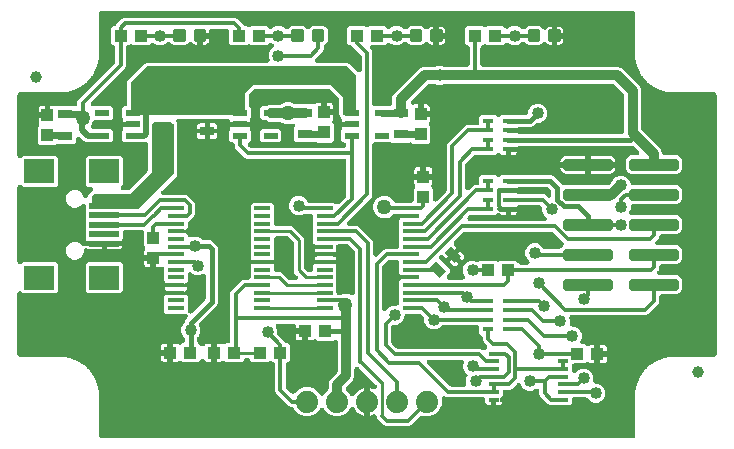
<source format=gbr>
G04 EAGLE Gerber RS-274X export*
G75*
%MOMM*%
%FSLAX34Y34*%
%LPD*%
%INTop Copper*%
%IPPOS*%
%AMOC8*
5,1,8,0,0,1.08239X$1,22.5*%
G01*
%ADD10R,1.100000X1.000000*%
%ADD11C,0.300000*%
%ADD12R,1.000000X1.100000*%
%ADD13R,0.900000X0.350000*%
%ADD14R,1.200000X0.800000*%
%ADD15R,0.900000X0.425000*%
%ADD16R,1.397000X0.348000*%
%ADD17R,1.200000X0.550000*%
%ADD18R,2.500000X0.500000*%
%ADD19R,2.500000X2.000000*%
%ADD20C,1.000000*%
%ADD21C,1.879600*%
%ADD22C,0.500000*%
%ADD23R,0.800000X1.200000*%
%ADD24C,0.304800*%
%ADD25C,0.254000*%
%ADD26C,1.016000*%
%ADD27C,1.143000*%
%ADD28C,0.609600*%
%ADD29C,0.812800*%
%ADD30C,0.406400*%
%ADD31C,0.508000*%
%ADD32C,1.270000*%
%ADD33C,0.251459*%
%ADD34C,0.381000*%

G36*
X524938Y4067D02*
X524938Y4067D01*
X524956Y4065D01*
X525138Y4086D01*
X525321Y4105D01*
X525338Y4110D01*
X525355Y4112D01*
X525530Y4169D01*
X525706Y4223D01*
X525721Y4231D01*
X525738Y4237D01*
X525898Y4327D01*
X526060Y4415D01*
X526073Y4426D01*
X526089Y4435D01*
X526228Y4555D01*
X526369Y4672D01*
X526380Y4686D01*
X526394Y4698D01*
X526506Y4843D01*
X526621Y4986D01*
X526629Y5002D01*
X526640Y5016D01*
X526722Y5181D01*
X526807Y5343D01*
X526812Y5360D01*
X526820Y5376D01*
X526867Y5555D01*
X526918Y5730D01*
X526920Y5748D01*
X526924Y5765D01*
X526951Y6096D01*
X526951Y38105D01*
X526936Y38260D01*
X526927Y38416D01*
X526916Y38460D01*
X526911Y38506D01*
X526866Y38655D01*
X526851Y38711D01*
X526946Y40036D01*
X526944Y40097D01*
X526951Y40181D01*
X526951Y41494D01*
X526992Y41632D01*
X527044Y41779D01*
X527051Y41831D01*
X527063Y41869D01*
X527071Y41955D01*
X527094Y42107D01*
X527144Y42800D01*
X527141Y42884D01*
X527149Y42967D01*
X527136Y43085D01*
X527133Y43203D01*
X527114Y43284D01*
X527105Y43367D01*
X527069Y43480D01*
X527042Y43595D01*
X527040Y43601D01*
X527249Y44563D01*
X527258Y44641D01*
X527290Y44849D01*
X527361Y45841D01*
X527404Y45895D01*
X527458Y46000D01*
X527521Y46100D01*
X527551Y46178D01*
X527589Y46252D01*
X527633Y46396D01*
X527663Y46477D01*
X527670Y46518D01*
X527686Y46570D01*
X527877Y47448D01*
X527886Y47531D01*
X527905Y47612D01*
X527909Y47730D01*
X527923Y47848D01*
X527916Y47931D01*
X527919Y48014D01*
X527899Y48131D01*
X527889Y48249D01*
X527888Y48255D01*
X528232Y49177D01*
X528252Y49253D01*
X528313Y49455D01*
X528525Y50427D01*
X528575Y50474D01*
X528644Y50570D01*
X528720Y50660D01*
X528760Y50733D01*
X528809Y50801D01*
X528873Y50937D01*
X528914Y51013D01*
X528927Y51053D01*
X528950Y51102D01*
X529264Y51944D01*
X529285Y52024D01*
X529315Y52102D01*
X529336Y52218D01*
X529366Y52333D01*
X529371Y52416D01*
X529386Y52498D01*
X529383Y52617D01*
X529390Y52735D01*
X529389Y52741D01*
X529861Y53605D01*
X529892Y53677D01*
X529981Y53868D01*
X530329Y54800D01*
X530385Y54839D01*
X530467Y54925D01*
X530555Y55003D01*
X530606Y55070D01*
X530663Y55130D01*
X530746Y55256D01*
X530798Y55325D01*
X530816Y55362D01*
X530846Y55407D01*
X531276Y56196D01*
X531309Y56273D01*
X531350Y56346D01*
X531387Y56458D01*
X531433Y56567D01*
X531450Y56649D01*
X531476Y56728D01*
X531490Y56846D01*
X531514Y56962D01*
X531514Y56967D01*
X532104Y57755D01*
X532127Y57794D01*
X532131Y57798D01*
X532137Y57810D01*
X532145Y57823D01*
X532261Y57999D01*
X532737Y58872D01*
X532798Y58903D01*
X532891Y58976D01*
X532990Y59041D01*
X533050Y59100D01*
X533115Y59151D01*
X533215Y59264D01*
X533276Y59325D01*
X533299Y59359D01*
X533335Y59400D01*
X533874Y60119D01*
X533917Y60191D01*
X533968Y60257D01*
X534021Y60363D01*
X534082Y60464D01*
X534110Y60542D01*
X534147Y60617D01*
X534178Y60731D01*
X534218Y60843D01*
X534219Y60849D01*
X534915Y61545D01*
X534916Y61546D01*
X534917Y61547D01*
X534937Y61571D01*
X534965Y61605D01*
X535105Y61764D01*
X535700Y62560D01*
X535765Y62582D01*
X535868Y62641D01*
X535975Y62691D01*
X536042Y62741D01*
X536114Y62782D01*
X536229Y62880D01*
X536298Y62931D01*
X536326Y62962D01*
X536367Y62997D01*
X537003Y63633D01*
X537056Y63697D01*
X537116Y63755D01*
X537183Y63853D01*
X537258Y63944D01*
X537297Y64018D01*
X537344Y64087D01*
X537391Y64196D01*
X537447Y64300D01*
X537448Y64305D01*
X538236Y64895D01*
X538294Y64948D01*
X538455Y65085D01*
X539158Y65788D01*
X539226Y65801D01*
X539336Y65844D01*
X539449Y65879D01*
X539522Y65919D01*
X539600Y65950D01*
X539727Y66030D01*
X539803Y66071D01*
X539835Y66098D01*
X539881Y66126D01*
X540600Y66665D01*
X540662Y66721D01*
X540729Y66770D01*
X540810Y66857D01*
X540897Y66937D01*
X540946Y67004D01*
X541003Y67066D01*
X541065Y67167D01*
X541134Y67262D01*
X541137Y67267D01*
X542001Y67739D01*
X542065Y67783D01*
X542245Y67896D01*
X543041Y68492D01*
X543109Y68494D01*
X543224Y68522D01*
X543341Y68541D01*
X543419Y68569D01*
X543500Y68589D01*
X543638Y68650D01*
X543719Y68680D01*
X543754Y68702D01*
X543804Y68724D01*
X544593Y69154D01*
X544661Y69202D01*
X544735Y69240D01*
X544827Y69315D01*
X544925Y69381D01*
X544983Y69441D01*
X545048Y69494D01*
X545124Y69585D01*
X545206Y69670D01*
X545209Y69674D01*
X546132Y70019D01*
X546202Y70053D01*
X546395Y70139D01*
X547268Y70615D01*
X547336Y70608D01*
X547454Y70619D01*
X547572Y70621D01*
X547654Y70638D01*
X547737Y70646D01*
X547882Y70687D01*
X547966Y70705D01*
X548004Y70722D01*
X548056Y70736D01*
X548898Y71050D01*
X548973Y71087D01*
X549052Y71115D01*
X549154Y71176D01*
X549260Y71228D01*
X549326Y71279D01*
X549398Y71321D01*
X549485Y71401D01*
X549579Y71473D01*
X549583Y71477D01*
X550545Y71687D01*
X550619Y71711D01*
X550823Y71768D01*
X551755Y72116D01*
X551821Y72099D01*
X551939Y72093D01*
X552057Y72078D01*
X552140Y72083D01*
X552223Y72079D01*
X552372Y72099D01*
X552458Y72105D01*
X552499Y72116D01*
X552552Y72123D01*
X553430Y72314D01*
X553510Y72340D01*
X553592Y72356D01*
X553701Y72402D01*
X553813Y72438D01*
X553886Y72479D01*
X553963Y72511D01*
X554061Y72578D01*
X554164Y72636D01*
X554169Y72639D01*
X555151Y72710D01*
X555227Y72723D01*
X555437Y72751D01*
X556409Y72962D01*
X556472Y72936D01*
X556589Y72914D01*
X556703Y72882D01*
X556786Y72876D01*
X556868Y72860D01*
X557018Y72858D01*
X557104Y72852D01*
X557146Y72857D01*
X557200Y72856D01*
X557893Y72906D01*
X558046Y72932D01*
X558201Y72952D01*
X558244Y72966D01*
X558289Y72974D01*
X558434Y73030D01*
X558489Y73049D01*
X559819Y73049D01*
X559880Y73055D01*
X559964Y73054D01*
X561272Y73148D01*
X561414Y73116D01*
X561564Y73076D01*
X561616Y73072D01*
X561655Y73063D01*
X561741Y73061D01*
X561895Y73049D01*
X593904Y73049D01*
X593922Y73051D01*
X593940Y73049D01*
X594122Y73070D01*
X594305Y73089D01*
X594322Y73094D01*
X594339Y73096D01*
X594514Y73153D01*
X594690Y73207D01*
X594705Y73215D01*
X594722Y73221D01*
X594882Y73311D01*
X595044Y73399D01*
X595057Y73410D01*
X595073Y73419D01*
X595212Y73539D01*
X595353Y73656D01*
X595364Y73670D01*
X595378Y73682D01*
X595490Y73827D01*
X595605Y73970D01*
X595613Y73986D01*
X595624Y74000D01*
X595706Y74165D01*
X595791Y74327D01*
X595796Y74344D01*
X595804Y74360D01*
X595851Y74539D01*
X595902Y74714D01*
X595904Y74732D01*
X595908Y74749D01*
X595935Y75080D01*
X595935Y294920D01*
X595933Y294938D01*
X595935Y294956D01*
X595914Y295138D01*
X595895Y295321D01*
X595890Y295338D01*
X595888Y295355D01*
X595831Y295530D01*
X595777Y295706D01*
X595769Y295721D01*
X595763Y295738D01*
X595673Y295898D01*
X595585Y296060D01*
X595574Y296073D01*
X595565Y296089D01*
X595445Y296228D01*
X595328Y296369D01*
X595314Y296380D01*
X595302Y296394D01*
X595157Y296506D01*
X595014Y296621D01*
X594998Y296629D01*
X594984Y296640D01*
X594819Y296722D01*
X594657Y296807D01*
X594640Y296812D01*
X594624Y296820D01*
X594445Y296867D01*
X594270Y296918D01*
X594252Y296920D01*
X594235Y296924D01*
X593904Y296951D01*
X561895Y296951D01*
X561740Y296936D01*
X561584Y296927D01*
X561540Y296916D01*
X561494Y296911D01*
X561345Y296866D01*
X561289Y296851D01*
X559964Y296946D01*
X559903Y296944D01*
X559819Y296951D01*
X558506Y296951D01*
X558368Y296992D01*
X558221Y297044D01*
X558169Y297051D01*
X558131Y297063D01*
X558045Y297071D01*
X557893Y297094D01*
X557200Y297144D01*
X557116Y297141D01*
X557033Y297149D01*
X556915Y297136D01*
X556797Y297133D01*
X556716Y297114D01*
X556633Y297105D01*
X556520Y297069D01*
X556405Y297042D01*
X556399Y297040D01*
X555437Y297249D01*
X555359Y297258D01*
X555151Y297290D01*
X554159Y297361D01*
X554105Y297404D01*
X554000Y297458D01*
X553900Y297521D01*
X553822Y297551D01*
X553748Y297589D01*
X553604Y297633D01*
X553523Y297663D01*
X553482Y297670D01*
X553430Y297686D01*
X552552Y297877D01*
X552469Y297886D01*
X552388Y297905D01*
X552270Y297909D01*
X552152Y297923D01*
X552069Y297916D01*
X551986Y297919D01*
X551869Y297899D01*
X551751Y297889D01*
X551745Y297888D01*
X550823Y298232D01*
X550747Y298252D01*
X550545Y298313D01*
X549573Y298525D01*
X549526Y298575D01*
X549430Y298644D01*
X549340Y298720D01*
X549267Y298760D01*
X549199Y298809D01*
X549063Y298873D01*
X548987Y298914D01*
X548947Y298927D01*
X548898Y298950D01*
X548056Y299264D01*
X547976Y299285D01*
X547898Y299315D01*
X547782Y299336D01*
X547667Y299366D01*
X547584Y299371D01*
X547502Y299386D01*
X547383Y299383D01*
X547265Y299390D01*
X547259Y299389D01*
X546395Y299861D01*
X546323Y299892D01*
X546132Y299981D01*
X545200Y300329D01*
X545161Y300385D01*
X545075Y300467D01*
X544997Y300555D01*
X544930Y300606D01*
X544870Y300663D01*
X544744Y300746D01*
X544675Y300798D01*
X544638Y300816D01*
X544593Y300846D01*
X543804Y301276D01*
X543727Y301309D01*
X543654Y301350D01*
X543542Y301387D01*
X543433Y301433D01*
X543351Y301450D01*
X543272Y301476D01*
X543154Y301490D01*
X543038Y301514D01*
X543033Y301514D01*
X542245Y302104D01*
X542177Y302145D01*
X542001Y302261D01*
X541128Y302737D01*
X541097Y302798D01*
X541024Y302891D01*
X540959Y302990D01*
X540900Y303050D01*
X540849Y303115D01*
X540736Y303215D01*
X540675Y303276D01*
X540641Y303299D01*
X540600Y303335D01*
X539881Y303874D01*
X539809Y303917D01*
X539743Y303968D01*
X539637Y304021D01*
X539536Y304082D01*
X539458Y304110D01*
X539383Y304147D01*
X539269Y304178D01*
X539157Y304218D01*
X539151Y304219D01*
X538455Y304915D01*
X538395Y304965D01*
X538236Y305105D01*
X537440Y305700D01*
X537418Y305765D01*
X537359Y305868D01*
X537309Y305975D01*
X537259Y306042D01*
X537218Y306114D01*
X537120Y306229D01*
X537069Y306298D01*
X537038Y306326D01*
X537003Y306367D01*
X536367Y307003D01*
X536303Y307056D01*
X536245Y307116D01*
X536147Y307183D01*
X536056Y307258D01*
X535982Y307297D01*
X535913Y307344D01*
X535804Y307391D01*
X535700Y307447D01*
X535695Y307448D01*
X535105Y308236D01*
X535052Y308294D01*
X534915Y308455D01*
X534212Y309158D01*
X534199Y309226D01*
X534155Y309336D01*
X534121Y309449D01*
X534081Y309522D01*
X534050Y309600D01*
X533970Y309727D01*
X533929Y309803D01*
X533902Y309835D01*
X533874Y309881D01*
X533335Y310600D01*
X533279Y310662D01*
X533230Y310729D01*
X533143Y310810D01*
X533063Y310897D01*
X532996Y310946D01*
X532934Y311003D01*
X532833Y311065D01*
X532738Y311134D01*
X532733Y311137D01*
X532261Y312001D01*
X532217Y312065D01*
X532104Y312245D01*
X531508Y313041D01*
X531506Y313109D01*
X531479Y313219D01*
X531475Y313250D01*
X531472Y313260D01*
X531459Y313341D01*
X531431Y313419D01*
X531411Y313500D01*
X531350Y313638D01*
X531320Y313719D01*
X531298Y313754D01*
X531276Y313804D01*
X530846Y314593D01*
X530798Y314661D01*
X530760Y314735D01*
X530685Y314827D01*
X530619Y314925D01*
X530559Y314983D01*
X530506Y315048D01*
X530415Y315124D01*
X530330Y315206D01*
X530326Y315209D01*
X529981Y316132D01*
X529947Y316202D01*
X529861Y316395D01*
X529385Y317268D01*
X529392Y317336D01*
X529381Y317454D01*
X529379Y317572D01*
X529362Y317654D01*
X529354Y317737D01*
X529313Y317882D01*
X529295Y317966D01*
X529278Y318004D01*
X529264Y318056D01*
X528950Y318898D01*
X528913Y318973D01*
X528885Y319052D01*
X528824Y319154D01*
X528772Y319260D01*
X528721Y319326D01*
X528679Y319398D01*
X528599Y319485D01*
X528527Y319579D01*
X528523Y319583D01*
X528313Y320545D01*
X528289Y320620D01*
X528232Y320823D01*
X527884Y321755D01*
X527901Y321821D01*
X527907Y321939D01*
X527922Y322057D01*
X527917Y322140D01*
X527921Y322223D01*
X527901Y322372D01*
X527895Y322458D01*
X527884Y322499D01*
X527877Y322552D01*
X527686Y323430D01*
X527660Y323510D01*
X527644Y323592D01*
X527598Y323701D01*
X527562Y323813D01*
X527521Y323886D01*
X527489Y323963D01*
X527422Y324061D01*
X527364Y324164D01*
X527361Y324169D01*
X527290Y325151D01*
X527277Y325227D01*
X527249Y325437D01*
X527038Y326409D01*
X527064Y326472D01*
X527086Y326589D01*
X527118Y326703D01*
X527124Y326786D01*
X527140Y326868D01*
X527142Y327018D01*
X527148Y327104D01*
X527143Y327146D01*
X527144Y327200D01*
X527094Y327893D01*
X527068Y328046D01*
X527048Y328201D01*
X527034Y328244D01*
X527026Y328289D01*
X526970Y328434D01*
X526951Y328489D01*
X526951Y329819D01*
X526945Y329880D01*
X526946Y329964D01*
X526852Y331272D01*
X526884Y331414D01*
X526924Y331564D01*
X526928Y331616D01*
X526937Y331655D01*
X526939Y331741D01*
X526951Y331895D01*
X526951Y363904D01*
X526949Y363922D01*
X526951Y363940D01*
X526930Y364122D01*
X526911Y364305D01*
X526906Y364322D01*
X526904Y364339D01*
X526847Y364514D01*
X526793Y364690D01*
X526785Y364705D01*
X526779Y364722D01*
X526689Y364882D01*
X526601Y365044D01*
X526590Y365057D01*
X526581Y365073D01*
X526461Y365212D01*
X526344Y365353D01*
X526330Y365364D01*
X526318Y365378D01*
X526173Y365490D01*
X526030Y365605D01*
X526014Y365613D01*
X526000Y365624D01*
X525835Y365706D01*
X525673Y365791D01*
X525656Y365796D01*
X525640Y365804D01*
X525461Y365851D01*
X525286Y365902D01*
X525268Y365904D01*
X525251Y365908D01*
X524920Y365935D01*
X75080Y365935D01*
X75062Y365933D01*
X75044Y365935D01*
X74862Y365914D01*
X74679Y365895D01*
X74662Y365890D01*
X74645Y365888D01*
X74470Y365831D01*
X74294Y365777D01*
X74279Y365769D01*
X74262Y365763D01*
X74102Y365673D01*
X73940Y365585D01*
X73927Y365574D01*
X73911Y365565D01*
X73772Y365445D01*
X73631Y365328D01*
X73620Y365314D01*
X73606Y365302D01*
X73494Y365157D01*
X73379Y365014D01*
X73371Y364998D01*
X73360Y364984D01*
X73278Y364819D01*
X73193Y364657D01*
X73188Y364640D01*
X73180Y364624D01*
X73133Y364445D01*
X73082Y364270D01*
X73080Y364252D01*
X73076Y364235D01*
X73049Y363904D01*
X73049Y331895D01*
X73064Y331740D01*
X73073Y331584D01*
X73084Y331540D01*
X73089Y331494D01*
X73134Y331345D01*
X73149Y331289D01*
X73054Y329964D01*
X73056Y329903D01*
X73049Y329819D01*
X73049Y328506D01*
X73008Y328368D01*
X72956Y328221D01*
X72949Y328169D01*
X72937Y328131D01*
X72929Y328045D01*
X72906Y327893D01*
X72856Y327200D01*
X72859Y327116D01*
X72851Y327033D01*
X72864Y326915D01*
X72867Y326797D01*
X72886Y326716D01*
X72895Y326633D01*
X72931Y326520D01*
X72958Y326405D01*
X72960Y326399D01*
X72751Y325437D01*
X72747Y325400D01*
X72737Y325368D01*
X72731Y325288D01*
X72710Y325151D01*
X72639Y324159D01*
X72596Y324105D01*
X72542Y324000D01*
X72479Y323900D01*
X72449Y323822D01*
X72411Y323748D01*
X72367Y323604D01*
X72337Y323523D01*
X72330Y323482D01*
X72314Y323430D01*
X72123Y322552D01*
X72114Y322469D01*
X72095Y322388D01*
X72091Y322270D01*
X72077Y322152D01*
X72084Y322069D01*
X72081Y321986D01*
X72101Y321869D01*
X72111Y321751D01*
X72112Y321745D01*
X71768Y320823D01*
X71748Y320747D01*
X71687Y320545D01*
X71475Y319573D01*
X71425Y319527D01*
X71356Y319430D01*
X71280Y319340D01*
X71240Y319267D01*
X71191Y319199D01*
X71127Y319063D01*
X71086Y318987D01*
X71073Y318947D01*
X71050Y318898D01*
X70736Y318056D01*
X70715Y317976D01*
X70685Y317898D01*
X70664Y317782D01*
X70634Y317667D01*
X70629Y317584D01*
X70614Y317502D01*
X70617Y317383D01*
X70610Y317265D01*
X70611Y317259D01*
X70139Y316395D01*
X70108Y316323D01*
X70019Y316132D01*
X69671Y315200D01*
X69615Y315161D01*
X69533Y315075D01*
X69445Y314997D01*
X69394Y314930D01*
X69337Y314870D01*
X69254Y314744D01*
X69202Y314675D01*
X69184Y314638D01*
X69154Y314593D01*
X68724Y313804D01*
X68691Y313727D01*
X68650Y313654D01*
X68613Y313542D01*
X68567Y313433D01*
X68550Y313351D01*
X68524Y313272D01*
X68514Y313193D01*
X68511Y313180D01*
X68508Y313145D01*
X68486Y313038D01*
X68486Y313033D01*
X67896Y312245D01*
X67855Y312177D01*
X67739Y312001D01*
X67263Y311128D01*
X67202Y311097D01*
X67109Y311024D01*
X67010Y310959D01*
X66950Y310900D01*
X66885Y310849D01*
X66785Y310736D01*
X66724Y310675D01*
X66701Y310641D01*
X66665Y310600D01*
X66126Y309881D01*
X66083Y309809D01*
X66032Y309743D01*
X65979Y309637D01*
X65918Y309536D01*
X65890Y309458D01*
X65853Y309383D01*
X65822Y309269D01*
X65782Y309157D01*
X65781Y309151D01*
X65085Y308455D01*
X65035Y308395D01*
X64895Y308236D01*
X64300Y307440D01*
X64235Y307419D01*
X64132Y307359D01*
X64025Y307309D01*
X63958Y307259D01*
X63886Y307218D01*
X63771Y307120D01*
X63702Y307069D01*
X63674Y307038D01*
X63633Y307003D01*
X62997Y306367D01*
X62944Y306303D01*
X62884Y306245D01*
X62817Y306147D01*
X62742Y306056D01*
X62703Y305982D01*
X62656Y305913D01*
X62609Y305805D01*
X62553Y305700D01*
X62552Y305695D01*
X61764Y305105D01*
X61706Y305051D01*
X61545Y304915D01*
X60842Y304212D01*
X60774Y304199D01*
X60664Y304156D01*
X60551Y304121D01*
X60478Y304081D01*
X60400Y304050D01*
X60273Y303970D01*
X60197Y303929D01*
X60165Y303902D01*
X60119Y303874D01*
X59400Y303335D01*
X59338Y303279D01*
X59271Y303230D01*
X59190Y303143D01*
X59103Y303063D01*
X59054Y302996D01*
X58997Y302934D01*
X58935Y302833D01*
X58866Y302738D01*
X58863Y302733D01*
X57999Y302261D01*
X57935Y302217D01*
X57755Y302104D01*
X56959Y301508D01*
X56891Y301506D01*
X56776Y301478D01*
X56659Y301459D01*
X56581Y301431D01*
X56500Y301411D01*
X56362Y301350D01*
X56281Y301320D01*
X56246Y301298D01*
X56196Y301276D01*
X55407Y300846D01*
X55339Y300798D01*
X55265Y300760D01*
X55173Y300685D01*
X55075Y300619D01*
X55017Y300559D01*
X54952Y300506D01*
X54876Y300415D01*
X54794Y300330D01*
X54791Y300326D01*
X53868Y299981D01*
X53798Y299947D01*
X53605Y299861D01*
X52732Y299385D01*
X52664Y299392D01*
X52546Y299381D01*
X52428Y299379D01*
X52346Y299362D01*
X52263Y299354D01*
X52118Y299313D01*
X52034Y299295D01*
X51996Y299278D01*
X51944Y299264D01*
X51102Y298950D01*
X51027Y298913D01*
X50948Y298885D01*
X50846Y298824D01*
X50740Y298772D01*
X50674Y298721D01*
X50602Y298679D01*
X50515Y298599D01*
X50421Y298527D01*
X50417Y298523D01*
X49455Y298313D01*
X49380Y298289D01*
X49177Y298232D01*
X48245Y297884D01*
X48179Y297901D01*
X48061Y297907D01*
X47943Y297922D01*
X47860Y297917D01*
X47777Y297921D01*
X47628Y297901D01*
X47542Y297895D01*
X47501Y297884D01*
X47448Y297877D01*
X46570Y297686D01*
X46490Y297660D01*
X46408Y297644D01*
X46299Y297598D01*
X46187Y297562D01*
X46114Y297521D01*
X46037Y297489D01*
X45939Y297422D01*
X45836Y297364D01*
X45831Y297361D01*
X44849Y297290D01*
X44773Y297277D01*
X44563Y297249D01*
X43591Y297038D01*
X43528Y297064D01*
X43411Y297086D01*
X43297Y297118D01*
X43214Y297124D01*
X43132Y297140D01*
X42982Y297142D01*
X42896Y297148D01*
X42854Y297143D01*
X42800Y297144D01*
X42107Y297094D01*
X41954Y297068D01*
X41799Y297048D01*
X41756Y297034D01*
X41711Y297026D01*
X41566Y296970D01*
X41511Y296951D01*
X40181Y296951D01*
X40120Y296945D01*
X40036Y296946D01*
X38728Y296852D01*
X38586Y296884D01*
X38436Y296924D01*
X38384Y296928D01*
X38345Y296937D01*
X38259Y296939D01*
X38105Y296951D01*
X6096Y296951D01*
X6078Y296949D01*
X6060Y296951D01*
X5878Y296930D01*
X5695Y296911D01*
X5678Y296906D01*
X5661Y296904D01*
X5486Y296847D01*
X5310Y296793D01*
X5295Y296785D01*
X5278Y296779D01*
X5118Y296689D01*
X4956Y296601D01*
X4943Y296590D01*
X4927Y296581D01*
X4788Y296461D01*
X4647Y296344D01*
X4636Y296330D01*
X4622Y296318D01*
X4510Y296173D01*
X4395Y296030D01*
X4387Y296014D01*
X4376Y296000D01*
X4294Y295835D01*
X4209Y295673D01*
X4204Y295656D01*
X4196Y295640D01*
X4148Y295461D01*
X4098Y295286D01*
X4096Y295268D01*
X4092Y295251D01*
X4065Y294920D01*
X4065Y243280D01*
X4066Y243271D01*
X4065Y243262D01*
X4086Y243070D01*
X4105Y242880D01*
X4107Y242871D01*
X4108Y242862D01*
X4166Y242680D01*
X4223Y242495D01*
X4227Y242487D01*
X4230Y242478D01*
X4323Y242310D01*
X4415Y242141D01*
X4420Y242134D01*
X4425Y242126D01*
X4550Y241978D01*
X4672Y241831D01*
X4679Y241826D01*
X4685Y241819D01*
X4837Y241699D01*
X4986Y241579D01*
X4994Y241575D01*
X5001Y241569D01*
X5173Y241482D01*
X5343Y241393D01*
X5352Y241391D01*
X5360Y241387D01*
X5546Y241335D01*
X5730Y241282D01*
X5739Y241281D01*
X5748Y241279D01*
X5940Y241265D01*
X6132Y241249D01*
X6140Y241250D01*
X6149Y241250D01*
X6342Y241274D01*
X6531Y241296D01*
X6540Y241299D01*
X6549Y241300D01*
X6732Y241361D01*
X6914Y241421D01*
X6922Y241425D01*
X6930Y241428D01*
X7096Y241524D01*
X7265Y241619D01*
X7272Y241625D01*
X7279Y241629D01*
X7532Y241844D01*
X8737Y243049D01*
X36263Y243049D01*
X38049Y241263D01*
X38049Y218737D01*
X36263Y216951D01*
X8737Y216951D01*
X7532Y218156D01*
X7525Y218162D01*
X7520Y218169D01*
X7370Y218289D01*
X7221Y218411D01*
X7213Y218415D01*
X7206Y218421D01*
X7036Y218509D01*
X6865Y218600D01*
X6856Y218602D01*
X6849Y218607D01*
X6664Y218660D01*
X6479Y218715D01*
X6470Y218715D01*
X6462Y218718D01*
X6271Y218734D01*
X6078Y218751D01*
X6069Y218750D01*
X6060Y218751D01*
X5871Y218729D01*
X5678Y218708D01*
X5669Y218705D01*
X5661Y218704D01*
X5479Y218645D01*
X5294Y218586D01*
X5286Y218582D01*
X5278Y218579D01*
X5111Y218485D01*
X4942Y218391D01*
X4935Y218386D01*
X4927Y218381D01*
X4782Y218256D01*
X4635Y218131D01*
X4629Y218124D01*
X4622Y218118D01*
X4506Y217967D01*
X4385Y217815D01*
X4381Y217807D01*
X4376Y217800D01*
X4290Y217627D01*
X4203Y217456D01*
X4200Y217447D01*
X4196Y217439D01*
X4146Y217253D01*
X4095Y217068D01*
X4094Y217059D01*
X4092Y217051D01*
X4065Y216720D01*
X4065Y153280D01*
X4066Y153271D01*
X4065Y153262D01*
X4086Y153071D01*
X4105Y152880D01*
X4107Y152871D01*
X4108Y152862D01*
X4166Y152680D01*
X4223Y152495D01*
X4227Y152487D01*
X4230Y152478D01*
X4323Y152310D01*
X4415Y152141D01*
X4420Y152134D01*
X4425Y152126D01*
X4550Y151978D01*
X4672Y151831D01*
X4679Y151826D01*
X4685Y151819D01*
X4837Y151699D01*
X4986Y151579D01*
X4994Y151575D01*
X5001Y151569D01*
X5173Y151482D01*
X5343Y151393D01*
X5352Y151391D01*
X5360Y151387D01*
X5546Y151335D01*
X5730Y151282D01*
X5739Y151281D01*
X5748Y151279D01*
X5940Y151265D01*
X6132Y151249D01*
X6140Y151250D01*
X6149Y151250D01*
X6342Y151274D01*
X6531Y151296D01*
X6540Y151299D01*
X6549Y151300D01*
X6732Y151361D01*
X6914Y151421D01*
X6922Y151425D01*
X6930Y151428D01*
X7096Y151524D01*
X7265Y151619D01*
X7272Y151625D01*
X7279Y151629D01*
X7532Y151844D01*
X8737Y153049D01*
X36263Y153049D01*
X38049Y151263D01*
X38049Y128737D01*
X36263Y126951D01*
X8737Y126951D01*
X7532Y128156D01*
X7525Y128162D01*
X7520Y128169D01*
X7370Y128289D01*
X7221Y128411D01*
X7213Y128415D01*
X7206Y128421D01*
X7036Y128509D01*
X6865Y128600D01*
X6856Y128602D01*
X6849Y128607D01*
X6664Y128660D01*
X6479Y128715D01*
X6470Y128715D01*
X6462Y128718D01*
X6271Y128734D01*
X6078Y128751D01*
X6069Y128750D01*
X6060Y128751D01*
X5871Y128729D01*
X5678Y128708D01*
X5669Y128705D01*
X5661Y128704D01*
X5479Y128645D01*
X5294Y128586D01*
X5286Y128582D01*
X5278Y128579D01*
X5111Y128485D01*
X4942Y128391D01*
X4935Y128386D01*
X4927Y128381D01*
X4782Y128256D01*
X4635Y128131D01*
X4629Y128124D01*
X4622Y128118D01*
X4506Y127967D01*
X4385Y127815D01*
X4381Y127807D01*
X4376Y127800D01*
X4290Y127628D01*
X4203Y127456D01*
X4200Y127447D01*
X4196Y127439D01*
X4146Y127252D01*
X4095Y127068D01*
X4094Y127059D01*
X4092Y127051D01*
X4065Y126720D01*
X4065Y75080D01*
X4067Y75062D01*
X4065Y75044D01*
X4086Y74862D01*
X4105Y74679D01*
X4110Y74662D01*
X4112Y74645D01*
X4169Y74469D01*
X4223Y74294D01*
X4231Y74279D01*
X4237Y74262D01*
X4327Y74102D01*
X4415Y73940D01*
X4426Y73927D01*
X4435Y73911D01*
X4555Y73772D01*
X4672Y73631D01*
X4686Y73620D01*
X4698Y73606D01*
X4843Y73494D01*
X4986Y73379D01*
X5002Y73371D01*
X5016Y73360D01*
X5181Y73278D01*
X5343Y73193D01*
X5360Y73188D01*
X5376Y73180D01*
X5555Y73133D01*
X5730Y73082D01*
X5748Y73080D01*
X5765Y73076D01*
X6096Y73049D01*
X38105Y73049D01*
X38260Y73064D01*
X38416Y73073D01*
X38460Y73084D01*
X38506Y73089D01*
X38655Y73134D01*
X38711Y73149D01*
X40036Y73054D01*
X40097Y73056D01*
X40181Y73049D01*
X41494Y73049D01*
X41632Y73008D01*
X41779Y72956D01*
X41831Y72949D01*
X41869Y72937D01*
X41955Y72929D01*
X42107Y72906D01*
X42800Y72856D01*
X42884Y72859D01*
X42967Y72851D01*
X43085Y72864D01*
X43203Y72867D01*
X43284Y72886D01*
X43367Y72895D01*
X43480Y72931D01*
X43595Y72958D01*
X43601Y72960D01*
X44563Y72751D01*
X44641Y72742D01*
X44849Y72710D01*
X45841Y72639D01*
X45895Y72596D01*
X46000Y72542D01*
X46100Y72479D01*
X46178Y72449D01*
X46252Y72411D01*
X46396Y72367D01*
X46477Y72337D01*
X46518Y72330D01*
X46570Y72314D01*
X47448Y72123D01*
X47531Y72114D01*
X47612Y72095D01*
X47730Y72091D01*
X47848Y72077D01*
X47931Y72084D01*
X48014Y72081D01*
X48131Y72101D01*
X48249Y72111D01*
X48255Y72112D01*
X49177Y71768D01*
X49253Y71748D01*
X49455Y71687D01*
X50427Y71475D01*
X50474Y71425D01*
X50570Y71356D01*
X50660Y71280D01*
X50733Y71240D01*
X50801Y71191D01*
X50937Y71127D01*
X51013Y71086D01*
X51053Y71073D01*
X51102Y71050D01*
X51944Y70736D01*
X52024Y70715D01*
X52102Y70685D01*
X52218Y70664D01*
X52333Y70634D01*
X52416Y70629D01*
X52498Y70614D01*
X52617Y70617D01*
X52735Y70610D01*
X52741Y70611D01*
X53605Y70139D01*
X53677Y70108D01*
X53868Y70019D01*
X54800Y69671D01*
X54839Y69615D01*
X54925Y69533D01*
X55003Y69445D01*
X55070Y69394D01*
X55130Y69337D01*
X55256Y69254D01*
X55325Y69202D01*
X55362Y69184D01*
X55407Y69154D01*
X56196Y68724D01*
X56273Y68691D01*
X56346Y68650D01*
X56458Y68613D01*
X56567Y68567D01*
X56649Y68550D01*
X56728Y68524D01*
X56846Y68510D01*
X56962Y68486D01*
X56967Y68486D01*
X57755Y67896D01*
X57823Y67855D01*
X57999Y67739D01*
X58872Y67263D01*
X58903Y67202D01*
X58976Y67109D01*
X59041Y67010D01*
X59100Y66950D01*
X59151Y66885D01*
X59264Y66785D01*
X59325Y66724D01*
X59359Y66701D01*
X59400Y66665D01*
X60119Y66126D01*
X60191Y66083D01*
X60257Y66032D01*
X60363Y65979D01*
X60464Y65918D01*
X60542Y65890D01*
X60617Y65853D01*
X60731Y65822D01*
X60843Y65782D01*
X60849Y65781D01*
X61545Y65085D01*
X61605Y65036D01*
X61764Y64895D01*
X62560Y64300D01*
X62582Y64235D01*
X62641Y64132D01*
X62691Y64025D01*
X62741Y63958D01*
X62782Y63886D01*
X62880Y63771D01*
X62931Y63702D01*
X62962Y63674D01*
X62997Y63633D01*
X63633Y62997D01*
X63697Y62944D01*
X63755Y62884D01*
X63853Y62817D01*
X63944Y62742D01*
X64018Y62703D01*
X64087Y62656D01*
X64196Y62609D01*
X64300Y62553D01*
X64305Y62552D01*
X64895Y61764D01*
X64949Y61706D01*
X65085Y61545D01*
X65788Y60842D01*
X65801Y60774D01*
X65844Y60664D01*
X65879Y60551D01*
X65919Y60478D01*
X65950Y60400D01*
X66030Y60273D01*
X66071Y60197D01*
X66098Y60165D01*
X66126Y60119D01*
X66665Y59400D01*
X66721Y59338D01*
X66770Y59271D01*
X66857Y59190D01*
X66937Y59103D01*
X67004Y59054D01*
X67066Y58997D01*
X67167Y58935D01*
X67262Y58866D01*
X67267Y58863D01*
X67739Y57999D01*
X67783Y57935D01*
X67896Y57755D01*
X68492Y56959D01*
X68494Y56891D01*
X68522Y56776D01*
X68541Y56659D01*
X68569Y56581D01*
X68589Y56500D01*
X68650Y56362D01*
X68680Y56281D01*
X68702Y56246D01*
X68724Y56196D01*
X69154Y55407D01*
X69202Y55339D01*
X69240Y55265D01*
X69315Y55173D01*
X69381Y55075D01*
X69441Y55017D01*
X69494Y54952D01*
X69585Y54876D01*
X69670Y54794D01*
X69674Y54791D01*
X70019Y53868D01*
X70053Y53798D01*
X70139Y53605D01*
X70615Y52732D01*
X70608Y52664D01*
X70619Y52546D01*
X70621Y52428D01*
X70638Y52346D01*
X70646Y52263D01*
X70687Y52118D01*
X70705Y52034D01*
X70722Y51996D01*
X70736Y51944D01*
X71050Y51102D01*
X71087Y51027D01*
X71115Y50948D01*
X71176Y50846D01*
X71228Y50740D01*
X71279Y50674D01*
X71321Y50602D01*
X71401Y50515D01*
X71473Y50421D01*
X71477Y50417D01*
X71687Y49455D01*
X71711Y49380D01*
X71768Y49177D01*
X72116Y48245D01*
X72099Y48179D01*
X72093Y48061D01*
X72078Y47943D01*
X72083Y47860D01*
X72079Y47777D01*
X72099Y47628D01*
X72105Y47542D01*
X72116Y47501D01*
X72123Y47448D01*
X72314Y46570D01*
X72340Y46490D01*
X72356Y46408D01*
X72402Y46299D01*
X72438Y46187D01*
X72479Y46114D01*
X72511Y46037D01*
X72578Y45939D01*
X72636Y45836D01*
X72639Y45831D01*
X72710Y44849D01*
X72723Y44773D01*
X72751Y44563D01*
X72962Y43591D01*
X72936Y43528D01*
X72914Y43411D01*
X72882Y43297D01*
X72876Y43214D01*
X72860Y43132D01*
X72858Y42982D01*
X72852Y42896D01*
X72857Y42854D01*
X72856Y42800D01*
X72906Y42107D01*
X72932Y41954D01*
X72952Y41799D01*
X72966Y41756D01*
X72974Y41711D01*
X73030Y41566D01*
X73049Y41511D01*
X73049Y40181D01*
X73055Y40120D01*
X73054Y40036D01*
X73148Y38728D01*
X73116Y38586D01*
X73076Y38436D01*
X73072Y38384D01*
X73063Y38345D01*
X73061Y38259D01*
X73049Y38105D01*
X73049Y6096D01*
X73051Y6078D01*
X73049Y6060D01*
X73070Y5878D01*
X73089Y5695D01*
X73094Y5678D01*
X73096Y5661D01*
X73153Y5486D01*
X73207Y5310D01*
X73215Y5295D01*
X73221Y5278D01*
X73311Y5118D01*
X73399Y4956D01*
X73410Y4943D01*
X73419Y4927D01*
X73539Y4788D01*
X73656Y4647D01*
X73670Y4636D01*
X73682Y4622D01*
X73827Y4510D01*
X73970Y4395D01*
X73986Y4387D01*
X74000Y4376D01*
X74165Y4294D01*
X74327Y4209D01*
X74344Y4204D01*
X74360Y4196D01*
X74539Y4149D01*
X74714Y4098D01*
X74732Y4096D01*
X74749Y4092D01*
X75080Y4065D01*
X524920Y4065D01*
X524938Y4067D01*
G37*
%LPC*%
G36*
X315990Y14427D02*
X315990Y14427D01*
X314310Y15123D01*
X308823Y20610D01*
X308127Y22290D01*
X308127Y22427D01*
X308118Y22520D01*
X308119Y22613D01*
X308098Y22720D01*
X308087Y22828D01*
X308060Y22917D01*
X308042Y23008D01*
X308001Y23109D01*
X307969Y23213D01*
X307925Y23295D01*
X307889Y23381D01*
X307829Y23471D01*
X307778Y23567D01*
X307718Y23638D01*
X307666Y23716D01*
X307589Y23793D01*
X307520Y23876D01*
X307447Y23934D01*
X307381Y24000D01*
X307291Y24060D01*
X307206Y24128D01*
X307123Y24171D01*
X307046Y24223D01*
X306945Y24264D01*
X306849Y24314D01*
X306759Y24340D01*
X306673Y24375D01*
X306566Y24395D01*
X306462Y24425D01*
X306369Y24433D01*
X306277Y24450D01*
X306169Y24449D01*
X306061Y24458D01*
X305968Y24447D01*
X305875Y24446D01*
X305768Y24424D01*
X305661Y24411D01*
X305572Y24382D01*
X305481Y24363D01*
X305357Y24312D01*
X305278Y24286D01*
X305235Y24262D01*
X305174Y24237D01*
X304583Y23936D01*
X302796Y23355D01*
X302539Y23315D01*
X302539Y34492D01*
X302537Y34510D01*
X302539Y34527D01*
X302518Y34710D01*
X302499Y34892D01*
X302494Y34909D01*
X302492Y34927D01*
X302467Y35005D01*
X302506Y35142D01*
X302508Y35160D01*
X302512Y35177D01*
X302539Y35508D01*
X302539Y46685D01*
X302796Y46645D01*
X304583Y46064D01*
X305441Y45627D01*
X305527Y45593D01*
X305610Y45550D01*
X305714Y45520D01*
X305816Y45481D01*
X305907Y45465D01*
X305997Y45439D01*
X306105Y45430D01*
X306212Y45411D01*
X306305Y45414D01*
X306398Y45406D01*
X306506Y45419D01*
X306615Y45421D01*
X306706Y45442D01*
X306798Y45453D01*
X306901Y45487D01*
X307007Y45511D01*
X307092Y45549D01*
X307181Y45578D01*
X307275Y45631D01*
X307375Y45676D01*
X307450Y45730D01*
X307532Y45776D01*
X307614Y45847D01*
X307702Y45910D01*
X307766Y45978D01*
X307836Y46039D01*
X307903Y46124D01*
X307977Y46204D01*
X308026Y46283D01*
X308083Y46357D01*
X308131Y46454D01*
X308188Y46547D01*
X308221Y46634D01*
X308262Y46717D01*
X308291Y46822D01*
X308328Y46924D01*
X308343Y47016D01*
X308367Y47106D01*
X308378Y47240D01*
X308391Y47322D01*
X308389Y47371D01*
X308394Y47437D01*
X308394Y47643D01*
X308391Y47669D01*
X308393Y47696D01*
X308371Y47870D01*
X308354Y48043D01*
X308346Y48069D01*
X308343Y48096D01*
X308287Y48261D01*
X308236Y48428D01*
X308223Y48452D01*
X308215Y48477D01*
X308127Y48629D01*
X308044Y48782D01*
X308027Y48803D01*
X308014Y48826D01*
X307799Y49079D01*
X292870Y64008D01*
X292863Y64014D01*
X292858Y64020D01*
X292709Y64140D01*
X292559Y64263D01*
X292551Y64267D01*
X292544Y64273D01*
X292374Y64361D01*
X292203Y64452D01*
X292194Y64454D01*
X292187Y64458D01*
X292002Y64511D01*
X291817Y64566D01*
X291808Y64567D01*
X291800Y64570D01*
X291608Y64585D01*
X291416Y64603D01*
X291407Y64602D01*
X291398Y64603D01*
X291209Y64580D01*
X291016Y64559D01*
X291007Y64557D01*
X290999Y64556D01*
X290817Y64496D01*
X290632Y64438D01*
X290624Y64434D01*
X290616Y64431D01*
X290447Y64336D01*
X290280Y64243D01*
X290273Y64237D01*
X290265Y64233D01*
X290119Y64107D01*
X289973Y63983D01*
X289967Y63976D01*
X289960Y63970D01*
X289843Y63818D01*
X289723Y63667D01*
X289719Y63659D01*
X289714Y63652D01*
X289628Y63480D01*
X289541Y63308D01*
X289538Y63299D01*
X289534Y63291D01*
X289484Y63103D01*
X289433Y62920D01*
X289432Y62911D01*
X289430Y62902D01*
X289403Y62572D01*
X289403Y55875D01*
X288320Y53261D01*
X282567Y47508D01*
X282556Y47494D01*
X282542Y47483D01*
X282429Y47339D01*
X282312Y47197D01*
X282304Y47181D01*
X282292Y47167D01*
X282209Y47002D01*
X282123Y46841D01*
X282118Y46824D01*
X282110Y46808D01*
X282061Y46630D01*
X282008Y46455D01*
X282007Y46437D01*
X282002Y46420D01*
X281989Y46237D01*
X281972Y46054D01*
X281974Y46036D01*
X281973Y46018D01*
X281996Y45836D01*
X282015Y45654D01*
X282021Y45637D01*
X282023Y45619D01*
X282081Y45445D01*
X282137Y45270D01*
X282146Y45254D01*
X282151Y45237D01*
X282243Y45078D01*
X282332Y44917D01*
X282343Y44904D01*
X282352Y44888D01*
X282567Y44635D01*
X285152Y42051D01*
X285726Y40664D01*
X285788Y40548D01*
X285842Y40429D01*
X285883Y40371D01*
X285916Y40309D01*
X286000Y40208D01*
X286076Y40102D01*
X286128Y40053D01*
X286173Y39998D01*
X286274Y39916D01*
X286370Y39827D01*
X286430Y39789D01*
X286486Y39745D01*
X286601Y39684D01*
X286713Y39615D01*
X286779Y39590D01*
X286842Y39558D01*
X286967Y39521D01*
X287090Y39475D01*
X287160Y39464D01*
X287228Y39444D01*
X287359Y39433D01*
X287488Y39413D01*
X287559Y39416D01*
X287630Y39410D01*
X287759Y39424D01*
X287890Y39430D01*
X287959Y39447D01*
X288030Y39455D01*
X288154Y39495D01*
X288281Y39526D01*
X288346Y39556D01*
X288413Y39578D01*
X288527Y39642D01*
X288646Y39698D01*
X288703Y39740D01*
X288764Y39775D01*
X288864Y39860D01*
X288969Y39938D01*
X289016Y39990D01*
X289070Y40036D01*
X289151Y40140D01*
X289239Y40236D01*
X289282Y40306D01*
X289319Y40353D01*
X289353Y40422D01*
X289413Y40519D01*
X289789Y41257D01*
X290894Y42778D01*
X292222Y44106D01*
X293743Y45211D01*
X295417Y46064D01*
X297204Y46645D01*
X297461Y46685D01*
X297461Y35508D01*
X297462Y35490D01*
X297461Y35473D01*
X297482Y35290D01*
X297501Y35108D01*
X297506Y35091D01*
X297508Y35073D01*
X297533Y34995D01*
X297494Y34858D01*
X297492Y34840D01*
X297488Y34823D01*
X297461Y34492D01*
X297461Y23315D01*
X297204Y23355D01*
X295417Y23936D01*
X293743Y24789D01*
X292222Y25894D01*
X290894Y27222D01*
X289789Y28743D01*
X289413Y29481D01*
X289342Y29591D01*
X289279Y29706D01*
X289234Y29760D01*
X289195Y29820D01*
X289104Y29914D01*
X289020Y30014D01*
X288965Y30058D01*
X288915Y30109D01*
X288808Y30184D01*
X288705Y30265D01*
X288642Y30297D01*
X288584Y30338D01*
X288463Y30389D01*
X288347Y30449D01*
X288279Y30468D01*
X288214Y30496D01*
X288086Y30523D01*
X287960Y30559D01*
X287889Y30564D01*
X287820Y30579D01*
X287689Y30580D01*
X287559Y30590D01*
X287488Y30581D01*
X287417Y30582D01*
X287288Y30557D01*
X287159Y30541D01*
X287092Y30519D01*
X287022Y30505D01*
X286900Y30456D01*
X286777Y30415D01*
X286715Y30380D01*
X286649Y30353D01*
X286540Y30280D01*
X286427Y30215D01*
X286373Y30169D01*
X286314Y30129D01*
X286222Y30037D01*
X286123Y29951D01*
X286080Y29894D01*
X286030Y29844D01*
X285958Y29735D01*
X285878Y29632D01*
X285840Y29559D01*
X285807Y29509D01*
X285779Y29438D01*
X285726Y29336D01*
X285152Y27949D01*
X281651Y24448D01*
X277076Y22553D01*
X272124Y22553D01*
X267549Y24448D01*
X264048Y27949D01*
X263777Y28605D01*
X263772Y28613D01*
X263770Y28621D01*
X263678Y28789D01*
X263586Y28960D01*
X263581Y28967D01*
X263576Y28975D01*
X263453Y29122D01*
X263330Y29270D01*
X263323Y29276D01*
X263317Y29283D01*
X263167Y29403D01*
X263017Y29524D01*
X263010Y29528D01*
X263003Y29534D01*
X262833Y29621D01*
X262661Y29711D01*
X262652Y29714D01*
X262644Y29718D01*
X262462Y29769D01*
X262275Y29824D01*
X262265Y29825D01*
X262257Y29827D01*
X262067Y29842D01*
X261873Y29859D01*
X261865Y29858D01*
X261856Y29858D01*
X261666Y29835D01*
X261473Y29814D01*
X261465Y29811D01*
X261456Y29810D01*
X261275Y29750D01*
X261090Y29690D01*
X261082Y29686D01*
X261074Y29683D01*
X260906Y29588D01*
X260739Y29494D01*
X260732Y29488D01*
X260724Y29484D01*
X260578Y29357D01*
X260433Y29232D01*
X260427Y29225D01*
X260420Y29219D01*
X260304Y29068D01*
X260184Y28915D01*
X260180Y28907D01*
X260175Y28900D01*
X260023Y28605D01*
X259752Y27949D01*
X256251Y24448D01*
X251676Y22553D01*
X246724Y22553D01*
X242149Y24448D01*
X238648Y27949D01*
X238141Y29173D01*
X238131Y29193D01*
X238124Y29214D01*
X238035Y29371D01*
X237951Y29528D01*
X237937Y29545D01*
X237926Y29565D01*
X237809Y29701D01*
X237695Y29839D01*
X237677Y29853D01*
X237663Y29870D01*
X237521Y29979D01*
X237382Y30092D01*
X237362Y30103D01*
X237345Y30116D01*
X237184Y30196D01*
X237025Y30279D01*
X237004Y30286D01*
X236984Y30296D01*
X236811Y30342D01*
X236639Y30392D01*
X236617Y30394D01*
X236595Y30400D01*
X236265Y30427D01*
X235820Y30427D01*
X234140Y31123D01*
X222753Y42510D01*
X222057Y44190D01*
X222057Y66540D01*
X222055Y66558D01*
X222057Y66576D01*
X222036Y66758D01*
X222017Y66941D01*
X222012Y66958D01*
X222010Y66975D01*
X221953Y67150D01*
X221899Y67326D01*
X221891Y67341D01*
X221885Y67358D01*
X221795Y67518D01*
X221707Y67680D01*
X221696Y67693D01*
X221687Y67709D01*
X221567Y67848D01*
X221450Y67989D01*
X221436Y68000D01*
X221424Y68014D01*
X221279Y68126D01*
X221136Y68241D01*
X221120Y68249D01*
X221106Y68260D01*
X220941Y68342D01*
X220779Y68427D01*
X220762Y68432D01*
X220746Y68440D01*
X220567Y68487D01*
X220392Y68538D01*
X220374Y68540D01*
X220357Y68544D01*
X220026Y68571D01*
X219867Y68571D01*
X219566Y68872D01*
X219553Y68883D01*
X219541Y68897D01*
X219397Y69011D01*
X219255Y69127D01*
X219239Y69136D01*
X219225Y69147D01*
X219062Y69230D01*
X218899Y69316D01*
X218882Y69321D01*
X218866Y69329D01*
X218689Y69378D01*
X218513Y69431D01*
X218495Y69432D01*
X218478Y69437D01*
X218295Y69450D01*
X218112Y69467D01*
X218094Y69465D01*
X218077Y69466D01*
X217895Y69443D01*
X217712Y69424D01*
X217695Y69418D01*
X217677Y69416D01*
X217503Y69358D01*
X217328Y69302D01*
X217313Y69293D01*
X217296Y69288D01*
X217136Y69196D01*
X216976Y69107D01*
X216962Y69096D01*
X216947Y69087D01*
X216694Y68872D01*
X216393Y68571D01*
X202867Y68571D01*
X201074Y70364D01*
X201060Y70488D01*
X201041Y70671D01*
X201036Y70688D01*
X201034Y70705D01*
X200977Y70880D01*
X200923Y71056D01*
X200915Y71071D01*
X200909Y71088D01*
X200819Y71248D01*
X200731Y71410D01*
X200720Y71423D01*
X200711Y71439D01*
X200591Y71578D01*
X200474Y71719D01*
X200460Y71730D01*
X200448Y71744D01*
X200303Y71856D01*
X200160Y71971D01*
X200144Y71979D01*
X200130Y71990D01*
X199965Y72072D01*
X199803Y72157D01*
X199786Y72162D01*
X199770Y72170D01*
X199591Y72217D01*
X199416Y72268D01*
X199398Y72270D01*
X199381Y72274D01*
X199050Y72301D01*
X197840Y72301D01*
X197822Y72299D01*
X197804Y72301D01*
X197622Y72280D01*
X197439Y72261D01*
X197422Y72256D01*
X197405Y72254D01*
X197230Y72197D01*
X197054Y72143D01*
X197039Y72135D01*
X197022Y72129D01*
X196862Y72039D01*
X196700Y71951D01*
X196687Y71940D01*
X196671Y71931D01*
X196532Y71811D01*
X196391Y71694D01*
X196380Y71680D01*
X196366Y71668D01*
X196254Y71523D01*
X196139Y71380D01*
X196131Y71364D01*
X196120Y71350D01*
X196038Y71185D01*
X195953Y71023D01*
X195948Y71006D01*
X195940Y70990D01*
X195893Y70811D01*
X195842Y70636D01*
X195840Y70618D01*
X195836Y70601D01*
X195817Y70365D01*
X194023Y68571D01*
X180497Y68571D01*
X179793Y69276D01*
X179673Y69374D01*
X179557Y69478D01*
X179517Y69502D01*
X179481Y69531D01*
X179344Y69604D01*
X179210Y69683D01*
X179166Y69698D01*
X179125Y69720D01*
X178977Y69764D01*
X178830Y69815D01*
X178784Y69821D01*
X178739Y69834D01*
X178585Y69848D01*
X178431Y69870D01*
X178385Y69867D01*
X178338Y69871D01*
X178184Y69854D01*
X178030Y69844D01*
X177985Y69832D01*
X177938Y69827D01*
X177790Y69781D01*
X177641Y69741D01*
X177593Y69718D01*
X177554Y69706D01*
X177478Y69664D01*
X177341Y69599D01*
X176741Y69252D01*
X176095Y69079D01*
X172759Y69079D01*
X172759Y76152D01*
X172757Y76170D01*
X172759Y76187D01*
X172738Y76369D01*
X172719Y76552D01*
X172714Y76569D01*
X172712Y76587D01*
X172699Y76628D01*
X172726Y76722D01*
X172728Y76740D01*
X172732Y76757D01*
X172759Y77088D01*
X172759Y84161D01*
X176095Y84161D01*
X176741Y83988D01*
X177341Y83641D01*
X177482Y83577D01*
X177620Y83507D01*
X177665Y83495D01*
X177707Y83475D01*
X177859Y83441D01*
X178008Y83399D01*
X178055Y83396D01*
X178100Y83385D01*
X178255Y83381D01*
X178410Y83370D01*
X178456Y83376D01*
X178502Y83374D01*
X178655Y83401D01*
X178809Y83420D01*
X178853Y83435D01*
X178899Y83443D01*
X179044Y83499D01*
X179191Y83548D01*
X179231Y83572D01*
X179274Y83589D01*
X179405Y83672D01*
X179540Y83749D01*
X179580Y83783D01*
X179614Y83805D01*
X179676Y83865D01*
X179793Y83964D01*
X180497Y84669D01*
X182316Y84669D01*
X182334Y84671D01*
X182352Y84669D01*
X182534Y84690D01*
X182717Y84709D01*
X182734Y84714D01*
X182751Y84716D01*
X182926Y84773D01*
X183102Y84827D01*
X183117Y84835D01*
X183134Y84841D01*
X183294Y84931D01*
X183456Y85019D01*
X183469Y85030D01*
X183485Y85039D01*
X183624Y85159D01*
X183765Y85276D01*
X183776Y85290D01*
X183790Y85302D01*
X183902Y85447D01*
X184017Y85590D01*
X184025Y85606D01*
X184036Y85620D01*
X184118Y85785D01*
X184203Y85947D01*
X184208Y85964D01*
X184216Y85980D01*
X184263Y86158D01*
X184314Y86334D01*
X184316Y86352D01*
X184320Y86369D01*
X184347Y86700D01*
X184347Y127060D01*
X185043Y128740D01*
X194060Y137757D01*
X195740Y138453D01*
X199445Y138453D01*
X199463Y138455D01*
X199481Y138453D01*
X199663Y138474D01*
X199846Y138493D01*
X199863Y138498D01*
X199880Y138500D01*
X200055Y138557D01*
X200231Y138611D01*
X200246Y138619D01*
X200263Y138625D01*
X200423Y138715D01*
X200585Y138803D01*
X200598Y138814D01*
X200614Y138823D01*
X200753Y138943D01*
X200894Y139060D01*
X200905Y139074D01*
X200919Y139086D01*
X201031Y139231D01*
X201146Y139374D01*
X201154Y139390D01*
X201165Y139404D01*
X201247Y139569D01*
X201332Y139731D01*
X201337Y139748D01*
X201345Y139764D01*
X201392Y139943D01*
X201443Y140118D01*
X201445Y140136D01*
X201449Y140153D01*
X201476Y140484D01*
X201476Y149898D01*
X201534Y149972D01*
X201644Y150107D01*
X201657Y150131D01*
X201673Y150152D01*
X201751Y150309D01*
X201833Y150463D01*
X201841Y150489D01*
X201853Y150513D01*
X201898Y150682D01*
X201948Y150849D01*
X201950Y150876D01*
X201957Y150901D01*
X201984Y151232D01*
X201984Y151349D01*
X202101Y151349D01*
X202110Y151350D01*
X202119Y151349D01*
X202243Y151362D01*
X202372Y151367D01*
X202436Y151382D01*
X202501Y151388D01*
X202510Y151391D01*
X202519Y151392D01*
X202639Y151430D01*
X202764Y151460D01*
X202823Y151487D01*
X202886Y151507D01*
X202894Y151511D01*
X202903Y151514D01*
X203013Y151575D01*
X203130Y151628D01*
X203191Y151672D01*
X203240Y151698D01*
X203247Y151704D01*
X203255Y151709D01*
X203311Y151756D01*
X203401Y151819D01*
X203401Y151820D01*
X203472Y151892D01*
X203549Y151956D01*
X203555Y151963D01*
X203562Y151969D01*
X203619Y152041D01*
X203683Y152107D01*
X203739Y152192D01*
X203802Y152270D01*
X203806Y152278D01*
X203812Y152285D01*
X203853Y152367D01*
X203903Y152444D01*
X203941Y152539D01*
X203987Y152627D01*
X203990Y152635D01*
X203994Y152644D01*
X204019Y152732D01*
X204053Y152818D01*
X204071Y152919D01*
X204099Y153014D01*
X204099Y153022D01*
X204102Y153032D01*
X204109Y153123D01*
X204125Y153214D01*
X204123Y153316D01*
X204132Y153416D01*
X204131Y153424D01*
X204131Y153433D01*
X204120Y153525D01*
X204118Y153616D01*
X204096Y153716D01*
X204085Y153816D01*
X204082Y153823D01*
X204081Y153833D01*
X204052Y153920D01*
X204032Y154010D01*
X203991Y154103D01*
X203960Y154198D01*
X203956Y154206D01*
X203953Y154214D01*
X203907Y154294D01*
X203870Y154378D01*
X203811Y154461D01*
X203762Y154549D01*
X203756Y154555D01*
X203752Y154563D01*
X203681Y154647D01*
X203638Y154707D01*
X203593Y154750D01*
X203537Y154816D01*
X203516Y154833D01*
X203499Y154854D01*
X203419Y154915D01*
X203346Y154985D01*
X203283Y155024D01*
X203225Y155072D01*
X203202Y155084D01*
X203181Y155100D01*
X203090Y155145D01*
X203005Y155199D01*
X202936Y155225D01*
X202870Y155260D01*
X202844Y155268D01*
X202820Y155280D01*
X202722Y155306D01*
X202629Y155341D01*
X202556Y155353D01*
X202484Y155375D01*
X202457Y155377D01*
X202431Y155384D01*
X202308Y155394D01*
X202232Y155407D01*
X202177Y155405D01*
X202101Y155411D01*
X201984Y155411D01*
X201984Y155528D01*
X201982Y155554D01*
X201984Y155581D01*
X201962Y155755D01*
X201944Y155928D01*
X201937Y155954D01*
X201933Y155981D01*
X201878Y156146D01*
X201826Y156313D01*
X201813Y156337D01*
X201805Y156362D01*
X201718Y156513D01*
X201634Y156667D01*
X201617Y156688D01*
X201604Y156711D01*
X201476Y156862D01*
X201476Y201883D01*
X203262Y203669D01*
X219758Y203669D01*
X221544Y201883D01*
X221544Y185730D01*
X221546Y185712D01*
X221544Y185694D01*
X221565Y185512D01*
X221584Y185329D01*
X221589Y185312D01*
X221591Y185295D01*
X221648Y185120D01*
X221702Y184944D01*
X221710Y184929D01*
X221716Y184912D01*
X221806Y184752D01*
X221894Y184590D01*
X221905Y184577D01*
X221914Y184561D01*
X222034Y184422D01*
X222151Y184281D01*
X222165Y184270D01*
X222177Y184256D01*
X222322Y184144D01*
X222465Y184029D01*
X222481Y184021D01*
X222495Y184010D01*
X222660Y183928D01*
X222822Y183843D01*
X222839Y183838D01*
X222855Y183830D01*
X223034Y183783D01*
X223209Y183732D01*
X223227Y183730D01*
X223244Y183726D01*
X223575Y183699D01*
X235609Y183699D01*
X237196Y183041D01*
X245921Y174316D01*
X246579Y172729D01*
X246579Y149100D01*
X246581Y149074D01*
X246579Y149047D01*
X246601Y148872D01*
X246619Y148700D01*
X246626Y148674D01*
X246630Y148648D01*
X246685Y148482D01*
X246737Y148315D01*
X246750Y148291D01*
X246758Y148266D01*
X246845Y148114D01*
X246929Y147961D01*
X246946Y147940D01*
X246959Y147917D01*
X247174Y147664D01*
X249544Y145294D01*
X249565Y145277D01*
X249582Y145256D01*
X249720Y145149D01*
X249855Y145039D01*
X249879Y145026D01*
X249900Y145010D01*
X250057Y144932D01*
X250211Y144850D01*
X250237Y144842D01*
X250261Y144830D01*
X250430Y144785D01*
X250597Y144735D01*
X250624Y144733D01*
X250650Y144726D01*
X250980Y144699D01*
X252055Y144699D01*
X252073Y144701D01*
X252091Y144699D01*
X252273Y144720D01*
X252456Y144739D01*
X252473Y144744D01*
X252490Y144746D01*
X252665Y144803D01*
X252841Y144857D01*
X252856Y144865D01*
X252873Y144871D01*
X253033Y144961D01*
X253195Y145049D01*
X253208Y145060D01*
X253224Y145069D01*
X253363Y145189D01*
X253504Y145306D01*
X253515Y145320D01*
X253529Y145332D01*
X253641Y145477D01*
X253756Y145620D01*
X253764Y145636D01*
X253775Y145650D01*
X253857Y145815D01*
X253942Y145977D01*
X253947Y145994D01*
X253955Y146010D01*
X254002Y146189D01*
X254053Y146364D01*
X254055Y146382D01*
X254059Y146399D01*
X254086Y146730D01*
X254086Y149898D01*
X254144Y149972D01*
X254254Y150107D01*
X254267Y150131D01*
X254283Y150152D01*
X254361Y150309D01*
X254443Y150463D01*
X254451Y150489D01*
X254463Y150513D01*
X254508Y150682D01*
X254558Y150849D01*
X254560Y150876D01*
X254567Y150901D01*
X254594Y151232D01*
X254594Y151349D01*
X254711Y151349D01*
X254890Y151366D01*
X255069Y151380D01*
X255090Y151386D01*
X255111Y151388D01*
X255283Y151441D01*
X255456Y151490D01*
X255475Y151500D01*
X255496Y151507D01*
X255654Y151592D01*
X255814Y151674D01*
X255833Y151689D01*
X255850Y151698D01*
X255911Y151749D01*
X256077Y151877D01*
X256116Y151920D01*
X256159Y151956D01*
X256160Y151956D01*
X256250Y152069D01*
X256347Y152176D01*
X256376Y152225D01*
X256412Y152270D01*
X256479Y152398D01*
X256552Y152522D01*
X256571Y152577D01*
X256598Y152628D01*
X256638Y152766D01*
X256685Y152902D01*
X256693Y152959D01*
X256709Y153014D01*
X256721Y153158D01*
X256741Y153301D01*
X256737Y153359D01*
X256742Y153416D01*
X256725Y153559D01*
X256716Y153703D01*
X256702Y153759D01*
X256695Y153816D01*
X256650Y153953D01*
X256613Y154092D01*
X256588Y154144D01*
X256570Y154198D01*
X256499Y154324D01*
X256435Y154454D01*
X256400Y154499D01*
X256372Y154549D01*
X256278Y154658D01*
X256190Y154773D01*
X256147Y154810D01*
X256109Y154854D01*
X255995Y154942D01*
X255886Y155037D01*
X255836Y155065D01*
X255791Y155100D01*
X255662Y155165D01*
X255536Y155236D01*
X255482Y155254D01*
X255430Y155280D01*
X255291Y155317D01*
X255154Y155362D01*
X255097Y155369D01*
X255042Y155384D01*
X254833Y155401D01*
X254754Y155411D01*
X254735Y155409D01*
X254711Y155411D01*
X254594Y155411D01*
X254594Y155455D01*
X254768Y156104D01*
X254795Y156266D01*
X254827Y156427D01*
X254827Y156464D01*
X254834Y156502D01*
X254828Y156665D01*
X254828Y156829D01*
X254820Y156871D01*
X254819Y156904D01*
X254799Y156989D01*
X254768Y157156D01*
X254594Y157805D01*
X254594Y157849D01*
X256608Y157849D01*
X256665Y157854D01*
X256722Y157852D01*
X256865Y157874D01*
X257009Y157888D01*
X257063Y157905D01*
X257120Y157914D01*
X257255Y157964D01*
X257394Y158007D01*
X257444Y158034D01*
X257498Y158054D01*
X257621Y158130D01*
X257748Y158198D01*
X257792Y158235D01*
X257840Y158265D01*
X257946Y158364D01*
X258057Y158456D01*
X258093Y158501D01*
X258135Y158540D01*
X258219Y158657D01*
X258309Y158770D01*
X258336Y158821D01*
X258369Y158867D01*
X258428Y158999D01*
X258495Y159127D01*
X258510Y159182D01*
X258534Y159235D01*
X258566Y159375D01*
X258606Y159514D01*
X258611Y159571D01*
X258623Y159627D01*
X258627Y159771D01*
X258639Y159915D01*
X258632Y159972D01*
X258634Y160030D01*
X258609Y160172D01*
X258592Y160315D01*
X258574Y160370D01*
X258564Y160426D01*
X258512Y160561D01*
X258467Y160698D01*
X258439Y160748D01*
X258418Y160801D01*
X258340Y160923D01*
X258269Y161049D01*
X258232Y161092D01*
X258201Y161140D01*
X258058Y161293D01*
X258006Y161353D01*
X258006Y161354D01*
X257991Y161365D01*
X257974Y161383D01*
X257829Y161491D01*
X257688Y161600D01*
X257668Y161610D01*
X257651Y161623D01*
X257488Y161700D01*
X257327Y161780D01*
X257306Y161785D01*
X257286Y161795D01*
X257112Y161837D01*
X256938Y161884D01*
X256914Y161886D01*
X256896Y161891D01*
X256816Y161894D01*
X256608Y161911D01*
X254594Y161911D01*
X254594Y161955D01*
X254768Y162604D01*
X254795Y162766D01*
X254827Y162927D01*
X254827Y162964D01*
X254834Y163002D01*
X254828Y163166D01*
X254828Y163329D01*
X254820Y163371D01*
X254819Y163404D01*
X254799Y163489D01*
X254768Y163656D01*
X254594Y164305D01*
X254594Y164349D01*
X254711Y164349D01*
X254768Y164354D01*
X254825Y164352D01*
X254968Y164374D01*
X255112Y164388D01*
X255166Y164405D01*
X255223Y164414D01*
X255358Y164464D01*
X255497Y164507D01*
X255547Y164534D01*
X255601Y164554D01*
X255724Y164630D01*
X255851Y164698D01*
X255895Y164735D01*
X255943Y164765D01*
X256049Y164864D01*
X256160Y164956D01*
X256196Y165001D01*
X256238Y165040D01*
X256322Y165157D01*
X256412Y165270D01*
X256439Y165321D01*
X256472Y165367D01*
X256531Y165499D01*
X256598Y165627D01*
X256613Y165682D01*
X256637Y165735D01*
X256669Y165875D01*
X256709Y166014D01*
X256714Y166071D01*
X256726Y166127D01*
X256730Y166271D01*
X256742Y166415D01*
X256735Y166472D01*
X256737Y166530D01*
X256712Y166672D01*
X256695Y166815D01*
X256677Y166870D01*
X256667Y166926D01*
X256615Y167061D01*
X256570Y167198D01*
X256542Y167248D01*
X256521Y167301D01*
X256443Y167423D01*
X256372Y167549D01*
X256335Y167592D01*
X256304Y167640D01*
X256161Y167793D01*
X256109Y167853D01*
X256109Y167854D01*
X256094Y167865D01*
X256077Y167883D01*
X255932Y167991D01*
X255791Y168100D01*
X255771Y168110D01*
X255754Y168123D01*
X255591Y168200D01*
X255430Y168280D01*
X255409Y168285D01*
X255389Y168295D01*
X255215Y168337D01*
X255041Y168384D01*
X255017Y168386D01*
X254999Y168391D01*
X254919Y168394D01*
X254711Y168411D01*
X254594Y168411D01*
X254594Y168528D01*
X254592Y168554D01*
X254594Y168581D01*
X254572Y168755D01*
X254554Y168928D01*
X254547Y168954D01*
X254543Y168981D01*
X254488Y169146D01*
X254436Y169313D01*
X254423Y169337D01*
X254415Y169362D01*
X254328Y169514D01*
X254244Y169667D01*
X254227Y169688D01*
X254214Y169711D01*
X254086Y169862D01*
X254086Y192276D01*
X254084Y192294D01*
X254086Y192312D01*
X254065Y192494D01*
X254046Y192677D01*
X254041Y192694D01*
X254039Y192711D01*
X253982Y192886D01*
X253928Y193062D01*
X253920Y193077D01*
X253914Y193094D01*
X253824Y193254D01*
X253736Y193416D01*
X253725Y193429D01*
X253716Y193445D01*
X253596Y193584D01*
X253479Y193725D01*
X253465Y193736D01*
X253453Y193750D01*
X253308Y193862D01*
X253165Y193977D01*
X253149Y193985D01*
X253135Y193996D01*
X252970Y194078D01*
X252808Y194163D01*
X252791Y194168D01*
X252775Y194176D01*
X252596Y194223D01*
X252421Y194274D01*
X252403Y194276D01*
X252386Y194280D01*
X252055Y194307D01*
X247555Y194307D01*
X247524Y194304D01*
X247492Y194306D01*
X247323Y194284D01*
X247154Y194267D01*
X247124Y194258D01*
X247093Y194254D01*
X246777Y194153D01*
X243877Y192951D01*
X240643Y192951D01*
X237655Y194189D01*
X235369Y196475D01*
X234131Y199463D01*
X234131Y202697D01*
X235369Y205685D01*
X237655Y207971D01*
X240643Y209209D01*
X243877Y209209D01*
X246865Y207971D01*
X249151Y205685D01*
X249556Y204707D01*
X249567Y204687D01*
X249574Y204666D01*
X249662Y204510D01*
X249746Y204352D01*
X249761Y204335D01*
X249772Y204315D01*
X249889Y204179D01*
X250003Y204041D01*
X250020Y204027D01*
X250035Y204010D01*
X250176Y203901D01*
X250315Y203788D01*
X250335Y203777D01*
X250353Y203764D01*
X250513Y203684D01*
X250672Y203601D01*
X250693Y203594D01*
X250713Y203584D01*
X250887Y203538D01*
X251058Y203488D01*
X251081Y203486D01*
X251102Y203480D01*
X251433Y203453D01*
X254815Y203453D01*
X254841Y203455D01*
X254868Y203453D01*
X255042Y203475D01*
X255215Y203493D01*
X255241Y203500D01*
X255268Y203504D01*
X255433Y203559D01*
X255600Y203611D01*
X255624Y203624D01*
X255649Y203632D01*
X255713Y203669D01*
X272368Y203669D01*
X273306Y202730D01*
X273320Y202719D01*
X273331Y202706D01*
X273475Y202592D01*
X273618Y202475D01*
X273633Y202467D01*
X273647Y202456D01*
X273812Y202372D01*
X273973Y202287D01*
X273990Y202282D01*
X274006Y202274D01*
X274184Y202224D01*
X274359Y202172D01*
X274377Y202170D01*
X274394Y202166D01*
X274577Y202152D01*
X274760Y202136D01*
X274778Y202138D01*
X274796Y202136D01*
X274978Y202159D01*
X275160Y202179D01*
X275177Y202184D01*
X275195Y202187D01*
X275369Y202245D01*
X275544Y202301D01*
X275560Y202309D01*
X275577Y202315D01*
X275736Y202407D01*
X275897Y202495D01*
X275910Y202507D01*
X275926Y202516D01*
X276179Y202730D01*
X281832Y208384D01*
X281849Y208405D01*
X281870Y208422D01*
X281977Y208560D01*
X282087Y208696D01*
X282100Y208719D01*
X282116Y208740D01*
X282194Y208897D01*
X282276Y209051D01*
X282284Y209077D01*
X282296Y209101D01*
X282341Y209270D01*
X282391Y209437D01*
X282393Y209464D01*
X282400Y209490D01*
X282427Y209820D01*
X282427Y238926D01*
X282425Y238944D01*
X282427Y238962D01*
X282406Y239144D01*
X282387Y239327D01*
X282382Y239344D01*
X282380Y239361D01*
X282323Y239536D01*
X282269Y239712D01*
X282261Y239727D01*
X282255Y239744D01*
X282165Y239904D01*
X282077Y240066D01*
X282066Y240079D01*
X282057Y240095D01*
X281937Y240234D01*
X281820Y240375D01*
X281806Y240386D01*
X281794Y240400D01*
X281649Y240512D01*
X281506Y240627D01*
X281490Y240635D01*
X281476Y240646D01*
X281311Y240728D01*
X281149Y240813D01*
X281132Y240818D01*
X281116Y240826D01*
X280937Y240873D01*
X280762Y240924D01*
X280744Y240926D01*
X280727Y240930D01*
X280396Y240957D01*
X198170Y240957D01*
X196490Y241653D01*
X194918Y243225D01*
X190124Y248019D01*
X188552Y249591D01*
X187856Y251271D01*
X187856Y252545D01*
X187854Y252563D01*
X187856Y252581D01*
X187835Y252763D01*
X187816Y252946D01*
X187811Y252963D01*
X187809Y252980D01*
X187752Y253155D01*
X187698Y253331D01*
X187690Y253346D01*
X187684Y253363D01*
X187594Y253523D01*
X187506Y253685D01*
X187495Y253698D01*
X187486Y253714D01*
X187366Y253853D01*
X187249Y253994D01*
X187235Y254005D01*
X187223Y254019D01*
X187078Y254131D01*
X186935Y254246D01*
X186919Y254254D01*
X186905Y254265D01*
X186740Y254347D01*
X186578Y254432D01*
X186561Y254437D01*
X186545Y254445D01*
X186366Y254492D01*
X186191Y254543D01*
X186173Y254545D01*
X186156Y254549D01*
X185825Y254576D01*
X185166Y254576D01*
X183380Y256362D01*
X183380Y264388D01*
X183459Y264467D01*
X183517Y264537D01*
X183582Y264601D01*
X183644Y264693D01*
X183714Y264778D01*
X183757Y264859D01*
X183808Y264934D01*
X183851Y265036D01*
X183903Y265134D01*
X183929Y265221D01*
X183964Y265305D01*
X183986Y265414D01*
X184018Y265520D01*
X184026Y265611D01*
X184044Y265700D01*
X184044Y265811D01*
X184054Y265921D01*
X184044Y266012D01*
X184045Y266103D01*
X184020Y266238D01*
X184011Y266321D01*
X183996Y266367D01*
X183985Y266429D01*
X183888Y266791D01*
X183888Y267844D01*
X192429Y267844D01*
X200970Y267844D01*
X200970Y266791D01*
X200873Y266429D01*
X200858Y266339D01*
X200834Y266251D01*
X200826Y266141D01*
X200808Y266032D01*
X200811Y265941D01*
X200804Y265850D01*
X200818Y265740D01*
X200822Y265629D01*
X200843Y265541D01*
X200855Y265450D01*
X200890Y265346D01*
X200916Y265238D01*
X200954Y265155D01*
X200983Y265069D01*
X201038Y264973D01*
X201085Y264872D01*
X201138Y264799D01*
X201184Y264720D01*
X201273Y264615D01*
X201322Y264547D01*
X201358Y264515D01*
X201399Y264467D01*
X201478Y264388D01*
X201478Y256362D01*
X199532Y254417D01*
X199521Y254403D01*
X199508Y254392D01*
X199394Y254247D01*
X199277Y254105D01*
X199269Y254090D01*
X199258Y254076D01*
X199174Y253911D01*
X199089Y253750D01*
X199084Y253733D01*
X199076Y253717D01*
X199026Y253539D01*
X198974Y253364D01*
X198972Y253346D01*
X198968Y253329D01*
X198954Y253146D01*
X198938Y252963D01*
X198940Y252945D01*
X198938Y252927D01*
X198961Y252745D01*
X198981Y252563D01*
X198986Y252546D01*
X198989Y252528D01*
X199047Y252354D01*
X199103Y252179D01*
X199111Y252163D01*
X199117Y252146D01*
X199209Y251987D01*
X199297Y251826D01*
X199309Y251813D01*
X199318Y251797D01*
X199532Y251544D01*
X200379Y250698D01*
X200400Y250681D01*
X200417Y250660D01*
X200555Y250553D01*
X200691Y250443D01*
X200714Y250430D01*
X200735Y250414D01*
X200892Y250336D01*
X201046Y250254D01*
X201072Y250246D01*
X201096Y250234D01*
X201265Y250189D01*
X201432Y250139D01*
X201459Y250137D01*
X201485Y250130D01*
X201815Y250103D01*
X280395Y250103D01*
X280413Y250105D01*
X280431Y250103D01*
X280613Y250124D01*
X280796Y250143D01*
X280813Y250148D01*
X280830Y250150D01*
X281005Y250207D01*
X281181Y250261D01*
X281196Y250269D01*
X281213Y250275D01*
X281373Y250365D01*
X281535Y250453D01*
X281548Y250464D01*
X281564Y250473D01*
X281703Y250593D01*
X281844Y250710D01*
X281855Y250724D01*
X281869Y250736D01*
X281981Y250881D01*
X282096Y251024D01*
X282104Y251040D01*
X282115Y251054D01*
X282197Y251219D01*
X282282Y251381D01*
X282287Y251398D01*
X282295Y251414D01*
X282342Y251593D01*
X282393Y251768D01*
X282395Y251786D01*
X282399Y251803D01*
X282426Y252134D01*
X282426Y252545D01*
X282424Y252563D01*
X282426Y252581D01*
X282405Y252763D01*
X282386Y252946D01*
X282381Y252963D01*
X282379Y252980D01*
X282322Y253155D01*
X282268Y253331D01*
X282260Y253346D01*
X282254Y253363D01*
X282164Y253523D01*
X282076Y253685D01*
X282065Y253698D01*
X282056Y253714D01*
X281936Y253853D01*
X281819Y253994D01*
X281805Y254005D01*
X281793Y254019D01*
X281648Y254131D01*
X281505Y254246D01*
X281489Y254254D01*
X281475Y254265D01*
X281310Y254347D01*
X281148Y254432D01*
X281131Y254437D01*
X281115Y254445D01*
X280936Y254492D01*
X280761Y254543D01*
X280743Y254545D01*
X280726Y254549D01*
X280395Y254576D01*
X279736Y254576D01*
X277950Y256362D01*
X277950Y264388D01*
X278029Y264467D01*
X278087Y264537D01*
X278152Y264601D01*
X278214Y264693D01*
X278284Y264778D01*
X278327Y264859D01*
X278378Y264934D01*
X278421Y265036D01*
X278473Y265134D01*
X278499Y265221D01*
X278534Y265305D01*
X278556Y265414D01*
X278588Y265520D01*
X278596Y265611D01*
X278614Y265700D01*
X278614Y265811D01*
X278624Y265921D01*
X278614Y266012D01*
X278615Y266103D01*
X278590Y266238D01*
X278581Y266321D01*
X278566Y266367D01*
X278555Y266429D01*
X278458Y266791D01*
X278458Y267844D01*
X286999Y267844D01*
X287016Y267845D01*
X287034Y267844D01*
X287217Y267865D01*
X287399Y267883D01*
X287416Y267889D01*
X287434Y267891D01*
X287609Y267948D01*
X287784Y268002D01*
X287800Y268010D01*
X287817Y268016D01*
X287977Y268106D01*
X288138Y268193D01*
X288152Y268205D01*
X288167Y268214D01*
X288307Y268334D01*
X288447Y268451D01*
X288459Y268465D01*
X288472Y268477D01*
X288585Y268622D01*
X288700Y268765D01*
X288708Y268781D01*
X288719Y268795D01*
X288801Y268960D01*
X288885Y269122D01*
X288890Y269139D01*
X288898Y269155D01*
X288946Y269333D01*
X288997Y269509D01*
X288998Y269527D01*
X289003Y269544D01*
X289030Y269875D01*
X289028Y269893D01*
X289030Y269910D01*
X289030Y269911D01*
X289008Y270093D01*
X288990Y270276D01*
X288985Y270293D01*
X288983Y270311D01*
X288926Y270485D01*
X288872Y270661D01*
X288863Y270676D01*
X288858Y270693D01*
X288767Y270854D01*
X288680Y271015D01*
X288669Y271028D01*
X288660Y271044D01*
X288540Y271183D01*
X288422Y271324D01*
X288408Y271335D01*
X288397Y271349D01*
X288252Y271461D01*
X288109Y271576D01*
X288093Y271585D01*
X288079Y271595D01*
X287914Y271677D01*
X287751Y271762D01*
X287734Y271767D01*
X287718Y271775D01*
X287540Y271823D01*
X287364Y271873D01*
X287347Y271875D01*
X287329Y271879D01*
X286999Y271906D01*
X278458Y271906D01*
X278458Y272959D01*
X278555Y273321D01*
X278570Y273411D01*
X278594Y273499D01*
X278602Y273609D01*
X278620Y273718D01*
X278617Y273809D01*
X278624Y273900D01*
X278610Y274010D01*
X278606Y274121D01*
X278585Y274209D01*
X278573Y274300D01*
X278538Y274404D01*
X278512Y274512D01*
X278474Y274595D01*
X278445Y274681D01*
X278390Y274777D01*
X278343Y274878D01*
X278290Y274951D01*
X278244Y275030D01*
X278155Y275135D01*
X278106Y275203D01*
X278070Y275235D01*
X278029Y275283D01*
X277925Y275388D01*
X277910Y275530D01*
X277903Y275556D01*
X277899Y275582D01*
X277844Y275748D01*
X277792Y275915D01*
X277779Y275939D01*
X277771Y275964D01*
X277684Y276116D01*
X277600Y276269D01*
X277583Y276290D01*
X277570Y276313D01*
X277355Y276566D01*
X277111Y276810D01*
X276415Y278490D01*
X276415Y290952D01*
X276413Y290979D01*
X276415Y291006D01*
X276393Y291179D01*
X276375Y291353D01*
X276368Y291379D01*
X276364Y291405D01*
X276309Y291571D01*
X276257Y291738D01*
X276244Y291762D01*
X276236Y291787D01*
X276149Y291938D01*
X276065Y292092D01*
X276048Y292112D01*
X276035Y292136D01*
X275820Y292389D01*
X268576Y299632D01*
X268555Y299649D01*
X268538Y299670D01*
X268400Y299776D01*
X268264Y299887D01*
X268241Y299900D01*
X268220Y299916D01*
X268063Y299994D01*
X267909Y300076D01*
X267883Y300084D01*
X267859Y300096D01*
X267689Y300141D01*
X267523Y300191D01*
X267496Y300193D01*
X267470Y300200D01*
X267140Y300227D01*
X205935Y300227D01*
X205909Y300225D01*
X205882Y300227D01*
X205708Y300205D01*
X205535Y300187D01*
X205509Y300180D01*
X205483Y300176D01*
X205317Y300120D01*
X205150Y300069D01*
X205126Y300057D01*
X205101Y300048D01*
X204949Y299961D01*
X204796Y299877D01*
X204775Y299860D01*
X204752Y299847D01*
X204499Y299632D01*
X200430Y295564D01*
X200413Y295543D01*
X200393Y295525D01*
X200285Y295387D01*
X200175Y295252D01*
X200162Y295229D01*
X200146Y295207D01*
X200068Y295051D01*
X199986Y294897D01*
X199978Y294871D01*
X199967Y294847D01*
X199921Y294678D01*
X199871Y294511D01*
X199869Y294484D01*
X199862Y294458D01*
X199835Y294127D01*
X199835Y285871D01*
X199838Y285845D01*
X199836Y285818D01*
X199858Y285644D01*
X199875Y285471D01*
X199883Y285445D01*
X199886Y285419D01*
X199942Y285252D01*
X199993Y285086D01*
X200006Y285062D01*
X200015Y285037D01*
X200102Y284886D01*
X200185Y284732D01*
X200202Y284711D01*
X200216Y284688D01*
X200430Y284435D01*
X201478Y283388D01*
X201478Y275362D01*
X201399Y275283D01*
X201341Y275213D01*
X201276Y275149D01*
X201214Y275057D01*
X201144Y274972D01*
X201101Y274891D01*
X201050Y274816D01*
X201007Y274714D01*
X200955Y274616D01*
X200929Y274529D01*
X200894Y274445D01*
X200872Y274336D01*
X200840Y274230D01*
X200832Y274139D01*
X200814Y274050D01*
X200814Y273939D01*
X200804Y273829D01*
X200814Y273738D01*
X200813Y273647D01*
X200838Y273512D01*
X200847Y273429D01*
X200862Y273383D01*
X200873Y273321D01*
X200970Y272959D01*
X200970Y271906D01*
X192429Y271906D01*
X183888Y271906D01*
X183888Y272796D01*
X183886Y272814D01*
X183888Y272832D01*
X183867Y273014D01*
X183848Y273197D01*
X183843Y273214D01*
X183841Y273231D01*
X183784Y273406D01*
X183730Y273582D01*
X183722Y273597D01*
X183716Y273614D01*
X183626Y273774D01*
X183538Y273936D01*
X183527Y273949D01*
X183518Y273965D01*
X183398Y274104D01*
X183281Y274245D01*
X183267Y274256D01*
X183255Y274270D01*
X183110Y274382D01*
X182967Y274497D01*
X182951Y274505D01*
X182937Y274516D01*
X182772Y274598D01*
X182610Y274683D01*
X182593Y274688D01*
X182577Y274696D01*
X182398Y274743D01*
X182223Y274794D01*
X182205Y274796D01*
X182188Y274800D01*
X181857Y274827D01*
X140404Y274827D01*
X140395Y274826D01*
X140386Y274827D01*
X140196Y274806D01*
X140004Y274787D01*
X139995Y274785D01*
X139986Y274784D01*
X139803Y274726D01*
X139619Y274669D01*
X139611Y274665D01*
X139602Y274662D01*
X139434Y274569D01*
X139265Y274477D01*
X139258Y274472D01*
X139250Y274467D01*
X139102Y274342D01*
X138956Y274220D01*
X138950Y274213D01*
X138943Y274207D01*
X138823Y274055D01*
X138703Y273906D01*
X138699Y273898D01*
X138693Y273891D01*
X138605Y273718D01*
X138518Y273549D01*
X138515Y273540D01*
X138511Y273532D01*
X138459Y273345D01*
X138406Y273162D01*
X138406Y273153D01*
X138403Y273144D01*
X138389Y272953D01*
X138373Y272760D01*
X138375Y272751D01*
X138374Y272742D01*
X138398Y272552D01*
X138420Y272361D01*
X138423Y272352D01*
X138424Y272343D01*
X138486Y272161D01*
X138545Y271978D01*
X138550Y271970D01*
X138553Y271961D01*
X138648Y271795D01*
X138743Y271627D01*
X138749Y271620D01*
X138754Y271613D01*
X138792Y271567D01*
X139511Y269833D01*
X139511Y227690D01*
X138815Y226010D01*
X126345Y213540D01*
X126339Y213533D01*
X126333Y213528D01*
X126212Y213378D01*
X126090Y213229D01*
X126086Y213221D01*
X126080Y213214D01*
X125992Y213044D01*
X125901Y212873D01*
X125899Y212864D01*
X125895Y212857D01*
X125842Y212672D01*
X125787Y212487D01*
X125786Y212478D01*
X125783Y212470D01*
X125768Y212278D01*
X125750Y212086D01*
X125751Y212077D01*
X125750Y212068D01*
X125773Y211879D01*
X125794Y211686D01*
X125796Y211677D01*
X125797Y211669D01*
X125857Y211487D01*
X125915Y211302D01*
X125919Y211294D01*
X125922Y211286D01*
X126017Y211117D01*
X126110Y210950D01*
X126116Y210943D01*
X126120Y210935D01*
X126247Y210788D01*
X126370Y210643D01*
X126377Y210637D01*
X126383Y210630D01*
X126535Y210513D01*
X126686Y210393D01*
X126694Y210389D01*
X126701Y210384D01*
X126873Y210298D01*
X127045Y210211D01*
X127054Y210208D01*
X127062Y210204D01*
X127248Y210154D01*
X127433Y210103D01*
X127442Y210102D01*
X127451Y210100D01*
X127781Y210073D01*
X146910Y210073D01*
X148590Y209377D01*
X153877Y204090D01*
X154573Y202410D01*
X154573Y193590D01*
X153877Y191910D01*
X150470Y188503D01*
X149678Y188175D01*
X149658Y188165D01*
X149637Y188158D01*
X149481Y188070D01*
X149323Y187985D01*
X149306Y187971D01*
X149286Y187960D01*
X149151Y187843D01*
X149012Y187728D01*
X148998Y187711D01*
X148981Y187697D01*
X148872Y187555D01*
X148759Y187416D01*
X148748Y187396D01*
X148735Y187379D01*
X148655Y187218D01*
X148572Y187059D01*
X148565Y187038D01*
X148555Y187018D01*
X148509Y186844D01*
X148459Y186673D01*
X148457Y186651D01*
X148451Y186629D01*
X148424Y186298D01*
X148424Y182862D01*
X148366Y182788D01*
X148256Y182653D01*
X148243Y182629D01*
X148227Y182608D01*
X148149Y182451D01*
X148067Y182297D01*
X148059Y182271D01*
X148047Y182247D01*
X148002Y182078D01*
X147952Y181911D01*
X147950Y181884D01*
X147943Y181859D01*
X147916Y181528D01*
X147916Y181411D01*
X147799Y181411D01*
X147773Y181409D01*
X147746Y181411D01*
X147671Y181401D01*
X147598Y181401D01*
X147500Y181382D01*
X147399Y181371D01*
X147373Y181364D01*
X147347Y181360D01*
X147275Y181336D01*
X147203Y181322D01*
X147111Y181283D01*
X147014Y181253D01*
X146990Y181241D01*
X146965Y181232D01*
X146900Y181195D01*
X146832Y181166D01*
X146749Y181110D01*
X146660Y181062D01*
X146639Y181045D01*
X146616Y181031D01*
X146550Y180975D01*
X146498Y180940D01*
X146447Y180887D01*
X146363Y180816D01*
X146357Y180809D01*
X146351Y180804D01*
X146287Y180725D01*
X146216Y180653D01*
X146166Y180576D01*
X146108Y180505D01*
X146104Y180497D01*
X146098Y180490D01*
X146052Y180401D01*
X145996Y180316D01*
X145962Y180230D01*
X145919Y180149D01*
X145917Y180140D01*
X145913Y180133D01*
X145885Y180037D01*
X145847Y179942D01*
X145831Y179851D01*
X145804Y179763D01*
X145804Y179754D01*
X145801Y179746D01*
X145793Y179646D01*
X145775Y179546D01*
X145776Y179454D01*
X145768Y179362D01*
X145769Y179352D01*
X145768Y179345D01*
X145780Y179246D01*
X145782Y179143D01*
X145801Y179053D01*
X145811Y178962D01*
X145814Y178953D01*
X145815Y178944D01*
X145846Y178850D01*
X145868Y178750D01*
X145905Y178666D01*
X145933Y178578D01*
X145938Y178570D01*
X145940Y178562D01*
X145989Y178475D01*
X146030Y178381D01*
X146083Y178306D01*
X146128Y178226D01*
X146134Y178219D01*
X146138Y178211D01*
X146204Y178135D01*
X146262Y178052D01*
X146340Y177975D01*
X146388Y177919D01*
X146395Y177913D01*
X146401Y177906D01*
X146445Y177872D01*
X146499Y177820D01*
X146499Y177819D01*
X146604Y177748D01*
X146704Y177669D01*
X146712Y177665D01*
X146719Y177660D01*
X146778Y177630D01*
X146832Y177594D01*
X146951Y177544D01*
X147063Y177487D01*
X147071Y177484D01*
X147080Y177480D01*
X147143Y177463D01*
X147204Y177438D01*
X147330Y177413D01*
X147451Y177379D01*
X147459Y177378D01*
X147469Y177376D01*
X147544Y177370D01*
X147598Y177359D01*
X147678Y177359D01*
X147799Y177349D01*
X147916Y177349D01*
X147916Y177232D01*
X147918Y177206D01*
X147916Y177179D01*
X147938Y177005D01*
X147956Y176832D01*
X147963Y176806D01*
X147967Y176779D01*
X148022Y176614D01*
X148074Y176447D01*
X148087Y176423D01*
X148095Y176398D01*
X148182Y176246D01*
X148266Y176093D01*
X148283Y176072D01*
X148296Y176049D01*
X148441Y175878D01*
X148445Y175845D01*
X148464Y175657D01*
X148468Y175644D01*
X148469Y175631D01*
X148527Y175452D01*
X148582Y175272D01*
X148588Y175260D01*
X148592Y175248D01*
X148684Y175083D01*
X148774Y174918D01*
X148782Y174908D01*
X148789Y174896D01*
X148911Y174754D01*
X149031Y174609D01*
X149042Y174600D01*
X149050Y174590D01*
X149198Y174475D01*
X149345Y174357D01*
X149357Y174350D01*
X149367Y174342D01*
X149536Y174258D01*
X149702Y174171D01*
X149715Y174167D01*
X149727Y174161D01*
X149908Y174112D01*
X150089Y174060D01*
X150103Y174059D01*
X150116Y174055D01*
X150304Y174042D01*
X150491Y174027D01*
X150504Y174028D01*
X150517Y174027D01*
X150705Y174052D01*
X150890Y174074D01*
X150903Y174078D01*
X150916Y174080D01*
X151232Y174181D01*
X153013Y174919D01*
X156247Y174919D01*
X159235Y173681D01*
X160450Y172466D01*
X160471Y172449D01*
X160488Y172428D01*
X160626Y172321D01*
X160762Y172211D01*
X160785Y172198D01*
X160806Y172182D01*
X160963Y172104D01*
X161117Y172022D01*
X161143Y172014D01*
X161167Y172002D01*
X161336Y171957D01*
X161503Y171907D01*
X161530Y171905D01*
X161556Y171898D01*
X161886Y171871D01*
X167071Y171871D01*
X168938Y171097D01*
X172907Y167128D01*
X173681Y165261D01*
X173681Y118789D01*
X172907Y116922D01*
X171192Y115207D01*
X158246Y102261D01*
X158232Y102243D01*
X158215Y102229D01*
X158104Y102088D01*
X157991Y101949D01*
X157980Y101929D01*
X157967Y101912D01*
X157886Y101751D01*
X157802Y101593D01*
X157796Y101572D01*
X157786Y101552D01*
X157738Y101379D01*
X157687Y101207D01*
X157685Y101185D01*
X157679Y101164D01*
X157667Y100985D01*
X157651Y100806D01*
X157653Y100784D01*
X157652Y100762D01*
X157675Y100584D01*
X157694Y100406D01*
X157701Y100385D01*
X157704Y100363D01*
X157805Y100047D01*
X158949Y97287D01*
X158949Y94053D01*
X157711Y91065D01*
X156496Y89850D01*
X156479Y89829D01*
X156458Y89812D01*
X156351Y89673D01*
X156241Y89538D01*
X156228Y89515D01*
X156212Y89494D01*
X156134Y89337D01*
X156052Y89183D01*
X156044Y89157D01*
X156032Y89133D01*
X155987Y88964D01*
X155937Y88797D01*
X155935Y88770D01*
X155928Y88744D01*
X155901Y88414D01*
X155901Y86700D01*
X155903Y86682D01*
X155901Y86664D01*
X155922Y86482D01*
X155941Y86299D01*
X155946Y86282D01*
X155948Y86265D01*
X156005Y86090D01*
X156059Y85914D01*
X156067Y85899D01*
X156073Y85882D01*
X156163Y85722D01*
X156251Y85560D01*
X156262Y85547D01*
X156271Y85531D01*
X156391Y85392D01*
X156508Y85251D01*
X156522Y85240D01*
X156534Y85226D01*
X156679Y85114D01*
X156822Y84999D01*
X156838Y84991D01*
X156852Y84980D01*
X156911Y84950D01*
X159374Y82487D01*
X159438Y82435D01*
X159495Y82376D01*
X159593Y82308D01*
X159686Y82232D01*
X159758Y82194D01*
X159826Y82147D01*
X159936Y82099D01*
X160042Y82044D01*
X160120Y82020D01*
X160196Y81988D01*
X160313Y81963D01*
X160427Y81929D01*
X160509Y81921D01*
X160590Y81904D01*
X160709Y81903D01*
X160828Y81892D01*
X160910Y81901D01*
X160992Y81900D01*
X161110Y81923D01*
X161229Y81936D01*
X161307Y81961D01*
X161388Y81976D01*
X161498Y82021D01*
X161613Y82057D01*
X161685Y82097D01*
X161761Y82128D01*
X161860Y82194D01*
X161965Y82252D01*
X162028Y82305D01*
X162096Y82351D01*
X162181Y82435D01*
X162272Y82513D01*
X162323Y82577D01*
X162381Y82635D01*
X162468Y82761D01*
X162521Y82828D01*
X162540Y82865D01*
X162570Y82908D01*
X162727Y83180D01*
X163200Y83653D01*
X163779Y83988D01*
X164425Y84161D01*
X167761Y84161D01*
X167761Y77088D01*
X167762Y77070D01*
X167761Y77053D01*
X167782Y76870D01*
X167801Y76688D01*
X167806Y76671D01*
X167808Y76653D01*
X167821Y76612D01*
X167794Y76518D01*
X167792Y76500D01*
X167788Y76483D01*
X167761Y76152D01*
X167761Y69079D01*
X164425Y69079D01*
X163779Y69252D01*
X163200Y69587D01*
X162727Y70060D01*
X162570Y70332D01*
X162522Y70399D01*
X162482Y70471D01*
X162405Y70562D01*
X162335Y70659D01*
X162275Y70715D01*
X162222Y70778D01*
X162128Y70852D01*
X162040Y70933D01*
X161970Y70976D01*
X161906Y71027D01*
X161799Y71081D01*
X161697Y71144D01*
X161620Y71172D01*
X161547Y71210D01*
X161431Y71242D01*
X161319Y71283D01*
X161238Y71296D01*
X161159Y71318D01*
X161039Y71326D01*
X160921Y71345D01*
X160840Y71341D01*
X160757Y71347D01*
X160638Y71332D01*
X160519Y71327D01*
X160440Y71307D01*
X160358Y71297D01*
X160244Y71259D01*
X160128Y71230D01*
X160054Y71195D01*
X159976Y71168D01*
X159873Y71109D01*
X159764Y71058D01*
X159699Y71009D01*
X159627Y70967D01*
X159511Y70869D01*
X159442Y70817D01*
X159415Y70787D01*
X159374Y70753D01*
X157193Y68571D01*
X143667Y68571D01*
X142963Y69276D01*
X142843Y69374D01*
X142727Y69478D01*
X142687Y69502D01*
X142651Y69531D01*
X142514Y69604D01*
X142380Y69683D01*
X142336Y69698D01*
X142295Y69720D01*
X142147Y69764D01*
X142000Y69815D01*
X141954Y69821D01*
X141909Y69834D01*
X141755Y69848D01*
X141601Y69870D01*
X141555Y69867D01*
X141508Y69871D01*
X141354Y69854D01*
X141200Y69844D01*
X141155Y69832D01*
X141108Y69827D01*
X140960Y69781D01*
X140811Y69741D01*
X140763Y69718D01*
X140724Y69706D01*
X140648Y69664D01*
X140511Y69599D01*
X139911Y69252D01*
X139265Y69079D01*
X135929Y69079D01*
X135929Y76152D01*
X135927Y76170D01*
X135929Y76187D01*
X135908Y76369D01*
X135889Y76552D01*
X135884Y76569D01*
X135882Y76587D01*
X135869Y76628D01*
X135896Y76722D01*
X135898Y76740D01*
X135902Y76757D01*
X135929Y77088D01*
X135929Y84161D01*
X139265Y84161D01*
X139911Y83988D01*
X140511Y83641D01*
X140652Y83577D01*
X140790Y83507D01*
X140835Y83495D01*
X140877Y83475D01*
X141029Y83441D01*
X141178Y83399D01*
X141225Y83396D01*
X141270Y83385D01*
X141425Y83381D01*
X141580Y83370D01*
X141626Y83376D01*
X141672Y83374D01*
X141825Y83401D01*
X141979Y83420D01*
X142023Y83435D01*
X142069Y83443D01*
X142214Y83499D01*
X142361Y83548D01*
X142401Y83572D01*
X142444Y83589D01*
X142575Y83672D01*
X142710Y83749D01*
X142750Y83783D01*
X142784Y83805D01*
X142846Y83865D01*
X142963Y83964D01*
X143667Y84669D01*
X143708Y84669D01*
X143726Y84671D01*
X143744Y84669D01*
X143926Y84690D01*
X144109Y84709D01*
X144126Y84714D01*
X144143Y84716D01*
X144318Y84773D01*
X144494Y84827D01*
X144509Y84835D01*
X144526Y84841D01*
X144686Y84931D01*
X144848Y85019D01*
X144861Y85030D01*
X144877Y85039D01*
X145016Y85159D01*
X145157Y85276D01*
X145168Y85290D01*
X145182Y85302D01*
X145294Y85447D01*
X145409Y85590D01*
X145417Y85606D01*
X145428Y85620D01*
X145510Y85785D01*
X145595Y85947D01*
X145600Y85964D01*
X145608Y85980D01*
X145655Y86158D01*
X145706Y86334D01*
X145708Y86352D01*
X145712Y86369D01*
X145739Y86700D01*
X145739Y88414D01*
X145737Y88440D01*
X145739Y88467D01*
X145717Y88641D01*
X145699Y88814D01*
X145692Y88840D01*
X145688Y88866D01*
X145632Y89032D01*
X145581Y89199D01*
X145568Y89223D01*
X145560Y89248D01*
X145473Y89399D01*
X145389Y89553D01*
X145372Y89574D01*
X145359Y89597D01*
X145144Y89850D01*
X143929Y91065D01*
X142691Y94053D01*
X142691Y97287D01*
X143929Y100275D01*
X145144Y101490D01*
X145161Y101511D01*
X145182Y101528D01*
X145289Y101666D01*
X145399Y101802D01*
X145412Y101825D01*
X145428Y101846D01*
X145506Y102003D01*
X145588Y102157D01*
X145596Y102183D01*
X145608Y102207D01*
X145653Y102376D01*
X145703Y102543D01*
X145705Y102570D01*
X145712Y102596D01*
X145739Y102926D01*
X145739Y103031D01*
X146513Y104898D01*
X147738Y106124D01*
X147744Y106131D01*
X147751Y106136D01*
X147872Y106287D01*
X147994Y106435D01*
X147998Y106443D01*
X148003Y106450D01*
X148092Y106620D01*
X148182Y106791D01*
X148185Y106800D01*
X148189Y106807D01*
X148242Y106992D01*
X148297Y107177D01*
X148298Y107186D01*
X148300Y107194D01*
X148316Y107385D01*
X148333Y107578D01*
X148332Y107587D01*
X148333Y107596D01*
X148311Y107785D01*
X148290Y107978D01*
X148287Y107987D01*
X148286Y107995D01*
X148227Y108177D01*
X148168Y108362D01*
X148164Y108370D01*
X148161Y108378D01*
X148067Y108545D01*
X147974Y108714D01*
X147968Y108721D01*
X147963Y108729D01*
X147838Y108874D01*
X147713Y109021D01*
X147706Y109027D01*
X147700Y109034D01*
X147550Y109150D01*
X147397Y109271D01*
X147389Y109275D01*
X147382Y109280D01*
X147212Y109365D01*
X147038Y109453D01*
X147030Y109456D01*
X147022Y109460D01*
X146836Y109509D01*
X146650Y109561D01*
X146641Y109562D01*
X146633Y109564D01*
X146302Y109591D01*
X130142Y109591D01*
X128356Y111377D01*
X128356Y123898D01*
X128414Y123972D01*
X128524Y124107D01*
X128537Y124131D01*
X128553Y124152D01*
X128631Y124309D01*
X128713Y124463D01*
X128721Y124489D01*
X128733Y124513D01*
X128778Y124682D01*
X128828Y124849D01*
X128830Y124876D01*
X128837Y124901D01*
X128864Y125232D01*
X128864Y125349D01*
X128981Y125349D01*
X129160Y125366D01*
X129339Y125380D01*
X129360Y125386D01*
X129381Y125388D01*
X129553Y125441D01*
X129726Y125490D01*
X129745Y125500D01*
X129766Y125507D01*
X129924Y125592D01*
X130084Y125674D01*
X130103Y125689D01*
X130120Y125698D01*
X130181Y125749D01*
X130347Y125877D01*
X130386Y125920D01*
X130429Y125956D01*
X130430Y125956D01*
X130520Y126069D01*
X130617Y126176D01*
X130646Y126225D01*
X130682Y126270D01*
X130749Y126398D01*
X130822Y126522D01*
X130841Y126577D01*
X130868Y126628D01*
X130908Y126766D01*
X130955Y126902D01*
X130963Y126959D01*
X130979Y127014D01*
X130991Y127158D01*
X131011Y127301D01*
X131007Y127359D01*
X131012Y127416D01*
X130995Y127559D01*
X130986Y127703D01*
X130972Y127759D01*
X130965Y127816D01*
X130920Y127953D01*
X130883Y128092D01*
X130858Y128144D01*
X130840Y128198D01*
X130769Y128324D01*
X130705Y128454D01*
X130670Y128499D01*
X130642Y128549D01*
X130548Y128658D01*
X130460Y128773D01*
X130417Y128810D01*
X130379Y128854D01*
X130265Y128942D01*
X130156Y129037D01*
X130106Y129065D01*
X130061Y129100D01*
X129932Y129165D01*
X129806Y129236D01*
X129752Y129254D01*
X129700Y129280D01*
X129561Y129317D01*
X129424Y129362D01*
X129367Y129369D01*
X129312Y129384D01*
X129103Y129401D01*
X129024Y129411D01*
X129005Y129409D01*
X128981Y129411D01*
X128864Y129411D01*
X128864Y129455D01*
X129038Y130104D01*
X129065Y130266D01*
X129097Y130427D01*
X129097Y130464D01*
X129104Y130502D01*
X129098Y130665D01*
X129098Y130829D01*
X129090Y130871D01*
X129089Y130904D01*
X129069Y130989D01*
X129038Y131156D01*
X128864Y131805D01*
X128864Y131849D01*
X128981Y131849D01*
X128990Y131849D01*
X128999Y131849D01*
X129192Y131870D01*
X129382Y131888D01*
X129390Y131891D01*
X129399Y131892D01*
X129584Y131950D01*
X129767Y132007D01*
X129774Y132011D01*
X129783Y132014D01*
X129951Y132107D01*
X130121Y132198D01*
X130127Y132204D01*
X130135Y132208D01*
X130282Y132333D01*
X130430Y132456D01*
X130435Y132463D01*
X130442Y132469D01*
X130562Y132620D01*
X130682Y132770D01*
X130686Y132778D01*
X130692Y132785D01*
X130780Y132958D01*
X130868Y133127D01*
X130870Y133136D01*
X130874Y133144D01*
X130926Y133330D01*
X130979Y133514D01*
X130980Y133523D01*
X130982Y133532D01*
X130996Y133724D01*
X131012Y133915D01*
X131011Y133924D01*
X131012Y133933D01*
X130987Y134126D01*
X130965Y134315D01*
X130962Y134324D01*
X130961Y134333D01*
X130900Y134515D01*
X130840Y134698D01*
X130836Y134706D01*
X130833Y134714D01*
X130737Y134881D01*
X130642Y135049D01*
X130637Y135055D01*
X130632Y135063D01*
X130417Y135316D01*
X130396Y135333D01*
X130379Y135353D01*
X130379Y135354D01*
X130241Y135461D01*
X130106Y135572D01*
X130082Y135584D01*
X130061Y135600D01*
X129904Y135678D01*
X129750Y135760D01*
X129724Y135768D01*
X129700Y135780D01*
X129531Y135825D01*
X129364Y135875D01*
X129337Y135877D01*
X129311Y135884D01*
X128981Y135911D01*
X128864Y135911D01*
X128864Y136028D01*
X128862Y136054D01*
X128864Y136081D01*
X128842Y136255D01*
X128824Y136428D01*
X128816Y136454D01*
X128813Y136481D01*
X128758Y136646D01*
X128706Y136813D01*
X128693Y136837D01*
X128685Y136862D01*
X128598Y137014D01*
X128514Y137167D01*
X128497Y137188D01*
X128484Y137211D01*
X128356Y137362D01*
X128356Y147543D01*
X128342Y147688D01*
X128335Y147834D01*
X128322Y147888D01*
X128316Y147943D01*
X128273Y148083D01*
X128238Y148225D01*
X128215Y148275D01*
X128198Y148328D01*
X128129Y148457D01*
X128066Y148589D01*
X128033Y148634D01*
X128006Y148682D01*
X127913Y148795D01*
X127825Y148912D01*
X127784Y148949D01*
X127749Y148991D01*
X127635Y149083D01*
X127526Y149181D01*
X127478Y149209D01*
X127435Y149244D01*
X127305Y149311D01*
X127179Y149386D01*
X127127Y149404D01*
X127078Y149429D01*
X126937Y149470D01*
X126799Y149518D01*
X126744Y149525D01*
X126691Y149541D01*
X126545Y149553D01*
X126400Y149573D01*
X126345Y149569D01*
X126289Y149574D01*
X126144Y149557D01*
X125998Y149547D01*
X125945Y149533D01*
X125890Y149527D01*
X125750Y149481D01*
X125609Y149444D01*
X125552Y149417D01*
X125507Y149402D01*
X125434Y149361D01*
X125309Y149302D01*
X125051Y149152D01*
X124405Y148979D01*
X121569Y148979D01*
X121569Y156552D01*
X121567Y156570D01*
X121569Y156587D01*
X121548Y156770D01*
X121529Y156952D01*
X121524Y156969D01*
X121522Y156987D01*
X121465Y157161D01*
X121411Y157337D01*
X121403Y157353D01*
X121397Y157370D01*
X121307Y157530D01*
X121219Y157691D01*
X121208Y157705D01*
X121199Y157721D01*
X121079Y157860D01*
X120962Y158001D01*
X120948Y158012D01*
X120936Y158025D01*
X120791Y158138D01*
X120648Y158253D01*
X120632Y158261D01*
X120618Y158272D01*
X120453Y158354D01*
X120426Y158368D01*
X120371Y158465D01*
X120283Y158628D01*
X120272Y158641D01*
X120263Y158657D01*
X120143Y158796D01*
X120025Y158937D01*
X120012Y158948D01*
X120000Y158962D01*
X119855Y159074D01*
X119712Y159189D01*
X119696Y159197D01*
X119682Y159208D01*
X119517Y159290D01*
X119354Y159375D01*
X119337Y159380D01*
X119321Y159388D01*
X119143Y159435D01*
X118968Y159486D01*
X118950Y159488D01*
X118933Y159492D01*
X118602Y159519D01*
X111529Y159519D01*
X111529Y162855D01*
X111702Y163501D01*
X112049Y164101D01*
X112113Y164242D01*
X112183Y164380D01*
X112195Y164425D01*
X112215Y164467D01*
X112249Y164618D01*
X112291Y164768D01*
X112294Y164815D01*
X112305Y164860D01*
X112309Y165015D01*
X112320Y165170D01*
X112314Y165216D01*
X112316Y165262D01*
X112289Y165415D01*
X112270Y165569D01*
X112255Y165613D01*
X112247Y165659D01*
X112191Y165804D01*
X112142Y165951D01*
X112118Y165991D01*
X112101Y166034D01*
X112018Y166165D01*
X111941Y166300D01*
X111907Y166340D01*
X111885Y166374D01*
X111825Y166436D01*
X111726Y166553D01*
X111021Y167257D01*
X111021Y178396D01*
X111019Y178414D01*
X111021Y178432D01*
X111000Y178614D01*
X110981Y178797D01*
X110976Y178814D01*
X110974Y178831D01*
X110917Y179006D01*
X110863Y179182D01*
X110855Y179197D01*
X110849Y179214D01*
X110759Y179374D01*
X110671Y179536D01*
X110660Y179549D01*
X110651Y179565D01*
X110531Y179704D01*
X110414Y179845D01*
X110400Y179856D01*
X110388Y179870D01*
X110243Y179982D01*
X110100Y180097D01*
X110084Y180105D01*
X110070Y180116D01*
X109906Y180198D01*
X109743Y180283D01*
X109726Y180288D01*
X109710Y180296D01*
X109531Y180343D01*
X109356Y180394D01*
X109338Y180396D01*
X109321Y180400D01*
X108990Y180427D01*
X95080Y180427D01*
X95062Y180425D01*
X95044Y180427D01*
X94862Y180406D01*
X94679Y180387D01*
X94662Y180382D01*
X94645Y180380D01*
X94470Y180323D01*
X94294Y180269D01*
X94279Y180261D01*
X94262Y180255D01*
X94102Y180165D01*
X93940Y180077D01*
X93927Y180066D01*
X93911Y180057D01*
X93772Y179937D01*
X93631Y179820D01*
X93620Y179806D01*
X93606Y179794D01*
X93494Y179649D01*
X93379Y179506D01*
X93371Y179490D01*
X93360Y179476D01*
X93277Y179310D01*
X93193Y179149D01*
X93188Y179132D01*
X93180Y179116D01*
X93133Y178937D01*
X93082Y178762D01*
X93080Y178744D01*
X93076Y178727D01*
X93049Y178396D01*
X93049Y173222D01*
X92991Y173148D01*
X92881Y173013D01*
X92868Y172989D01*
X92852Y172968D01*
X92774Y172811D01*
X92692Y172657D01*
X92684Y172631D01*
X92672Y172607D01*
X92627Y172438D01*
X92577Y172271D01*
X92575Y172244D01*
X92568Y172219D01*
X92541Y171888D01*
X92541Y171031D01*
X77500Y171031D01*
X62459Y171031D01*
X62459Y171888D01*
X62457Y171914D01*
X62459Y171941D01*
X62437Y172115D01*
X62419Y172288D01*
X62412Y172314D01*
X62408Y172341D01*
X62352Y172506D01*
X62301Y172673D01*
X62288Y172697D01*
X62280Y172722D01*
X62193Y172874D01*
X62110Y173027D01*
X62092Y173048D01*
X62079Y173071D01*
X61951Y173222D01*
X61951Y200872D01*
X61950Y200881D01*
X61951Y200890D01*
X61930Y201081D01*
X61911Y201273D01*
X61909Y201281D01*
X61908Y201290D01*
X61850Y201472D01*
X61793Y201657D01*
X61789Y201665D01*
X61786Y201674D01*
X61693Y201842D01*
X61601Y202011D01*
X61596Y202018D01*
X61591Y202026D01*
X61466Y202174D01*
X61344Y202321D01*
X61337Y202326D01*
X61331Y202333D01*
X61179Y202453D01*
X61030Y202573D01*
X61022Y202577D01*
X61015Y202583D01*
X60843Y202670D01*
X60673Y202759D01*
X60664Y202761D01*
X60656Y202765D01*
X60470Y202817D01*
X60286Y202870D01*
X60277Y202871D01*
X60268Y202873D01*
X60076Y202887D01*
X59884Y202903D01*
X59876Y202902D01*
X59867Y202902D01*
X59674Y202878D01*
X59485Y202856D01*
X59476Y202853D01*
X59467Y202852D01*
X59284Y202791D01*
X59102Y202731D01*
X59094Y202727D01*
X59086Y202724D01*
X58920Y202628D01*
X58751Y202533D01*
X58744Y202527D01*
X58737Y202523D01*
X58484Y202308D01*
X56776Y200600D01*
X54002Y199451D01*
X50998Y199451D01*
X48224Y200600D01*
X46100Y202724D01*
X44951Y205498D01*
X44951Y208502D01*
X46100Y211276D01*
X48224Y213400D01*
X50998Y214549D01*
X54002Y214549D01*
X56776Y213400D01*
X58900Y211276D01*
X59916Y208821D01*
X59920Y208814D01*
X59923Y208805D01*
X60015Y208637D01*
X60106Y208467D01*
X60112Y208460D01*
X60116Y208452D01*
X60240Y208305D01*
X60363Y208156D01*
X60370Y208151D01*
X60376Y208144D01*
X60526Y208024D01*
X60675Y207902D01*
X60683Y207898D01*
X60690Y207893D01*
X60862Y207805D01*
X61032Y207715D01*
X61040Y207713D01*
X61048Y207709D01*
X61233Y207656D01*
X61418Y207602D01*
X61427Y207601D01*
X61436Y207599D01*
X61627Y207584D01*
X61820Y207568D01*
X61828Y207569D01*
X61837Y207568D01*
X62026Y207591D01*
X62220Y207613D01*
X62228Y207616D01*
X62237Y207617D01*
X62418Y207677D01*
X62603Y207736D01*
X62611Y207740D01*
X62619Y207743D01*
X62787Y207839D01*
X62954Y207932D01*
X62961Y207938D01*
X62969Y207943D01*
X63114Y208069D01*
X63260Y208194D01*
X63266Y208201D01*
X63272Y208207D01*
X63390Y208359D01*
X63508Y208511D01*
X63512Y208519D01*
X63518Y208526D01*
X63669Y208821D01*
X64386Y210552D01*
X65689Y211855D01*
X67318Y213484D01*
X67324Y213491D01*
X67330Y213496D01*
X67452Y213647D01*
X67573Y213795D01*
X67577Y213803D01*
X67583Y213810D01*
X67671Y213980D01*
X67762Y214151D01*
X67764Y214159D01*
X67768Y214167D01*
X67821Y214352D01*
X67876Y214537D01*
X67877Y214546D01*
X67880Y214554D01*
X67895Y214745D01*
X67913Y214938D01*
X67912Y214947D01*
X67913Y214956D01*
X67891Y215143D01*
X67869Y215338D01*
X67867Y215347D01*
X67866Y215355D01*
X67807Y215537D01*
X67748Y215722D01*
X67744Y215730D01*
X67741Y215738D01*
X67647Y215905D01*
X67553Y216074D01*
X67547Y216081D01*
X67543Y216089D01*
X67418Y216234D01*
X67293Y216381D01*
X67286Y216387D01*
X67280Y216394D01*
X67129Y216510D01*
X66977Y216631D01*
X66969Y216635D01*
X66962Y216640D01*
X66790Y216726D01*
X66618Y216813D01*
X66609Y216816D01*
X66601Y216820D01*
X66415Y216870D01*
X66230Y216921D01*
X66221Y216922D01*
X66212Y216924D01*
X65882Y216951D01*
X63737Y216951D01*
X61951Y218737D01*
X61951Y241263D01*
X63737Y243049D01*
X91263Y243049D01*
X93049Y241263D01*
X93049Y218737D01*
X91902Y217590D01*
X91896Y217583D01*
X91889Y217578D01*
X91769Y217428D01*
X91647Y217279D01*
X91643Y217271D01*
X91637Y217264D01*
X91549Y217094D01*
X91458Y216923D01*
X91456Y216914D01*
X91451Y216907D01*
X91398Y216722D01*
X91343Y216537D01*
X91343Y216528D01*
X91340Y216520D01*
X91324Y216326D01*
X91307Y216136D01*
X91308Y216127D01*
X91307Y216118D01*
X91329Y215929D01*
X91350Y215736D01*
X91353Y215727D01*
X91354Y215719D01*
X91414Y215536D01*
X91472Y215352D01*
X91476Y215344D01*
X91479Y215336D01*
X91573Y215169D01*
X91667Y215000D01*
X91672Y214993D01*
X91677Y214985D01*
X91802Y214840D01*
X91927Y214693D01*
X91934Y214687D01*
X91940Y214680D01*
X92091Y214564D01*
X92243Y214443D01*
X92251Y214439D01*
X92258Y214434D01*
X92430Y214348D01*
X92602Y214261D01*
X92611Y214258D01*
X92619Y214254D01*
X92805Y214204D01*
X92990Y214153D01*
X92999Y214152D01*
X93007Y214150D01*
X93338Y214123D01*
X97278Y214123D01*
X97304Y214125D01*
X97331Y214123D01*
X97505Y214145D01*
X97678Y214163D01*
X97704Y214170D01*
X97730Y214174D01*
X97896Y214229D01*
X98063Y214281D01*
X98087Y214294D01*
X98112Y214302D01*
X98264Y214389D01*
X98417Y214473D01*
X98438Y214490D01*
X98461Y214503D01*
X98714Y214718D01*
X113895Y229899D01*
X113912Y229920D01*
X113933Y229937D01*
X114040Y230075D01*
X114150Y230211D01*
X114163Y230234D01*
X114179Y230255D01*
X114257Y230412D01*
X114339Y230566D01*
X114347Y230592D01*
X114359Y230616D01*
X114404Y230785D01*
X114454Y230952D01*
X114456Y230979D01*
X114463Y231005D01*
X114490Y231335D01*
X114490Y252755D01*
X114488Y252773D01*
X114490Y252791D01*
X114469Y252973D01*
X114450Y253156D01*
X114445Y253173D01*
X114443Y253190D01*
X114386Y253365D01*
X114332Y253541D01*
X114324Y253556D01*
X114318Y253573D01*
X114228Y253733D01*
X114140Y253895D01*
X114129Y253908D01*
X114120Y253924D01*
X114000Y254063D01*
X113883Y254204D01*
X113869Y254215D01*
X113857Y254229D01*
X113712Y254341D01*
X113569Y254456D01*
X113553Y254464D01*
X113539Y254475D01*
X113374Y254557D01*
X113212Y254642D01*
X113195Y254647D01*
X113179Y254655D01*
X113000Y254702D01*
X112825Y254753D01*
X112807Y254755D01*
X112790Y254759D01*
X112459Y254786D01*
X110215Y254786D01*
X110189Y254784D01*
X110162Y254786D01*
X109988Y254764D01*
X109815Y254746D01*
X109789Y254739D01*
X109762Y254735D01*
X109597Y254680D01*
X109430Y254628D01*
X109406Y254615D01*
X109381Y254607D01*
X109327Y254576D01*
X94638Y254576D01*
X92852Y256362D01*
X92852Y264388D01*
X92931Y264467D01*
X92989Y264537D01*
X93054Y264601D01*
X93116Y264693D01*
X93186Y264778D01*
X93229Y264859D01*
X93280Y264934D01*
X93323Y265036D01*
X93375Y265134D01*
X93401Y265221D01*
X93436Y265305D01*
X93458Y265414D01*
X93490Y265520D01*
X93498Y265611D01*
X93516Y265700D01*
X93516Y265811D01*
X93526Y265921D01*
X93516Y266012D01*
X93517Y266103D01*
X93492Y266238D01*
X93483Y266321D01*
X93468Y266367D01*
X93457Y266429D01*
X93360Y266791D01*
X93360Y267844D01*
X101901Y267844D01*
X101918Y267845D01*
X101936Y267844D01*
X102119Y267865D01*
X102301Y267883D01*
X102318Y267889D01*
X102336Y267891D01*
X102511Y267948D01*
X102686Y268002D01*
X102702Y268010D01*
X102719Y268016D01*
X102879Y268106D01*
X103040Y268193D01*
X103054Y268205D01*
X103069Y268214D01*
X103209Y268334D01*
X103349Y268451D01*
X103361Y268465D01*
X103374Y268477D01*
X103487Y268622D01*
X103602Y268765D01*
X103610Y268781D01*
X103621Y268795D01*
X103703Y268960D01*
X103787Y269122D01*
X103792Y269139D01*
X103800Y269155D01*
X103848Y269333D01*
X103899Y269509D01*
X103900Y269527D01*
X103905Y269544D01*
X103932Y269875D01*
X103930Y269893D01*
X103932Y269910D01*
X103932Y269911D01*
X103910Y270093D01*
X103892Y270276D01*
X103887Y270293D01*
X103885Y270311D01*
X103828Y270485D01*
X103774Y270661D01*
X103765Y270676D01*
X103760Y270693D01*
X103669Y270854D01*
X103582Y271015D01*
X103571Y271028D01*
X103562Y271044D01*
X103442Y271183D01*
X103324Y271324D01*
X103310Y271335D01*
X103299Y271349D01*
X103154Y271461D01*
X103011Y271576D01*
X102995Y271585D01*
X102981Y271595D01*
X102816Y271677D01*
X102653Y271762D01*
X102636Y271767D01*
X102620Y271775D01*
X102442Y271823D01*
X102266Y271873D01*
X102249Y271875D01*
X102231Y271879D01*
X101901Y271906D01*
X93360Y271906D01*
X93360Y272959D01*
X93457Y273321D01*
X93472Y273411D01*
X93496Y273499D01*
X93504Y273609D01*
X93522Y273718D01*
X93519Y273809D01*
X93526Y273900D01*
X93512Y274010D01*
X93508Y274121D01*
X93487Y274209D01*
X93475Y274300D01*
X93440Y274404D01*
X93414Y274512D01*
X93376Y274595D01*
X93347Y274681D01*
X93292Y274777D01*
X93245Y274878D01*
X93192Y274951D01*
X93146Y275030D01*
X93057Y275135D01*
X93008Y275203D01*
X92972Y275235D01*
X92931Y275283D01*
X92852Y275362D01*
X92852Y283388D01*
X94638Y285174D01*
X94996Y285174D01*
X95014Y285176D01*
X95032Y285174D01*
X95214Y285195D01*
X95397Y285214D01*
X95414Y285219D01*
X95431Y285221D01*
X95606Y285278D01*
X95782Y285332D01*
X95797Y285340D01*
X95814Y285346D01*
X95974Y285436D01*
X96136Y285524D01*
X96149Y285535D01*
X96165Y285544D01*
X96304Y285664D01*
X96445Y285781D01*
X96456Y285795D01*
X96470Y285807D01*
X96582Y285952D01*
X96697Y286095D01*
X96705Y286111D01*
X96716Y286125D01*
X96798Y286290D01*
X96883Y286452D01*
X96888Y286469D01*
X96896Y286485D01*
X96943Y286664D01*
X96994Y286839D01*
X96996Y286857D01*
X97000Y286874D01*
X97027Y287205D01*
X97027Y305710D01*
X97723Y307390D01*
X111710Y321377D01*
X113390Y322073D01*
X215617Y322073D01*
X215630Y322074D01*
X215643Y322073D01*
X215830Y322094D01*
X216017Y322113D01*
X216030Y322117D01*
X216043Y322118D01*
X216223Y322176D01*
X216402Y322231D01*
X216414Y322237D01*
X216427Y322241D01*
X216591Y322333D01*
X216756Y322423D01*
X216767Y322431D01*
X216778Y322438D01*
X216921Y322560D01*
X217066Y322680D01*
X217074Y322691D01*
X217084Y322699D01*
X217200Y322848D01*
X217318Y322994D01*
X217324Y323006D01*
X217332Y323016D01*
X217417Y323185D01*
X217503Y323351D01*
X217507Y323364D01*
X217513Y323376D01*
X217563Y323557D01*
X217615Y323738D01*
X217616Y323752D01*
X217619Y323765D01*
X217632Y323953D01*
X217648Y324140D01*
X217646Y324153D01*
X217647Y324166D01*
X217622Y324354D01*
X217601Y324539D01*
X217597Y324552D01*
X217595Y324565D01*
X217493Y324881D01*
X216871Y326383D01*
X216871Y329617D01*
X218109Y332605D01*
X220568Y335064D01*
X220579Y335078D01*
X220593Y335089D01*
X220707Y335233D01*
X220823Y335375D01*
X220831Y335391D01*
X220842Y335405D01*
X220926Y335569D01*
X221012Y335731D01*
X221017Y335748D01*
X221025Y335764D01*
X221074Y335941D01*
X221126Y336117D01*
X221128Y336135D01*
X221133Y336152D01*
X221146Y336334D01*
X221163Y336518D01*
X221161Y336536D01*
X221162Y336553D01*
X221139Y336735D01*
X221119Y336918D01*
X221114Y336935D01*
X221112Y336953D01*
X221053Y337126D01*
X220998Y337302D01*
X220989Y337318D01*
X220984Y337334D01*
X220892Y337494D01*
X220803Y337654D01*
X220792Y337668D01*
X220783Y337683D01*
X220568Y337936D01*
X219844Y338660D01*
X219830Y338671D01*
X219819Y338685D01*
X219675Y338799D01*
X219533Y338915D01*
X219517Y338923D01*
X219503Y338935D01*
X219339Y339018D01*
X219177Y339104D01*
X219160Y339109D01*
X219144Y339117D01*
X218967Y339166D01*
X218791Y339219D01*
X218773Y339220D01*
X218756Y339225D01*
X218573Y339238D01*
X218390Y339255D01*
X218372Y339253D01*
X218355Y339254D01*
X218172Y339231D01*
X217990Y339212D01*
X217973Y339206D01*
X217955Y339204D01*
X217781Y339146D01*
X217606Y339090D01*
X217590Y339081D01*
X217573Y339076D01*
X217415Y338984D01*
X217254Y338895D01*
X217240Y338884D01*
X217225Y338875D01*
X216972Y338660D01*
X215263Y336951D01*
X201737Y336951D01*
X201436Y337252D01*
X201423Y337263D01*
X201411Y337277D01*
X201267Y337391D01*
X201125Y337507D01*
X201109Y337516D01*
X201095Y337527D01*
X200932Y337610D01*
X200769Y337696D01*
X200752Y337701D01*
X200736Y337709D01*
X200559Y337758D01*
X200383Y337811D01*
X200365Y337812D01*
X200348Y337817D01*
X200165Y337830D01*
X199982Y337847D01*
X199964Y337845D01*
X199947Y337846D01*
X199765Y337823D01*
X199582Y337804D01*
X199565Y337798D01*
X199547Y337796D01*
X199373Y337738D01*
X199198Y337682D01*
X199183Y337673D01*
X199166Y337668D01*
X199006Y337576D01*
X198846Y337487D01*
X198832Y337476D01*
X198817Y337467D01*
X198564Y337252D01*
X198263Y336951D01*
X184737Y336951D01*
X182951Y338737D01*
X182951Y348996D01*
X182949Y349014D01*
X182951Y349032D01*
X182930Y349214D01*
X182911Y349397D01*
X182906Y349414D01*
X182904Y349431D01*
X182847Y349606D01*
X182793Y349782D01*
X182785Y349797D01*
X182779Y349814D01*
X182689Y349974D01*
X182601Y350136D01*
X182590Y350149D01*
X182581Y350165D01*
X182461Y350304D01*
X182344Y350445D01*
X182330Y350456D01*
X182318Y350470D01*
X182173Y350582D01*
X182030Y350697D01*
X182014Y350705D01*
X182000Y350716D01*
X181835Y350798D01*
X181673Y350883D01*
X181656Y350888D01*
X181640Y350896D01*
X181461Y350943D01*
X181286Y350994D01*
X181268Y350996D01*
X181251Y351000D01*
X180920Y351027D01*
X168342Y351027D01*
X168324Y351025D01*
X168306Y351027D01*
X168124Y351006D01*
X167941Y350987D01*
X167924Y350982D01*
X167907Y350980D01*
X167732Y350923D01*
X167556Y350869D01*
X167541Y350861D01*
X167524Y350855D01*
X167364Y350765D01*
X167202Y350677D01*
X167189Y350666D01*
X167173Y350657D01*
X167034Y350537D01*
X166893Y350420D01*
X166882Y350406D01*
X166868Y350394D01*
X166756Y350249D01*
X166641Y350106D01*
X166633Y350090D01*
X166622Y350076D01*
X166540Y349911D01*
X166455Y349749D01*
X166450Y349732D01*
X166442Y349716D01*
X166395Y349537D01*
X166344Y349362D01*
X166342Y349344D01*
X166338Y349327D01*
X166311Y348996D01*
X166311Y347499D01*
X159238Y347499D01*
X159220Y347497D01*
X159203Y347499D01*
X159020Y347478D01*
X158838Y347459D01*
X158821Y347454D01*
X158803Y347452D01*
X158628Y347395D01*
X158453Y347341D01*
X158437Y347333D01*
X158420Y347327D01*
X158260Y347237D01*
X158099Y347149D01*
X158085Y347138D01*
X158069Y347129D01*
X157930Y347009D01*
X157789Y346892D01*
X157778Y346878D01*
X157765Y346866D01*
X157652Y346721D01*
X157537Y346578D01*
X157529Y346562D01*
X157518Y346548D01*
X157436Y346383D01*
X157422Y346356D01*
X157324Y346301D01*
X157162Y346213D01*
X157149Y346202D01*
X157133Y346193D01*
X156994Y346073D01*
X156853Y345955D01*
X156842Y345942D01*
X156828Y345930D01*
X156716Y345785D01*
X156601Y345642D01*
X156593Y345626D01*
X156582Y345612D01*
X156499Y345446D01*
X156415Y345284D01*
X156410Y345267D01*
X156402Y345251D01*
X156354Y345073D01*
X156304Y344898D01*
X156302Y344880D01*
X156298Y344863D01*
X156271Y344532D01*
X156271Y337459D01*
X154872Y337459D01*
X154091Y337615D01*
X153356Y337919D01*
X152694Y338361D01*
X152131Y338924D01*
X152054Y339039D01*
X152047Y339048D01*
X152042Y339058D01*
X151919Y339204D01*
X151799Y339350D01*
X151790Y339357D01*
X151783Y339366D01*
X151633Y339485D01*
X151487Y339605D01*
X151477Y339610D01*
X151468Y339617D01*
X151298Y339704D01*
X151131Y339793D01*
X151120Y339796D01*
X151110Y339801D01*
X150927Y339853D01*
X150744Y339907D01*
X150733Y339908D01*
X150722Y339911D01*
X150533Y339925D01*
X150343Y339942D01*
X150332Y339941D01*
X150321Y339942D01*
X150132Y339919D01*
X149943Y339898D01*
X149932Y339894D01*
X149921Y339893D01*
X149740Y339833D01*
X149560Y339775D01*
X149550Y339770D01*
X149539Y339766D01*
X149374Y339672D01*
X149208Y339580D01*
X149199Y339573D01*
X149189Y339567D01*
X149047Y339443D01*
X148901Y339319D01*
X148894Y339310D01*
X148886Y339302D01*
X148771Y339153D01*
X148652Y339002D01*
X148647Y338992D01*
X148640Y338983D01*
X148634Y338971D01*
X147307Y337644D01*
X145635Y336951D01*
X136825Y336951D01*
X135153Y337644D01*
X133603Y339194D01*
X133583Y339219D01*
X133570Y339229D01*
X133560Y339241D01*
X133413Y339357D01*
X133271Y339473D01*
X133257Y339481D01*
X133244Y339491D01*
X133078Y339575D01*
X132915Y339661D01*
X132899Y339666D01*
X132885Y339673D01*
X132707Y339723D01*
X132529Y339776D01*
X132513Y339777D01*
X132497Y339781D01*
X132312Y339795D01*
X132128Y339811D01*
X132112Y339810D01*
X132095Y339811D01*
X131911Y339788D01*
X131728Y339767D01*
X131712Y339762D01*
X131696Y339760D01*
X131520Y339701D01*
X131344Y339645D01*
X131330Y339637D01*
X131314Y339632D01*
X131154Y339540D01*
X130992Y339450D01*
X130980Y339439D01*
X130965Y339431D01*
X130712Y339217D01*
X129605Y338109D01*
X126617Y336871D01*
X123383Y336871D01*
X120395Y338109D01*
X119844Y338660D01*
X119830Y338671D01*
X119819Y338685D01*
X119675Y338799D01*
X119533Y338915D01*
X119517Y338924D01*
X119503Y338935D01*
X119340Y339017D01*
X119177Y339104D01*
X119160Y339109D01*
X119144Y339117D01*
X118967Y339166D01*
X118791Y339219D01*
X118773Y339220D01*
X118756Y339225D01*
X118573Y339238D01*
X118390Y339255D01*
X118372Y339253D01*
X118355Y339254D01*
X118172Y339231D01*
X117990Y339212D01*
X117973Y339206D01*
X117955Y339204D01*
X117781Y339145D01*
X117606Y339090D01*
X117590Y339081D01*
X117573Y339076D01*
X117415Y338984D01*
X117254Y338895D01*
X117240Y338884D01*
X117225Y338875D01*
X116972Y338660D01*
X115263Y336951D01*
X101737Y336951D01*
X101436Y337252D01*
X101423Y337263D01*
X101411Y337277D01*
X101267Y337391D01*
X101125Y337507D01*
X101109Y337516D01*
X101095Y337527D01*
X100932Y337610D01*
X100769Y337696D01*
X100752Y337701D01*
X100736Y337709D01*
X100559Y337758D01*
X100383Y337811D01*
X100365Y337812D01*
X100348Y337817D01*
X100165Y337830D01*
X99982Y337847D01*
X99964Y337845D01*
X99947Y337846D01*
X99765Y337823D01*
X99582Y337804D01*
X99565Y337798D01*
X99547Y337796D01*
X99373Y337738D01*
X99198Y337682D01*
X99183Y337673D01*
X99166Y337668D01*
X99006Y337576D01*
X98846Y337487D01*
X98832Y337476D01*
X98817Y337467D01*
X98564Y337252D01*
X98263Y336951D01*
X98104Y336951D01*
X98086Y336949D01*
X98068Y336951D01*
X97886Y336930D01*
X97703Y336911D01*
X97686Y336906D01*
X97669Y336904D01*
X97494Y336847D01*
X97318Y336793D01*
X97303Y336785D01*
X97286Y336779D01*
X97126Y336689D01*
X96964Y336601D01*
X96951Y336590D01*
X96935Y336581D01*
X96796Y336461D01*
X96655Y336344D01*
X96644Y336330D01*
X96630Y336318D01*
X96518Y336173D01*
X96403Y336030D01*
X96395Y336014D01*
X96384Y336000D01*
X96302Y335835D01*
X96217Y335673D01*
X96212Y335656D01*
X96204Y335640D01*
X96156Y335461D01*
X96106Y335286D01*
X96104Y335268D01*
X96100Y335251D01*
X96073Y334920D01*
X96073Y319190D01*
X95377Y317510D01*
X66508Y288641D01*
X66502Y288634D01*
X66496Y288629D01*
X66375Y288479D01*
X66253Y288330D01*
X66249Y288322D01*
X66243Y288315D01*
X66154Y288144D01*
X66064Y287974D01*
X66062Y287966D01*
X66058Y287958D01*
X66004Y287772D01*
X65950Y287588D01*
X65949Y287579D01*
X65946Y287571D01*
X65931Y287379D01*
X65913Y287187D01*
X65914Y287178D01*
X65913Y287169D01*
X65936Y286980D01*
X65957Y286787D01*
X65959Y286778D01*
X65960Y286770D01*
X66020Y286588D01*
X66078Y286403D01*
X66082Y286395D01*
X66085Y286387D01*
X66180Y286218D01*
X66273Y286051D01*
X66279Y286044D01*
X66283Y286036D01*
X66409Y285890D01*
X66533Y285744D01*
X66540Y285738D01*
X66546Y285731D01*
X66698Y285614D01*
X66849Y285494D01*
X66857Y285490D01*
X66864Y285485D01*
X67036Y285399D01*
X67208Y285312D01*
X67217Y285309D01*
X67225Y285305D01*
X67411Y285255D01*
X67596Y285204D01*
X67605Y285203D01*
X67614Y285201D01*
X67944Y285174D01*
X83162Y285174D01*
X84948Y283388D01*
X84948Y275362D01*
X83162Y273576D01*
X70165Y273576D01*
X70143Y273574D01*
X70121Y273576D01*
X69943Y273554D01*
X69765Y273536D01*
X69743Y273530D01*
X69721Y273527D01*
X69552Y273471D01*
X69380Y273418D01*
X69360Y273408D01*
X69339Y273401D01*
X69183Y273312D01*
X69026Y273226D01*
X69009Y273212D01*
X68989Y273201D01*
X68853Y273083D01*
X68716Y272969D01*
X68703Y272951D01*
X68686Y272937D01*
X68576Y272795D01*
X68464Y272655D01*
X68454Y272635D01*
X68440Y272617D01*
X68289Y272322D01*
X67348Y270051D01*
X66938Y269641D01*
X66932Y269634D01*
X66926Y269629D01*
X66806Y269480D01*
X66683Y269330D01*
X66679Y269322D01*
X66673Y269315D01*
X66586Y269146D01*
X66494Y268974D01*
X66492Y268965D01*
X66488Y268958D01*
X66435Y268774D01*
X66380Y268588D01*
X66379Y268579D01*
X66376Y268571D01*
X66361Y268380D01*
X66343Y268187D01*
X66344Y268178D01*
X66343Y268169D01*
X66366Y267980D01*
X66387Y267787D01*
X66389Y267778D01*
X66390Y267770D01*
X66451Y267585D01*
X66508Y267403D01*
X66512Y267395D01*
X66515Y267387D01*
X66610Y267218D01*
X66703Y267051D01*
X66709Y267044D01*
X66713Y267036D01*
X66839Y266891D01*
X66963Y266744D01*
X66970Y266738D01*
X66976Y266731D01*
X67128Y266614D01*
X67279Y266494D01*
X67287Y266490D01*
X67294Y266485D01*
X67468Y266398D01*
X67638Y266312D01*
X67647Y266309D01*
X67655Y266305D01*
X67843Y266255D01*
X68026Y266204D01*
X68035Y266203D01*
X68044Y266201D01*
X68374Y266174D01*
X83162Y266174D01*
X84948Y264388D01*
X84948Y256362D01*
X83162Y254576D01*
X68465Y254576D01*
X68354Y254635D01*
X68328Y254643D01*
X68304Y254655D01*
X68135Y254700D01*
X67968Y254750D01*
X67941Y254752D01*
X67916Y254759D01*
X67585Y254786D01*
X62364Y254786D01*
X60310Y255637D01*
X57220Y258727D01*
X57213Y258733D01*
X57208Y258740D01*
X57058Y258860D01*
X56909Y258982D01*
X56901Y258986D01*
X56894Y258992D01*
X56724Y259080D01*
X56553Y259171D01*
X56544Y259173D01*
X56537Y259177D01*
X56352Y259230D01*
X56167Y259286D01*
X56158Y259286D01*
X56150Y259289D01*
X55959Y259304D01*
X55766Y259322D01*
X55757Y259321D01*
X55748Y259322D01*
X55559Y259299D01*
X55366Y259279D01*
X55357Y259276D01*
X55349Y259275D01*
X55167Y259215D01*
X54982Y259157D01*
X54974Y259153D01*
X54966Y259150D01*
X54797Y259055D01*
X54630Y258962D01*
X54623Y258956D01*
X54615Y258952D01*
X54469Y258826D01*
X54323Y258702D01*
X54317Y258695D01*
X54310Y258689D01*
X54193Y258537D01*
X54073Y258386D01*
X54069Y258378D01*
X54064Y258371D01*
X53978Y258199D01*
X53891Y258027D01*
X53888Y258018D01*
X53884Y258010D01*
X53834Y257824D01*
X53783Y257639D01*
X53782Y257630D01*
X53780Y257621D01*
X53753Y257291D01*
X53753Y255104D01*
X51967Y253318D01*
X37695Y253318D01*
X37669Y253316D01*
X37642Y253318D01*
X37468Y253296D01*
X37295Y253278D01*
X37269Y253270D01*
X37242Y253267D01*
X37077Y253212D01*
X36910Y253160D01*
X36886Y253147D01*
X36861Y253139D01*
X36709Y253052D01*
X36556Y252968D01*
X36535Y252951D01*
X36512Y252938D01*
X36259Y252723D01*
X35727Y252191D01*
X23201Y252191D01*
X21415Y253977D01*
X21415Y267503D01*
X22120Y268207D01*
X22218Y268327D01*
X22322Y268443D01*
X22346Y268483D01*
X22375Y268519D01*
X22448Y268656D01*
X22527Y268790D01*
X22542Y268834D01*
X22564Y268875D01*
X22608Y269023D01*
X22659Y269170D01*
X22665Y269216D01*
X22678Y269261D01*
X22692Y269415D01*
X22714Y269569D01*
X22711Y269615D01*
X22715Y269662D01*
X22698Y269816D01*
X22688Y269970D01*
X22676Y270015D01*
X22671Y270062D01*
X22625Y270210D01*
X22585Y270359D01*
X22562Y270407D01*
X22550Y270446D01*
X22508Y270522D01*
X22443Y270659D01*
X22096Y271259D01*
X21923Y271905D01*
X21923Y275241D01*
X28996Y275241D01*
X29014Y275242D01*
X29031Y275241D01*
X29214Y275262D01*
X29396Y275281D01*
X29413Y275286D01*
X29431Y275288D01*
X29606Y275345D01*
X29781Y275399D01*
X29797Y275407D01*
X29814Y275413D01*
X29974Y275503D01*
X30135Y275590D01*
X30149Y275602D01*
X30165Y275611D01*
X30304Y275731D01*
X30445Y275848D01*
X30456Y275862D01*
X30469Y275874D01*
X30582Y276019D01*
X30697Y276162D01*
X30705Y276178D01*
X30716Y276192D01*
X30798Y276357D01*
X30812Y276384D01*
X30910Y276439D01*
X31072Y276527D01*
X31085Y276538D01*
X31101Y276547D01*
X31240Y276667D01*
X31381Y276785D01*
X31392Y276798D01*
X31406Y276810D01*
X31518Y276955D01*
X31633Y277098D01*
X31641Y277114D01*
X31652Y277128D01*
X31734Y277293D01*
X31819Y277456D01*
X31824Y277473D01*
X31832Y277489D01*
X31879Y277667D01*
X31930Y277842D01*
X31932Y277860D01*
X31936Y277877D01*
X31963Y278208D01*
X31963Y285781D01*
X34799Y285781D01*
X35445Y285608D01*
X35482Y285586D01*
X35623Y285522D01*
X35762Y285452D01*
X35807Y285439D01*
X35849Y285420D01*
X36000Y285385D01*
X36150Y285344D01*
X36196Y285340D01*
X36241Y285330D01*
X36397Y285326D01*
X36551Y285314D01*
X36597Y285320D01*
X36644Y285319D01*
X36797Y285346D01*
X36951Y285365D01*
X36995Y285380D01*
X37041Y285388D01*
X37113Y285416D01*
X52776Y285416D01*
X52794Y285418D01*
X52812Y285416D01*
X52994Y285437D01*
X53177Y285456D01*
X53194Y285461D01*
X53211Y285463D01*
X53386Y285520D01*
X53562Y285574D01*
X53577Y285582D01*
X53594Y285588D01*
X53754Y285678D01*
X53916Y285766D01*
X53929Y285777D01*
X53945Y285786D01*
X54084Y285906D01*
X54225Y286023D01*
X54236Y286037D01*
X54250Y286049D01*
X54362Y286193D01*
X54477Y286337D01*
X54485Y286353D01*
X54496Y286367D01*
X54578Y286532D01*
X54663Y286694D01*
X54668Y286711D01*
X54676Y286727D01*
X54723Y286906D01*
X54774Y287081D01*
X54776Y287099D01*
X54780Y287116D01*
X54807Y287447D01*
X54807Y288890D01*
X55503Y290570D01*
X86332Y321399D01*
X86349Y321420D01*
X86370Y321437D01*
X86477Y321575D01*
X86587Y321711D01*
X86600Y321734D01*
X86616Y321755D01*
X86694Y321912D01*
X86776Y322066D01*
X86784Y322092D01*
X86796Y322116D01*
X86841Y322285D01*
X86891Y322452D01*
X86893Y322479D01*
X86900Y322505D01*
X86927Y322835D01*
X86927Y334920D01*
X86925Y334938D01*
X86927Y334956D01*
X86906Y335138D01*
X86887Y335321D01*
X86882Y335338D01*
X86880Y335355D01*
X86823Y335530D01*
X86769Y335706D01*
X86761Y335721D01*
X86755Y335738D01*
X86665Y335898D01*
X86577Y336060D01*
X86566Y336073D01*
X86557Y336089D01*
X86437Y336228D01*
X86320Y336369D01*
X86306Y336380D01*
X86294Y336394D01*
X86149Y336506D01*
X86006Y336621D01*
X85990Y336629D01*
X85976Y336640D01*
X85811Y336722D01*
X85649Y336807D01*
X85632Y336812D01*
X85616Y336820D01*
X85437Y336867D01*
X85262Y336918D01*
X85244Y336920D01*
X85227Y336924D01*
X84896Y336951D01*
X84737Y336951D01*
X82951Y338737D01*
X82951Y351263D01*
X84737Y353049D01*
X85690Y353049D01*
X85712Y353051D01*
X85734Y353049D01*
X85912Y353071D01*
X86090Y353089D01*
X86112Y353095D01*
X86134Y353098D01*
X86304Y353154D01*
X86475Y353207D01*
X86495Y353217D01*
X86516Y353224D01*
X86672Y353313D01*
X86829Y353399D01*
X86846Y353413D01*
X86866Y353424D01*
X87001Y353542D01*
X87139Y353656D01*
X87153Y353674D01*
X87169Y353688D01*
X87279Y353831D01*
X87391Y353970D01*
X87401Y353990D01*
X87415Y354007D01*
X87566Y354303D01*
X87623Y354440D01*
X92660Y359477D01*
X94340Y360173D01*
X188235Y360173D01*
X189915Y359477D01*
X195463Y353929D01*
X195473Y353911D01*
X195590Y353776D01*
X195704Y353638D01*
X195721Y353623D01*
X195736Y353606D01*
X195878Y353497D01*
X196017Y353384D01*
X196036Y353373D01*
X196054Y353360D01*
X196214Y353280D01*
X196373Y353197D01*
X196395Y353190D01*
X196415Y353180D01*
X196588Y353134D01*
X196760Y353084D01*
X196782Y353082D01*
X196803Y353076D01*
X197134Y353049D01*
X198263Y353049D01*
X198564Y352748D01*
X198578Y352737D01*
X198589Y352723D01*
X198733Y352609D01*
X198875Y352493D01*
X198891Y352484D01*
X198905Y352473D01*
X199069Y352390D01*
X199231Y352304D01*
X199248Y352299D01*
X199264Y352291D01*
X199441Y352242D01*
X199617Y352189D01*
X199635Y352188D01*
X199652Y352183D01*
X199835Y352170D01*
X200018Y352153D01*
X200036Y352155D01*
X200053Y352154D01*
X200235Y352177D01*
X200418Y352196D01*
X200435Y352202D01*
X200453Y352204D01*
X200626Y352262D01*
X200802Y352318D01*
X200818Y352327D01*
X200834Y352332D01*
X200994Y352424D01*
X201154Y352513D01*
X201168Y352524D01*
X201183Y352533D01*
X201436Y352748D01*
X201737Y353049D01*
X215263Y353049D01*
X216972Y351340D01*
X216985Y351329D01*
X216997Y351315D01*
X217141Y351201D01*
X217283Y351085D01*
X217299Y351077D01*
X217313Y351065D01*
X217477Y350982D01*
X217639Y350896D01*
X217656Y350891D01*
X217672Y350883D01*
X217848Y350834D01*
X218025Y350781D01*
X218043Y350780D01*
X218060Y350775D01*
X218243Y350762D01*
X218426Y350745D01*
X218443Y350747D01*
X218461Y350746D01*
X218643Y350769D01*
X218826Y350788D01*
X218843Y350794D01*
X218861Y350796D01*
X219034Y350854D01*
X219210Y350910D01*
X219225Y350919D01*
X219242Y350924D01*
X219402Y351016D01*
X219562Y351105D01*
X219576Y351116D01*
X219591Y351125D01*
X219844Y351340D01*
X220395Y351891D01*
X223383Y353129D01*
X226617Y353129D01*
X229605Y351891D01*
X230712Y350783D01*
X230725Y350773D01*
X230736Y350761D01*
X230880Y350646D01*
X231024Y350528D01*
X231038Y350521D01*
X231051Y350511D01*
X231217Y350426D01*
X231380Y350340D01*
X231395Y350335D01*
X231410Y350328D01*
X231588Y350278D01*
X231765Y350225D01*
X231782Y350223D01*
X231798Y350219D01*
X231981Y350205D01*
X232166Y350189D01*
X232183Y350190D01*
X232199Y350189D01*
X232382Y350212D01*
X232567Y350232D01*
X232582Y350237D01*
X232599Y350239D01*
X232774Y350298D01*
X232951Y350353D01*
X232965Y350361D01*
X232980Y350367D01*
X233141Y350459D01*
X233303Y350548D01*
X233315Y350559D01*
X233330Y350567D01*
X233468Y350689D01*
X233610Y350809D01*
X233620Y350822D01*
X233632Y350832D01*
X233641Y350844D01*
X235153Y352356D01*
X236825Y353049D01*
X245635Y353049D01*
X247307Y352356D01*
X248564Y351099D01*
X248578Y351088D01*
X248589Y351074D01*
X248734Y350960D01*
X248875Y350844D01*
X248891Y350836D01*
X248905Y350825D01*
X249069Y350741D01*
X249231Y350655D01*
X249248Y350650D01*
X249264Y350642D01*
X249441Y350593D01*
X249617Y350541D01*
X249635Y350539D01*
X249652Y350534D01*
X249835Y350521D01*
X250018Y350504D01*
X250036Y350506D01*
X250053Y350505D01*
X250235Y350528D01*
X250418Y350548D01*
X250435Y350553D01*
X250453Y350555D01*
X250627Y350614D01*
X250802Y350669D01*
X250818Y350678D01*
X250834Y350684D01*
X250993Y350775D01*
X251154Y350864D01*
X251168Y350876D01*
X251183Y350885D01*
X251436Y351099D01*
X252693Y352356D01*
X254365Y353049D01*
X263175Y353049D01*
X264847Y352356D01*
X266126Y351077D01*
X266819Y349405D01*
X266819Y340595D01*
X266126Y338923D01*
X264847Y337644D01*
X264597Y337540D01*
X264577Y337530D01*
X264556Y337523D01*
X264399Y337435D01*
X264242Y337350D01*
X264225Y337336D01*
X264205Y337325D01*
X264069Y337208D01*
X263931Y337094D01*
X263917Y337076D01*
X263900Y337062D01*
X263791Y336921D01*
X263678Y336781D01*
X263667Y336761D01*
X263654Y336744D01*
X263574Y336583D01*
X263491Y336425D01*
X263484Y336403D01*
X263474Y336383D01*
X263428Y336210D01*
X263378Y336038D01*
X263376Y336016D01*
X263370Y335994D01*
X263343Y335664D01*
X263343Y333298D01*
X262647Y331618D01*
X261075Y330046D01*
X256569Y325540D01*
X256563Y325533D01*
X256557Y325528D01*
X256436Y325378D01*
X256314Y325229D01*
X256310Y325221D01*
X256304Y325214D01*
X256215Y325042D01*
X256125Y324873D01*
X256123Y324865D01*
X256119Y324857D01*
X256065Y324671D01*
X256011Y324487D01*
X256010Y324478D01*
X256007Y324470D01*
X255992Y324278D01*
X255974Y324086D01*
X255975Y324077D01*
X255974Y324068D01*
X255997Y323879D01*
X256018Y323686D01*
X256020Y323677D01*
X256021Y323669D01*
X256081Y323487D01*
X256139Y323302D01*
X256143Y323294D01*
X256146Y323286D01*
X256242Y323116D01*
X256334Y322950D01*
X256340Y322943D01*
X256344Y322935D01*
X256470Y322789D01*
X256594Y322643D01*
X256601Y322637D01*
X256607Y322630D01*
X256759Y322513D01*
X256910Y322393D01*
X256918Y322389D01*
X256925Y322384D01*
X257097Y322298D01*
X257269Y322211D01*
X257278Y322208D01*
X257286Y322204D01*
X257472Y322154D01*
X257657Y322103D01*
X257666Y322102D01*
X257675Y322100D01*
X258005Y322073D01*
X283485Y322073D01*
X285165Y321377D01*
X286737Y319805D01*
X291960Y314582D01*
X291967Y314576D01*
X291972Y314570D01*
X292122Y314449D01*
X292271Y314327D01*
X292279Y314323D01*
X292286Y314317D01*
X292456Y314229D01*
X292627Y314138D01*
X292636Y314136D01*
X292643Y314132D01*
X292828Y314079D01*
X293013Y314024D01*
X293022Y314023D01*
X293030Y314020D01*
X293222Y314005D01*
X293414Y313987D01*
X293423Y313988D01*
X293432Y313987D01*
X293621Y314010D01*
X293814Y314031D01*
X293823Y314033D01*
X293831Y314034D01*
X294013Y314094D01*
X294198Y314152D01*
X294206Y314156D01*
X294214Y314159D01*
X294383Y314254D01*
X294550Y314347D01*
X294557Y314353D01*
X294565Y314357D01*
X294711Y314483D01*
X294857Y314607D01*
X294863Y314614D01*
X294870Y314620D01*
X294987Y314772D01*
X295107Y314923D01*
X295111Y314931D01*
X295116Y314938D01*
X295202Y315110D01*
X295289Y315282D01*
X295292Y315291D01*
X295296Y315299D01*
X295346Y315485D01*
X295397Y315670D01*
X295398Y315679D01*
X295400Y315688D01*
X295427Y316018D01*
X295427Y327265D01*
X295425Y327291D01*
X295427Y327318D01*
X295405Y327492D01*
X295387Y327665D01*
X295380Y327691D01*
X295376Y327717D01*
X295321Y327883D01*
X295269Y328050D01*
X295256Y328074D01*
X295248Y328099D01*
X295161Y328251D01*
X295077Y328404D01*
X295060Y328425D01*
X295047Y328448D01*
X294832Y328701D01*
X287568Y335965D01*
X287521Y336052D01*
X287507Y336069D01*
X287496Y336089D01*
X287379Y336224D01*
X287265Y336363D01*
X287248Y336377D01*
X287233Y336394D01*
X287092Y336503D01*
X286952Y336616D01*
X286932Y336627D01*
X286915Y336640D01*
X286754Y336720D01*
X286596Y336803D01*
X286574Y336810D01*
X286554Y336820D01*
X286381Y336866D01*
X286209Y336916D01*
X286187Y336918D01*
X286166Y336924D01*
X285835Y336951D01*
X284737Y336951D01*
X282951Y338737D01*
X282951Y351263D01*
X284737Y353049D01*
X298263Y353049D01*
X298564Y352748D01*
X298578Y352737D01*
X298589Y352723D01*
X298733Y352609D01*
X298875Y352493D01*
X298891Y352484D01*
X298905Y352473D01*
X299069Y352390D01*
X299231Y352304D01*
X299248Y352299D01*
X299264Y352291D01*
X299441Y352242D01*
X299617Y352189D01*
X299635Y352188D01*
X299652Y352183D01*
X299835Y352170D01*
X300018Y352153D01*
X300036Y352155D01*
X300053Y352154D01*
X300235Y352177D01*
X300418Y352196D01*
X300435Y352202D01*
X300453Y352204D01*
X300626Y352262D01*
X300802Y352318D01*
X300818Y352327D01*
X300834Y352332D01*
X300994Y352424D01*
X301154Y352513D01*
X301168Y352524D01*
X301183Y352533D01*
X301436Y352748D01*
X301737Y353049D01*
X315263Y353049D01*
X316972Y351340D01*
X316985Y351329D01*
X316997Y351315D01*
X317141Y351201D01*
X317283Y351085D01*
X317299Y351077D01*
X317313Y351065D01*
X317477Y350982D01*
X317639Y350896D01*
X317656Y350891D01*
X317672Y350883D01*
X317848Y350834D01*
X318025Y350781D01*
X318043Y350780D01*
X318060Y350775D01*
X318243Y350762D01*
X318426Y350745D01*
X318443Y350747D01*
X318461Y350746D01*
X318643Y350769D01*
X318826Y350788D01*
X318843Y350794D01*
X318861Y350796D01*
X319034Y350854D01*
X319210Y350910D01*
X319225Y350919D01*
X319242Y350924D01*
X319402Y351016D01*
X319562Y351105D01*
X319576Y351116D01*
X319591Y351125D01*
X319844Y351340D01*
X320395Y351891D01*
X323383Y353129D01*
X326617Y353129D01*
X329605Y351891D01*
X330712Y350783D01*
X330722Y350775D01*
X330730Y350766D01*
X330879Y350647D01*
X331024Y350528D01*
X331035Y350522D01*
X331045Y350514D01*
X331213Y350428D01*
X331380Y350340D01*
X331392Y350336D01*
X331403Y350330D01*
X331585Y350279D01*
X331765Y350225D01*
X331778Y350224D01*
X331790Y350220D01*
X331977Y350206D01*
X332166Y350189D01*
X332179Y350190D01*
X332192Y350189D01*
X332377Y350211D01*
X332567Y350232D01*
X332579Y350236D01*
X332592Y350237D01*
X332770Y350296D01*
X332951Y350353D01*
X332962Y350360D01*
X332974Y350364D01*
X333137Y350456D01*
X333303Y350548D01*
X333313Y350557D01*
X333324Y350563D01*
X333465Y350686D01*
X333610Y350809D01*
X333618Y350819D01*
X333627Y350827D01*
X333638Y350841D01*
X335153Y352356D01*
X336825Y353049D01*
X345635Y353049D01*
X347307Y352356D01*
X348648Y351015D01*
X348679Y350957D01*
X348686Y350948D01*
X348692Y350939D01*
X348814Y350794D01*
X348935Y350647D01*
X348944Y350640D01*
X348951Y350631D01*
X349100Y350513D01*
X349248Y350393D01*
X349258Y350388D01*
X349267Y350381D01*
X349437Y350294D01*
X349604Y350206D01*
X349615Y350203D01*
X349625Y350198D01*
X349809Y350146D01*
X349991Y350093D01*
X350002Y350092D01*
X350013Y350089D01*
X350203Y350074D01*
X350392Y350058D01*
X350403Y350059D01*
X350414Y350058D01*
X350603Y350082D01*
X350792Y350103D01*
X350803Y350107D01*
X350814Y350108D01*
X350994Y350168D01*
X351175Y350226D01*
X351185Y350232D01*
X351196Y350235D01*
X351360Y350330D01*
X351527Y350423D01*
X351535Y350430D01*
X351545Y350436D01*
X351688Y350560D01*
X351833Y350684D01*
X351840Y350693D01*
X351848Y350701D01*
X352054Y350961D01*
X352131Y351076D01*
X352694Y351639D01*
X353356Y352081D01*
X354091Y352385D01*
X354872Y352541D01*
X356271Y352541D01*
X356271Y345468D01*
X356272Y345450D01*
X356271Y345433D01*
X356292Y345250D01*
X356311Y345068D01*
X356316Y345051D01*
X356318Y345033D01*
X356331Y344992D01*
X356304Y344898D01*
X356302Y344880D01*
X356298Y344863D01*
X356271Y344532D01*
X356271Y337459D01*
X354872Y337459D01*
X354091Y337615D01*
X353356Y337919D01*
X352694Y338361D01*
X352131Y338924D01*
X352054Y339039D01*
X352047Y339048D01*
X352042Y339058D01*
X351919Y339204D01*
X351799Y339350D01*
X351790Y339357D01*
X351783Y339366D01*
X351633Y339486D01*
X351487Y339605D01*
X351477Y339610D01*
X351468Y339617D01*
X351299Y339704D01*
X351130Y339793D01*
X351120Y339796D01*
X351110Y339801D01*
X350927Y339853D01*
X350744Y339906D01*
X350733Y339907D01*
X350722Y339911D01*
X350533Y339925D01*
X350343Y339942D01*
X350332Y339941D01*
X350321Y339942D01*
X350132Y339919D01*
X349943Y339898D01*
X349933Y339894D01*
X349921Y339893D01*
X349741Y339833D01*
X349560Y339775D01*
X349550Y339770D01*
X349539Y339766D01*
X349374Y339672D01*
X349208Y339580D01*
X349199Y339573D01*
X349189Y339567D01*
X349045Y339441D01*
X348901Y339319D01*
X348894Y339310D01*
X348886Y339302D01*
X348769Y339151D01*
X348652Y339002D01*
X348647Y338992D01*
X348640Y338983D01*
X348634Y338971D01*
X347307Y337644D01*
X345635Y336951D01*
X336825Y336951D01*
X335153Y337644D01*
X333599Y339198D01*
X333578Y339224D01*
X333568Y339232D01*
X333560Y339242D01*
X333412Y339358D01*
X333265Y339477D01*
X333254Y339483D01*
X333244Y339491D01*
X333077Y339576D01*
X332908Y339664D01*
X332896Y339668D01*
X332885Y339673D01*
X332703Y339724D01*
X332522Y339777D01*
X332509Y339778D01*
X332497Y339781D01*
X332308Y339795D01*
X332121Y339811D01*
X332108Y339810D01*
X332095Y339811D01*
X331907Y339787D01*
X331721Y339766D01*
X331709Y339762D01*
X331696Y339760D01*
X331517Y339700D01*
X331337Y339643D01*
X331326Y339636D01*
X331314Y339632D01*
X331151Y339538D01*
X330986Y339446D01*
X330976Y339438D01*
X330965Y339431D01*
X330712Y339217D01*
X329605Y338109D01*
X326617Y336871D01*
X323383Y336871D01*
X320395Y338109D01*
X319844Y338660D01*
X319830Y338671D01*
X319819Y338685D01*
X319675Y338799D01*
X319533Y338915D01*
X319517Y338924D01*
X319503Y338935D01*
X319340Y339017D01*
X319177Y339104D01*
X319160Y339109D01*
X319144Y339117D01*
X318967Y339166D01*
X318791Y339219D01*
X318773Y339220D01*
X318756Y339225D01*
X318573Y339238D01*
X318390Y339255D01*
X318372Y339253D01*
X318355Y339254D01*
X318172Y339231D01*
X317990Y339212D01*
X317973Y339206D01*
X317955Y339204D01*
X317781Y339145D01*
X317606Y339090D01*
X317590Y339081D01*
X317573Y339076D01*
X317415Y338984D01*
X317254Y338895D01*
X317240Y338884D01*
X317225Y338875D01*
X316972Y338660D01*
X315263Y336951D01*
X304419Y336951D01*
X304411Y336950D01*
X304402Y336951D01*
X304210Y336930D01*
X304019Y336911D01*
X304010Y336909D01*
X304001Y336908D01*
X303819Y336850D01*
X303634Y336793D01*
X303626Y336789D01*
X303617Y336786D01*
X303449Y336693D01*
X303280Y336601D01*
X303273Y336596D01*
X303265Y336591D01*
X303117Y336466D01*
X302971Y336344D01*
X302965Y336337D01*
X302958Y336331D01*
X302839Y336180D01*
X302718Y336030D01*
X302714Y336022D01*
X302709Y336015D01*
X302622Y335844D01*
X302533Y335673D01*
X302530Y335664D01*
X302526Y335656D01*
X302475Y335471D01*
X302421Y335286D01*
X302421Y335277D01*
X302418Y335268D01*
X302404Y335073D01*
X302388Y334884D01*
X302389Y334876D01*
X302389Y334867D01*
X302413Y334674D01*
X302435Y334485D01*
X302438Y334476D01*
X302439Y334467D01*
X302501Y334284D01*
X302560Y334102D01*
X302565Y334094D01*
X302567Y334086D01*
X302663Y333920D01*
X302758Y333751D01*
X302764Y333744D01*
X302768Y333737D01*
X302983Y333484D01*
X303877Y332590D01*
X304573Y330910D01*
X304573Y287205D01*
X304575Y287187D01*
X304573Y287169D01*
X304594Y286987D01*
X304613Y286804D01*
X304618Y286787D01*
X304620Y286770D01*
X304677Y286595D01*
X304731Y286419D01*
X304739Y286404D01*
X304745Y286387D01*
X304835Y286227D01*
X304923Y286065D01*
X304934Y286052D01*
X304943Y286036D01*
X305063Y285897D01*
X305180Y285756D01*
X305194Y285745D01*
X305206Y285731D01*
X305351Y285619D01*
X305494Y285504D01*
X305510Y285496D01*
X305524Y285485D01*
X305689Y285403D01*
X305851Y285318D01*
X305868Y285313D01*
X305884Y285305D01*
X306063Y285258D01*
X306238Y285207D01*
X306256Y285205D01*
X306273Y285201D01*
X306604Y285174D01*
X310665Y285174D01*
X310696Y285177D01*
X310727Y285175D01*
X310896Y285197D01*
X311065Y285214D01*
X311095Y285223D01*
X311126Y285227D01*
X311442Y285328D01*
X311788Y285472D01*
X319476Y285472D01*
X319494Y285474D01*
X319512Y285472D01*
X319694Y285493D01*
X319877Y285512D01*
X319894Y285517D01*
X319911Y285519D01*
X320086Y285576D01*
X320262Y285630D01*
X320277Y285638D01*
X320294Y285644D01*
X320454Y285734D01*
X320616Y285822D01*
X320629Y285833D01*
X320645Y285842D01*
X320784Y285962D01*
X320925Y286079D01*
X320936Y286093D01*
X320950Y286105D01*
X321062Y286250D01*
X321177Y286393D01*
X321185Y286409D01*
X321196Y286423D01*
X321278Y286588D01*
X321363Y286750D01*
X321368Y286767D01*
X321376Y286783D01*
X321423Y286962D01*
X321474Y287137D01*
X321476Y287155D01*
X321480Y287172D01*
X321507Y287503D01*
X321507Y292665D01*
X322590Y295279D01*
X344911Y317600D01*
X347525Y318683D01*
X357166Y318683D01*
X357197Y318686D01*
X357228Y318684D01*
X357398Y318706D01*
X357567Y318723D01*
X357597Y318732D01*
X357628Y318736D01*
X357943Y318837D01*
X358497Y319066D01*
X358497Y319067D01*
X360023Y319699D01*
X363257Y319699D01*
X365337Y318837D01*
X365366Y318828D01*
X365394Y318814D01*
X365559Y318770D01*
X365722Y318721D01*
X365753Y318718D01*
X365783Y318710D01*
X366114Y318683D01*
X384896Y318683D01*
X384914Y318685D01*
X384932Y318683D01*
X385114Y318704D01*
X385297Y318723D01*
X385314Y318728D01*
X385331Y318730D01*
X385506Y318787D01*
X385682Y318841D01*
X385697Y318849D01*
X385714Y318855D01*
X385874Y318945D01*
X386036Y319033D01*
X386049Y319044D01*
X386065Y319053D01*
X386204Y319173D01*
X386345Y319290D01*
X386356Y319304D01*
X386370Y319316D01*
X386482Y319461D01*
X386597Y319604D01*
X386605Y319620D01*
X386616Y319634D01*
X386698Y319799D01*
X386783Y319961D01*
X386788Y319978D01*
X386796Y319994D01*
X386843Y320173D01*
X386894Y320348D01*
X386896Y320366D01*
X386900Y320383D01*
X386927Y320714D01*
X386927Y334920D01*
X386925Y334938D01*
X386927Y334956D01*
X386906Y335138D01*
X386887Y335321D01*
X386882Y335338D01*
X386880Y335355D01*
X386823Y335530D01*
X386769Y335706D01*
X386761Y335721D01*
X386755Y335738D01*
X386665Y335898D01*
X386577Y336060D01*
X386566Y336073D01*
X386557Y336089D01*
X386437Y336228D01*
X386320Y336369D01*
X386306Y336380D01*
X386294Y336394D01*
X386149Y336506D01*
X386006Y336621D01*
X385990Y336629D01*
X385976Y336640D01*
X385811Y336722D01*
X385649Y336807D01*
X385632Y336812D01*
X385616Y336820D01*
X385437Y336867D01*
X385262Y336918D01*
X385244Y336920D01*
X385227Y336924D01*
X384896Y336951D01*
X384737Y336951D01*
X382951Y338737D01*
X382951Y351263D01*
X384737Y353049D01*
X398263Y353049D01*
X398564Y352748D01*
X398578Y352737D01*
X398589Y352723D01*
X398733Y352609D01*
X398875Y352493D01*
X398891Y352484D01*
X398905Y352473D01*
X399069Y352390D01*
X399231Y352304D01*
X399248Y352299D01*
X399264Y352291D01*
X399441Y352242D01*
X399617Y352189D01*
X399635Y352188D01*
X399652Y352183D01*
X399835Y352170D01*
X400018Y352153D01*
X400036Y352155D01*
X400053Y352154D01*
X400235Y352177D01*
X400418Y352196D01*
X400435Y352202D01*
X400453Y352204D01*
X400626Y352262D01*
X400802Y352318D01*
X400818Y352327D01*
X400834Y352332D01*
X400994Y352424D01*
X401154Y352513D01*
X401168Y352524D01*
X401183Y352533D01*
X401436Y352748D01*
X401737Y353049D01*
X415263Y353049D01*
X416972Y351340D01*
X416985Y351329D01*
X416997Y351315D01*
X417141Y351201D01*
X417283Y351085D01*
X417299Y351077D01*
X417313Y351065D01*
X417477Y350982D01*
X417639Y350896D01*
X417656Y350891D01*
X417672Y350883D01*
X417848Y350834D01*
X418025Y350781D01*
X418043Y350780D01*
X418060Y350775D01*
X418243Y350762D01*
X418426Y350745D01*
X418443Y350747D01*
X418461Y350746D01*
X418643Y350769D01*
X418826Y350788D01*
X418843Y350794D01*
X418861Y350796D01*
X419034Y350854D01*
X419210Y350910D01*
X419225Y350919D01*
X419242Y350924D01*
X419402Y351016D01*
X419562Y351105D01*
X419576Y351116D01*
X419591Y351125D01*
X419844Y351340D01*
X420395Y351891D01*
X423383Y353129D01*
X426617Y353129D01*
X429605Y351891D01*
X430712Y350783D01*
X430725Y350773D01*
X430736Y350761D01*
X430880Y350646D01*
X431024Y350528D01*
X431038Y350521D01*
X431051Y350511D01*
X431217Y350426D01*
X431380Y350340D01*
X431395Y350335D01*
X431410Y350328D01*
X431588Y350278D01*
X431765Y350225D01*
X431782Y350223D01*
X431798Y350219D01*
X431981Y350205D01*
X432166Y350189D01*
X432183Y350190D01*
X432199Y350189D01*
X432382Y350212D01*
X432567Y350232D01*
X432582Y350237D01*
X432599Y350239D01*
X432774Y350298D01*
X432951Y350353D01*
X432965Y350361D01*
X432980Y350367D01*
X433141Y350459D01*
X433303Y350548D01*
X433315Y350559D01*
X433330Y350567D01*
X433468Y350689D01*
X433610Y350809D01*
X433620Y350822D01*
X433632Y350832D01*
X433641Y350844D01*
X435153Y352356D01*
X436825Y353049D01*
X445635Y353049D01*
X447307Y352356D01*
X448648Y351015D01*
X448679Y350957D01*
X448686Y350948D01*
X448692Y350939D01*
X448814Y350794D01*
X448935Y350647D01*
X448944Y350640D01*
X448951Y350631D01*
X449100Y350513D01*
X449248Y350393D01*
X449258Y350388D01*
X449267Y350381D01*
X449437Y350294D01*
X449604Y350206D01*
X449615Y350203D01*
X449625Y350198D01*
X449809Y350146D01*
X449991Y350093D01*
X450002Y350092D01*
X450013Y350089D01*
X450203Y350074D01*
X450392Y350058D01*
X450403Y350059D01*
X450414Y350058D01*
X450603Y350082D01*
X450792Y350103D01*
X450803Y350107D01*
X450814Y350108D01*
X450994Y350168D01*
X451175Y350226D01*
X451185Y350232D01*
X451196Y350235D01*
X451360Y350330D01*
X451527Y350423D01*
X451535Y350430D01*
X451545Y350436D01*
X451688Y350560D01*
X451833Y350684D01*
X451840Y350693D01*
X451848Y350701D01*
X452054Y350961D01*
X452131Y351076D01*
X452694Y351639D01*
X453356Y352081D01*
X454091Y352385D01*
X454872Y352541D01*
X456271Y352541D01*
X456271Y345468D01*
X456272Y345450D01*
X456271Y345433D01*
X456292Y345250D01*
X456311Y345068D01*
X456316Y345051D01*
X456318Y345033D01*
X456331Y344992D01*
X456304Y344898D01*
X456302Y344880D01*
X456298Y344863D01*
X456271Y344532D01*
X456271Y337459D01*
X454872Y337459D01*
X454091Y337615D01*
X453356Y337919D01*
X452694Y338361D01*
X452131Y338924D01*
X452054Y339039D01*
X452047Y339048D01*
X452042Y339058D01*
X451919Y339204D01*
X451799Y339350D01*
X451790Y339357D01*
X451783Y339366D01*
X451633Y339486D01*
X451487Y339605D01*
X451477Y339610D01*
X451468Y339617D01*
X451299Y339704D01*
X451130Y339793D01*
X451120Y339796D01*
X451110Y339801D01*
X450927Y339853D01*
X450744Y339906D01*
X450733Y339907D01*
X450722Y339911D01*
X450533Y339925D01*
X450343Y339942D01*
X450332Y339941D01*
X450321Y339942D01*
X450132Y339919D01*
X449943Y339898D01*
X449933Y339894D01*
X449921Y339893D01*
X449741Y339833D01*
X449560Y339775D01*
X449550Y339770D01*
X449539Y339766D01*
X449374Y339672D01*
X449208Y339580D01*
X449199Y339573D01*
X449189Y339567D01*
X449045Y339441D01*
X448901Y339319D01*
X448894Y339310D01*
X448886Y339302D01*
X448769Y339151D01*
X448652Y339002D01*
X448647Y338992D01*
X448640Y338983D01*
X448634Y338971D01*
X447307Y337644D01*
X445635Y336951D01*
X436825Y336951D01*
X435153Y337644D01*
X433603Y339194D01*
X433583Y339219D01*
X433570Y339229D01*
X433560Y339241D01*
X433413Y339357D01*
X433271Y339473D01*
X433257Y339481D01*
X433244Y339491D01*
X433078Y339575D01*
X432915Y339661D01*
X432899Y339666D01*
X432885Y339673D01*
X432707Y339723D01*
X432529Y339776D01*
X432513Y339777D01*
X432497Y339781D01*
X432312Y339795D01*
X432128Y339811D01*
X432112Y339810D01*
X432095Y339811D01*
X431911Y339788D01*
X431728Y339767D01*
X431712Y339762D01*
X431696Y339760D01*
X431520Y339701D01*
X431344Y339645D01*
X431330Y339637D01*
X431314Y339632D01*
X431154Y339540D01*
X430992Y339450D01*
X430980Y339439D01*
X430965Y339431D01*
X430712Y339217D01*
X429605Y338109D01*
X426617Y336871D01*
X423383Y336871D01*
X420395Y338109D01*
X419844Y338660D01*
X419830Y338671D01*
X419819Y338685D01*
X419675Y338799D01*
X419533Y338915D01*
X419517Y338924D01*
X419503Y338935D01*
X419340Y339017D01*
X419177Y339104D01*
X419160Y339109D01*
X419144Y339117D01*
X418967Y339166D01*
X418791Y339219D01*
X418773Y339220D01*
X418756Y339225D01*
X418573Y339238D01*
X418390Y339255D01*
X418372Y339253D01*
X418355Y339254D01*
X418172Y339231D01*
X417990Y339212D01*
X417973Y339206D01*
X417955Y339204D01*
X417781Y339145D01*
X417606Y339090D01*
X417590Y339081D01*
X417573Y339076D01*
X417415Y338984D01*
X417254Y338895D01*
X417240Y338884D01*
X417225Y338875D01*
X416972Y338660D01*
X415263Y336951D01*
X401737Y336951D01*
X401436Y337252D01*
X401423Y337263D01*
X401411Y337277D01*
X401267Y337391D01*
X401125Y337507D01*
X401109Y337516D01*
X401095Y337527D01*
X400932Y337610D01*
X400769Y337696D01*
X400752Y337701D01*
X400736Y337709D01*
X400559Y337758D01*
X400383Y337811D01*
X400365Y337812D01*
X400348Y337817D01*
X400165Y337830D01*
X399982Y337847D01*
X399964Y337845D01*
X399947Y337846D01*
X399765Y337823D01*
X399582Y337804D01*
X399565Y337798D01*
X399547Y337796D01*
X399373Y337738D01*
X399198Y337682D01*
X399183Y337673D01*
X399166Y337668D01*
X399006Y337576D01*
X398846Y337487D01*
X398832Y337476D01*
X398817Y337467D01*
X398564Y337252D01*
X398263Y336951D01*
X398104Y336951D01*
X398086Y336949D01*
X398068Y336951D01*
X397886Y336930D01*
X397703Y336911D01*
X397686Y336906D01*
X397669Y336904D01*
X397494Y336847D01*
X397318Y336793D01*
X397303Y336785D01*
X397286Y336779D01*
X397126Y336689D01*
X396964Y336601D01*
X396951Y336590D01*
X396935Y336581D01*
X396796Y336461D01*
X396655Y336344D01*
X396644Y336330D01*
X396630Y336318D01*
X396518Y336173D01*
X396403Y336030D01*
X396395Y336014D01*
X396384Y336000D01*
X396302Y335835D01*
X396217Y335673D01*
X396212Y335656D01*
X396204Y335640D01*
X396156Y335461D01*
X396106Y335286D01*
X396104Y335268D01*
X396100Y335251D01*
X396073Y334920D01*
X396073Y320714D01*
X396075Y320696D01*
X396073Y320678D01*
X396094Y320496D01*
X396113Y320313D01*
X396118Y320296D01*
X396120Y320279D01*
X396177Y320104D01*
X396231Y319928D01*
X396239Y319913D01*
X396245Y319896D01*
X396335Y319736D01*
X396423Y319574D01*
X396434Y319561D01*
X396443Y319545D01*
X396563Y319406D01*
X396680Y319265D01*
X396694Y319254D01*
X396706Y319240D01*
X396851Y319128D01*
X396994Y319013D01*
X397010Y319005D01*
X397024Y318994D01*
X397189Y318912D01*
X397351Y318827D01*
X397368Y318822D01*
X397384Y318814D01*
X397563Y318767D01*
X397738Y318716D01*
X397756Y318714D01*
X397773Y318710D01*
X398104Y318683D01*
X512781Y318683D01*
X515395Y317600D01*
X531030Y301965D01*
X532113Y299351D01*
X532113Y266188D01*
X532115Y266161D01*
X532113Y266134D01*
X532135Y265960D01*
X532153Y265787D01*
X532160Y265761D01*
X532164Y265735D01*
X532219Y265569D01*
X532271Y265402D01*
X532284Y265378D01*
X532292Y265353D01*
X532379Y265201D01*
X532463Y265048D01*
X532480Y265028D01*
X532493Y265004D01*
X532708Y264751D01*
X548970Y248489D01*
X550053Y245873D01*
X550055Y245862D01*
X550053Y245844D01*
X550074Y245662D01*
X550093Y245479D01*
X550098Y245462D01*
X550100Y245445D01*
X550157Y245270D01*
X550211Y245094D01*
X550219Y245079D01*
X550225Y245062D01*
X550316Y244901D01*
X550403Y244740D01*
X550414Y244727D01*
X550423Y244711D01*
X550543Y244572D01*
X550660Y244431D01*
X550674Y244420D01*
X550686Y244406D01*
X550831Y244294D01*
X550974Y244179D01*
X550990Y244171D01*
X551004Y244160D01*
X551169Y244078D01*
X551331Y243993D01*
X551348Y243988D01*
X551364Y243980D01*
X551543Y243933D01*
X551718Y243882D01*
X551736Y243880D01*
X551753Y243876D01*
X552084Y243849D01*
X562294Y243849D01*
X564333Y243004D01*
X565894Y241443D01*
X566739Y239404D01*
X566739Y232196D01*
X565894Y230157D01*
X564333Y228596D01*
X562294Y227751D01*
X523586Y227751D01*
X521850Y228471D01*
X521846Y228472D01*
X521842Y228474D01*
X521651Y228531D01*
X521550Y228561D01*
X521373Y228770D01*
X519986Y230157D01*
X519141Y232196D01*
X519141Y239404D01*
X519986Y241443D01*
X521547Y243004D01*
X523586Y243849D01*
X528588Y243849D01*
X528597Y243850D01*
X528606Y243849D01*
X528798Y243870D01*
X528989Y243889D01*
X528998Y243891D01*
X529007Y243892D01*
X529189Y243950D01*
X529374Y244007D01*
X529382Y244011D01*
X529390Y244014D01*
X529559Y244107D01*
X529728Y244199D01*
X529735Y244204D01*
X529743Y244209D01*
X529890Y244333D01*
X530037Y244456D01*
X530043Y244463D01*
X530050Y244469D01*
X530168Y244619D01*
X530290Y244770D01*
X530294Y244778D01*
X530299Y244785D01*
X530387Y244958D01*
X530475Y245127D01*
X530478Y245136D01*
X530482Y245144D01*
X530533Y245328D01*
X530587Y245514D01*
X530587Y245523D01*
X530590Y245532D01*
X530604Y245725D01*
X530619Y245916D01*
X530618Y245924D01*
X530619Y245933D01*
X530595Y246126D01*
X530573Y246315D01*
X530570Y246324D01*
X530569Y246333D01*
X530507Y246516D01*
X530448Y246698D01*
X530443Y246706D01*
X530440Y246714D01*
X530344Y246881D01*
X530250Y247049D01*
X530244Y247056D01*
X530239Y247063D01*
X530025Y247316D01*
X526045Y251296D01*
X526031Y251308D01*
X526021Y251319D01*
X526018Y251321D01*
X526014Y251327D01*
X525873Y251437D01*
X525734Y251551D01*
X525714Y251561D01*
X525697Y251575D01*
X525537Y251655D01*
X525378Y251739D01*
X525357Y251746D01*
X525337Y251756D01*
X525164Y251803D01*
X524992Y251854D01*
X524970Y251856D01*
X524948Y251862D01*
X524770Y251874D01*
X524591Y251891D01*
X524569Y251888D01*
X524547Y251890D01*
X524368Y251866D01*
X524191Y251847D01*
X524170Y251841D01*
X524148Y251838D01*
X523832Y251736D01*
X523719Y251689D01*
X428742Y251689D01*
X428724Y251687D01*
X428706Y251689D01*
X428524Y251668D01*
X428341Y251649D01*
X428324Y251644D01*
X428307Y251642D01*
X428132Y251585D01*
X427956Y251531D01*
X427941Y251523D01*
X427924Y251517D01*
X427764Y251427D01*
X427602Y251339D01*
X427589Y251328D01*
X427573Y251319D01*
X427434Y251199D01*
X427293Y251082D01*
X427282Y251068D01*
X427268Y251056D01*
X427156Y250911D01*
X427068Y250801D01*
X419670Y250801D01*
X419653Y250800D01*
X419635Y250801D01*
X419452Y250780D01*
X419270Y250761D01*
X419253Y250756D01*
X419235Y250754D01*
X419060Y250697D01*
X418885Y250643D01*
X418869Y250635D01*
X418852Y250629D01*
X418692Y250539D01*
X418531Y250452D01*
X418517Y250440D01*
X418502Y250431D01*
X418362Y250311D01*
X418222Y250194D01*
X418221Y250194D01*
X418221Y250193D01*
X418210Y250180D01*
X418197Y250168D01*
X418196Y250168D01*
X418084Y250023D01*
X417969Y249880D01*
X417960Y249864D01*
X417950Y249850D01*
X417868Y249685D01*
X417783Y249522D01*
X417778Y249505D01*
X417770Y249489D01*
X417722Y249311D01*
X417672Y249135D01*
X417670Y249118D01*
X417666Y249100D01*
X417639Y248770D01*
X417639Y244104D01*
X414835Y244104D01*
X414189Y244277D01*
X413610Y244612D01*
X412966Y245256D01*
X412952Y245268D01*
X412940Y245281D01*
X412796Y245395D01*
X412654Y245511D01*
X412638Y245520D01*
X412624Y245531D01*
X412461Y245614D01*
X412298Y245700D01*
X412281Y245705D01*
X412265Y245713D01*
X412089Y245762D01*
X411912Y245815D01*
X411895Y245816D01*
X411877Y245821D01*
X411694Y245835D01*
X411511Y245851D01*
X411494Y245849D01*
X411476Y245851D01*
X411294Y245828D01*
X411111Y245808D01*
X411094Y245802D01*
X411076Y245800D01*
X410902Y245742D01*
X410727Y245686D01*
X410712Y245678D01*
X410695Y245672D01*
X410536Y245580D01*
X410375Y245492D01*
X410361Y245480D01*
X410346Y245471D01*
X410093Y245256D01*
X408433Y243596D01*
X396907Y243596D01*
X396901Y243602D01*
X396880Y243619D01*
X396863Y243640D01*
X396725Y243747D01*
X396590Y243857D01*
X396566Y243870D01*
X396545Y243886D01*
X396388Y243964D01*
X396234Y244046D01*
X396208Y244054D01*
X396184Y244066D01*
X396015Y244111D01*
X395848Y244161D01*
X395821Y244163D01*
X395796Y244170D01*
X395465Y244197D01*
X391713Y244197D01*
X391687Y244195D01*
X391660Y244197D01*
X391486Y244175D01*
X391313Y244157D01*
X391287Y244150D01*
X391261Y244146D01*
X391095Y244091D01*
X390928Y244039D01*
X390904Y244026D01*
X390879Y244018D01*
X390727Y243931D01*
X390574Y243847D01*
X390553Y243830D01*
X390530Y243817D01*
X390277Y243602D01*
X383692Y237017D01*
X383675Y236996D01*
X383654Y236979D01*
X383547Y236840D01*
X383437Y236705D01*
X383424Y236682D01*
X383408Y236661D01*
X383330Y236504D01*
X383248Y236350D01*
X383240Y236324D01*
X383228Y236300D01*
X383183Y236131D01*
X383133Y235964D01*
X383131Y235937D01*
X383124Y235911D01*
X383097Y235581D01*
X383097Y215905D01*
X383098Y215897D01*
X383097Y215888D01*
X383118Y215696D01*
X383137Y215505D01*
X383139Y215496D01*
X383140Y215487D01*
X383198Y215305D01*
X383255Y215120D01*
X383259Y215112D01*
X383262Y215103D01*
X383355Y214935D01*
X383447Y214766D01*
X383452Y214759D01*
X383457Y214751D01*
X383582Y214603D01*
X383704Y214457D01*
X383711Y214451D01*
X383717Y214444D01*
X383869Y214324D01*
X384018Y214204D01*
X384026Y214200D01*
X384033Y214195D01*
X384205Y214107D01*
X384375Y214019D01*
X384384Y214016D01*
X384392Y214012D01*
X384578Y213960D01*
X384762Y213907D01*
X384771Y213907D01*
X384780Y213904D01*
X384972Y213890D01*
X385164Y213874D01*
X385172Y213875D01*
X385181Y213875D01*
X385374Y213899D01*
X385563Y213921D01*
X385572Y213924D01*
X385581Y213925D01*
X385764Y213987D01*
X385946Y214046D01*
X385954Y214051D01*
X385962Y214053D01*
X386128Y214149D01*
X386297Y214244D01*
X386304Y214250D01*
X386311Y214254D01*
X386564Y214469D01*
X388370Y216275D01*
X389942Y217847D01*
X391622Y218543D01*
X393090Y218543D01*
X393108Y218545D01*
X393126Y218543D01*
X393308Y218564D01*
X393491Y218583D01*
X393508Y218588D01*
X393525Y218590D01*
X393700Y218647D01*
X393876Y218701D01*
X393891Y218709D01*
X393908Y218715D01*
X394068Y218805D01*
X394230Y218893D01*
X394243Y218904D01*
X394259Y218913D01*
X394398Y219033D01*
X394539Y219150D01*
X394550Y219164D01*
X394564Y219176D01*
X394676Y219321D01*
X394791Y219464D01*
X394799Y219480D01*
X394810Y219494D01*
X394892Y219659D01*
X394977Y219821D01*
X394982Y219838D01*
X394990Y219854D01*
X395037Y220033D01*
X395088Y220208D01*
X395090Y220226D01*
X395094Y220243D01*
X395121Y220574D01*
X395121Y225358D01*
X396907Y227144D01*
X408433Y227144D01*
X409734Y225843D01*
X409747Y225832D01*
X409759Y225818D01*
X409903Y225704D01*
X410045Y225588D01*
X410061Y225579D01*
X410075Y225568D01*
X410239Y225485D01*
X410401Y225399D01*
X410418Y225394D01*
X410434Y225386D01*
X410611Y225337D01*
X410787Y225284D01*
X410805Y225283D01*
X410822Y225278D01*
X411005Y225265D01*
X411188Y225248D01*
X411206Y225250D01*
X411223Y225249D01*
X411405Y225272D01*
X411588Y225291D01*
X411605Y225297D01*
X411623Y225299D01*
X411796Y225357D01*
X411972Y225413D01*
X411988Y225422D01*
X412004Y225427D01*
X412163Y225519D01*
X412324Y225608D01*
X412338Y225619D01*
X412353Y225628D01*
X412606Y225843D01*
X413907Y227144D01*
X425791Y227144D01*
X425817Y227137D01*
X425984Y227087D01*
X426010Y227085D01*
X426036Y227078D01*
X426367Y227051D01*
X456181Y227051D01*
X458048Y226277D01*
X465453Y218873D01*
X465470Y218858D01*
X465485Y218841D01*
X465625Y218731D01*
X465764Y218617D01*
X465784Y218607D01*
X465802Y218593D01*
X465962Y218513D01*
X466120Y218429D01*
X466141Y218423D01*
X466161Y218412D01*
X466335Y218365D01*
X466506Y218314D01*
X466528Y218312D01*
X466550Y218306D01*
X466728Y218294D01*
X466907Y218278D01*
X466929Y218280D01*
X466951Y218279D01*
X467128Y218302D01*
X467307Y218321D01*
X467328Y218328D01*
X467351Y218331D01*
X467666Y218432D01*
X467706Y218449D01*
X503966Y218449D01*
X503993Y218451D01*
X504020Y218449D01*
X504194Y218471D01*
X504367Y218489D01*
X504393Y218496D01*
X504419Y218500D01*
X504585Y218555D01*
X504752Y218607D01*
X504776Y218620D01*
X504801Y218628D01*
X504953Y218715D01*
X505106Y218799D01*
X505126Y218816D01*
X505150Y218829D01*
X505403Y219044D01*
X506665Y220306D01*
X506685Y220330D01*
X506708Y220351D01*
X506812Y220486D01*
X506920Y220618D01*
X506935Y220645D01*
X506954Y220670D01*
X507105Y220965D01*
X507967Y223045D01*
X510253Y225331D01*
X510972Y225629D01*
X513241Y226569D01*
X516475Y226569D01*
X519160Y225457D01*
X519164Y225455D01*
X519168Y225453D01*
X519353Y225398D01*
X519459Y225366D01*
X519636Y225158D01*
X521749Y223045D01*
X523133Y219703D01*
X523144Y219683D01*
X523151Y219662D01*
X523239Y219506D01*
X523324Y219348D01*
X523338Y219331D01*
X523349Y219311D01*
X523466Y219176D01*
X523580Y219037D01*
X523597Y219023D01*
X523612Y219006D01*
X523753Y218897D01*
X523893Y218784D01*
X523912Y218773D01*
X523930Y218760D01*
X524091Y218680D01*
X524249Y218597D01*
X524271Y218590D01*
X524291Y218580D01*
X524464Y218534D01*
X524636Y218484D01*
X524658Y218482D01*
X524679Y218476D01*
X525010Y218449D01*
X562294Y218449D01*
X564333Y217604D01*
X565894Y216043D01*
X566739Y214004D01*
X566739Y206796D01*
X565894Y204757D01*
X564333Y203196D01*
X563786Y202969D01*
X563785Y202969D01*
X562294Y202351D01*
X525272Y202351D01*
X525254Y202349D01*
X525236Y202351D01*
X525054Y202330D01*
X524871Y202311D01*
X524854Y202306D01*
X524837Y202304D01*
X524662Y202247D01*
X524486Y202193D01*
X524471Y202185D01*
X524454Y202179D01*
X524294Y202089D01*
X524132Y202001D01*
X524119Y201990D01*
X524103Y201981D01*
X523964Y201861D01*
X523823Y201744D01*
X523812Y201730D01*
X523798Y201718D01*
X523686Y201573D01*
X523571Y201430D01*
X523563Y201414D01*
X523552Y201400D01*
X523469Y201234D01*
X523385Y201073D01*
X523380Y201056D01*
X523372Y201040D01*
X523325Y200861D01*
X523274Y200686D01*
X523272Y200668D01*
X523268Y200651D01*
X523241Y200320D01*
X523241Y198281D01*
X522237Y195857D01*
X522233Y195844D01*
X522227Y195833D01*
X522175Y195653D01*
X522120Y195472D01*
X522119Y195459D01*
X522115Y195446D01*
X522100Y195258D01*
X522082Y195071D01*
X522084Y195058D01*
X522082Y195044D01*
X522104Y194858D01*
X522124Y194671D01*
X522128Y194658D01*
X522129Y194645D01*
X522188Y194466D01*
X522244Y194286D01*
X522250Y194275D01*
X522254Y194262D01*
X522347Y194097D01*
X522437Y193933D01*
X522446Y193923D01*
X522452Y193911D01*
X522575Y193769D01*
X522696Y193625D01*
X522707Y193617D01*
X522715Y193606D01*
X522864Y193491D01*
X523011Y193374D01*
X523023Y193368D01*
X523033Y193360D01*
X523202Y193276D01*
X523369Y193190D01*
X523382Y193186D01*
X523394Y193180D01*
X523577Y193131D01*
X523756Y193080D01*
X523770Y193079D01*
X523783Y193076D01*
X524113Y193049D01*
X562294Y193049D01*
X564333Y192204D01*
X565894Y190643D01*
X566739Y188604D01*
X566739Y181396D01*
X565894Y179357D01*
X564333Y177796D01*
X562294Y176951D01*
X549544Y176951D01*
X549526Y176949D01*
X549508Y176951D01*
X549326Y176930D01*
X549143Y176911D01*
X549126Y176906D01*
X549109Y176904D01*
X548934Y176847D01*
X548758Y176793D01*
X548743Y176785D01*
X548726Y176779D01*
X548566Y176689D01*
X548404Y176601D01*
X548391Y176590D01*
X548375Y176581D01*
X548236Y176461D01*
X548095Y176344D01*
X548084Y176330D01*
X548070Y176318D01*
X547958Y176173D01*
X547843Y176030D01*
X547835Y176014D01*
X547824Y176000D01*
X547741Y175834D01*
X547657Y175673D01*
X547652Y175656D01*
X547644Y175640D01*
X547597Y175461D01*
X547546Y175286D01*
X547544Y175268D01*
X547540Y175251D01*
X547524Y175058D01*
X546817Y173350D01*
X545245Y171778D01*
X544583Y171116D01*
X544577Y171109D01*
X544571Y171104D01*
X544451Y170955D01*
X544328Y170805D01*
X544324Y170797D01*
X544318Y170790D01*
X544231Y170621D01*
X544139Y170449D01*
X544137Y170440D01*
X544133Y170433D01*
X544080Y170249D01*
X544025Y170063D01*
X544024Y170054D01*
X544021Y170046D01*
X544006Y169855D01*
X543988Y169662D01*
X543989Y169653D01*
X543988Y169644D01*
X544011Y169454D01*
X544032Y169262D01*
X544034Y169253D01*
X544035Y169245D01*
X544095Y169062D01*
X544153Y168878D01*
X544157Y168870D01*
X544160Y168862D01*
X544255Y168693D01*
X544348Y168526D01*
X544354Y168519D01*
X544358Y168511D01*
X544485Y168364D01*
X544608Y168219D01*
X544615Y168213D01*
X544621Y168206D01*
X544773Y168089D01*
X544924Y167969D01*
X544932Y167965D01*
X544939Y167960D01*
X545113Y167873D01*
X545283Y167787D01*
X545292Y167784D01*
X545300Y167780D01*
X545488Y167730D01*
X545671Y167679D01*
X545680Y167678D01*
X545689Y167676D01*
X546019Y167649D01*
X562294Y167649D01*
X564333Y166804D01*
X565894Y165243D01*
X566739Y163204D01*
X566739Y155996D01*
X565894Y153957D01*
X564333Y152396D01*
X562294Y151551D01*
X549604Y151551D01*
X549586Y151549D01*
X549568Y151551D01*
X549386Y151530D01*
X549203Y151511D01*
X549186Y151506D01*
X549169Y151504D01*
X548994Y151447D01*
X548818Y151393D01*
X548803Y151385D01*
X548786Y151379D01*
X548626Y151289D01*
X548464Y151201D01*
X548451Y151190D01*
X548435Y151181D01*
X548296Y151061D01*
X548155Y150944D01*
X548144Y150930D01*
X548130Y150918D01*
X548018Y150773D01*
X547903Y150630D01*
X547895Y150614D01*
X547884Y150600D01*
X547801Y150435D01*
X547717Y150273D01*
X547712Y150256D01*
X547704Y150240D01*
X547657Y150061D01*
X547606Y149886D01*
X547604Y149868D01*
X547600Y149851D01*
X547573Y149520D01*
X547573Y148090D01*
X546877Y146410D01*
X546183Y145716D01*
X546177Y145709D01*
X546171Y145704D01*
X546050Y145554D01*
X545928Y145405D01*
X545924Y145397D01*
X545918Y145390D01*
X545830Y145220D01*
X545739Y145049D01*
X545737Y145040D01*
X545733Y145033D01*
X545680Y144848D01*
X545625Y144663D01*
X545624Y144654D01*
X545621Y144646D01*
X545606Y144455D01*
X545588Y144262D01*
X545589Y144253D01*
X545588Y144244D01*
X545611Y144055D01*
X545632Y143862D01*
X545634Y143853D01*
X545635Y143845D01*
X545695Y143662D01*
X545753Y143478D01*
X545757Y143470D01*
X545760Y143462D01*
X545854Y143295D01*
X545948Y143126D01*
X545954Y143119D01*
X545958Y143111D01*
X546084Y142965D01*
X546208Y142819D01*
X546215Y142813D01*
X546221Y142806D01*
X546374Y142688D01*
X546524Y142569D01*
X546532Y142565D01*
X546539Y142560D01*
X546711Y142474D01*
X546883Y142387D01*
X546892Y142384D01*
X546900Y142380D01*
X547085Y142331D01*
X547271Y142279D01*
X547280Y142278D01*
X547289Y142276D01*
X547619Y142249D01*
X562294Y142249D01*
X564333Y141404D01*
X565894Y139843D01*
X566739Y137804D01*
X566739Y130596D01*
X565894Y128557D01*
X564333Y126996D01*
X562294Y126151D01*
X549544Y126151D01*
X549526Y126149D01*
X549508Y126151D01*
X549326Y126130D01*
X549143Y126111D01*
X549126Y126106D01*
X549109Y126104D01*
X548934Y126047D01*
X548758Y125993D01*
X548743Y125985D01*
X548726Y125979D01*
X548566Y125889D01*
X548404Y125801D01*
X548391Y125790D01*
X548375Y125781D01*
X548236Y125661D01*
X548095Y125544D01*
X548084Y125530D01*
X548070Y125518D01*
X547958Y125373D01*
X547843Y125230D01*
X547835Y125214D01*
X547824Y125200D01*
X547742Y125035D01*
X547657Y124873D01*
X547652Y124856D01*
X547644Y124840D01*
X547596Y124661D01*
X547546Y124486D01*
X547544Y124468D01*
X547540Y124451D01*
X547513Y124120D01*
X547513Y119280D01*
X546817Y117600D01*
X538310Y109093D01*
X536630Y108397D01*
X473283Y108397D01*
X473270Y108396D01*
X473256Y108397D01*
X473070Y108376D01*
X472882Y108357D01*
X472870Y108353D01*
X472856Y108352D01*
X472678Y108295D01*
X472497Y108239D01*
X472486Y108233D01*
X472473Y108229D01*
X472309Y108137D01*
X472143Y108047D01*
X472133Y108039D01*
X472121Y108032D01*
X471978Y107910D01*
X471834Y107790D01*
X471826Y107779D01*
X471816Y107771D01*
X471699Y107622D01*
X471582Y107476D01*
X471576Y107464D01*
X471567Y107454D01*
X471482Y107284D01*
X471396Y107119D01*
X471393Y107106D01*
X471387Y107094D01*
X471337Y106911D01*
X471285Y106732D01*
X471284Y106718D01*
X471280Y106705D01*
X471267Y106517D01*
X471252Y106330D01*
X471254Y106317D01*
X471253Y106304D01*
X471277Y106116D01*
X471299Y105931D01*
X471303Y105918D01*
X471305Y105905D01*
X471406Y105589D01*
X471689Y104907D01*
X471689Y101673D01*
X471628Y101527D01*
X471624Y101514D01*
X471618Y101503D01*
X471566Y101322D01*
X471512Y101142D01*
X471511Y101129D01*
X471507Y101116D01*
X471491Y100928D01*
X471474Y100741D01*
X471475Y100728D01*
X471474Y100714D01*
X471496Y100527D01*
X471515Y100341D01*
X471519Y100328D01*
X471521Y100315D01*
X471579Y100135D01*
X471635Y99956D01*
X471642Y99945D01*
X471646Y99932D01*
X471739Y99767D01*
X471828Y99603D01*
X471837Y99593D01*
X471844Y99581D01*
X471966Y99439D01*
X472088Y99295D01*
X472098Y99287D01*
X472107Y99276D01*
X472255Y99161D01*
X472402Y99044D01*
X472414Y99038D01*
X472425Y99030D01*
X472594Y98946D01*
X472760Y98860D01*
X472773Y98856D01*
X472785Y98850D01*
X472968Y98801D01*
X473148Y98750D01*
X473161Y98749D01*
X473174Y98746D01*
X473505Y98719D01*
X475337Y98719D01*
X478325Y97481D01*
X480611Y95195D01*
X481849Y92207D01*
X481849Y88973D01*
X480756Y86334D01*
X480752Y86321D01*
X480746Y86310D01*
X480694Y86129D01*
X480639Y85949D01*
X480638Y85936D01*
X480634Y85923D01*
X480619Y85735D01*
X480601Y85548D01*
X480602Y85535D01*
X480601Y85521D01*
X480623Y85335D01*
X480643Y85148D01*
X480647Y85135D01*
X480648Y85122D01*
X480707Y84943D01*
X480763Y84763D01*
X480769Y84752D01*
X480773Y84739D01*
X480865Y84575D01*
X480956Y84410D01*
X480965Y84400D01*
X480971Y84388D01*
X481094Y84246D01*
X481215Y84102D01*
X481225Y84094D01*
X481234Y84083D01*
X481383Y83968D01*
X481530Y83851D01*
X481542Y83845D01*
X481552Y83837D01*
X481721Y83753D01*
X481888Y83667D01*
X481901Y83663D01*
X481913Y83657D01*
X482096Y83608D01*
X482275Y83557D01*
X482289Y83556D01*
X482302Y83553D01*
X482632Y83526D01*
X484744Y83526D01*
X485448Y82821D01*
X485568Y82723D01*
X485684Y82619D01*
X485724Y82595D01*
X485760Y82566D01*
X485897Y82493D01*
X486031Y82414D01*
X486075Y82399D01*
X486116Y82377D01*
X486264Y82333D01*
X486411Y82282D01*
X486457Y82276D01*
X486502Y82263D01*
X486656Y82249D01*
X486810Y82227D01*
X486856Y82230D01*
X486903Y82226D01*
X487057Y82243D01*
X487211Y82253D01*
X487256Y82265D01*
X487303Y82270D01*
X487451Y82316D01*
X487600Y82356D01*
X487648Y82379D01*
X487687Y82391D01*
X487763Y82433D01*
X487900Y82498D01*
X488500Y82845D01*
X489146Y83018D01*
X492482Y83018D01*
X492482Y75945D01*
X492483Y75927D01*
X492482Y75910D01*
X492503Y75727D01*
X492522Y75545D01*
X492527Y75528D01*
X492529Y75510D01*
X492542Y75469D01*
X492515Y75375D01*
X492513Y75357D01*
X492509Y75340D01*
X492482Y75009D01*
X492482Y67936D01*
X489146Y67936D01*
X488500Y68109D01*
X487900Y68456D01*
X487759Y68520D01*
X487621Y68590D01*
X487576Y68602D01*
X487534Y68622D01*
X487382Y68656D01*
X487233Y68698D01*
X487186Y68701D01*
X487141Y68712D01*
X486986Y68716D01*
X486831Y68727D01*
X486785Y68721D01*
X486739Y68723D01*
X486586Y68696D01*
X486432Y68677D01*
X486388Y68662D01*
X486342Y68654D01*
X486197Y68598D01*
X486050Y68549D01*
X486010Y68525D01*
X485967Y68508D01*
X485836Y68425D01*
X485701Y68348D01*
X485661Y68314D01*
X485627Y68292D01*
X485565Y68232D01*
X485448Y68133D01*
X484744Y67428D01*
X475400Y67428D01*
X475382Y67426D01*
X475364Y67428D01*
X475182Y67407D01*
X474999Y67388D01*
X474982Y67383D01*
X474965Y67381D01*
X474790Y67324D01*
X474614Y67270D01*
X474599Y67262D01*
X474582Y67256D01*
X474422Y67166D01*
X474260Y67078D01*
X474247Y67067D01*
X474231Y67058D01*
X474092Y66938D01*
X473951Y66821D01*
X473940Y66807D01*
X473926Y66795D01*
X473814Y66650D01*
X473699Y66507D01*
X473691Y66491D01*
X473680Y66477D01*
X473598Y66312D01*
X473513Y66150D01*
X473508Y66133D01*
X473500Y66117D01*
X473453Y65938D01*
X473402Y65763D01*
X473400Y65745D01*
X473396Y65728D01*
X473369Y65397D01*
X473369Y61238D01*
X473370Y61230D01*
X473369Y61221D01*
X473390Y61029D01*
X473409Y60838D01*
X473411Y60829D01*
X473412Y60820D01*
X473470Y60638D01*
X473527Y60453D01*
X473531Y60445D01*
X473534Y60436D01*
X473627Y60268D01*
X473719Y60099D01*
X473724Y60092D01*
X473729Y60084D01*
X473854Y59936D01*
X473976Y59790D01*
X473983Y59784D01*
X473989Y59777D01*
X474141Y59657D01*
X474290Y59537D01*
X474298Y59533D01*
X474305Y59528D01*
X474478Y59440D01*
X474647Y59352D01*
X474656Y59349D01*
X474664Y59345D01*
X474850Y59293D01*
X475034Y59240D01*
X475043Y59240D01*
X475052Y59237D01*
X475244Y59223D01*
X475436Y59207D01*
X475444Y59208D01*
X475453Y59208D01*
X475646Y59232D01*
X475835Y59254D01*
X475844Y59257D01*
X475853Y59258D01*
X476036Y59320D01*
X476218Y59379D01*
X476226Y59384D01*
X476234Y59386D01*
X476400Y59482D01*
X476569Y59577D01*
X476576Y59583D01*
X476583Y59587D01*
X476836Y59802D01*
X478955Y61921D01*
X481943Y63159D01*
X485177Y63159D01*
X488165Y61921D01*
X490451Y59635D01*
X491689Y56647D01*
X491689Y53413D01*
X491628Y53267D01*
X491624Y53254D01*
X491618Y53243D01*
X491566Y53062D01*
X491512Y52882D01*
X491511Y52869D01*
X491507Y52856D01*
X491491Y52668D01*
X491474Y52481D01*
X491475Y52468D01*
X491474Y52454D01*
X491496Y52267D01*
X491515Y52081D01*
X491519Y52068D01*
X491521Y52055D01*
X491579Y51875D01*
X491635Y51696D01*
X491642Y51685D01*
X491646Y51672D01*
X491738Y51508D01*
X491828Y51343D01*
X491837Y51333D01*
X491844Y51321D01*
X491966Y51179D01*
X492088Y51035D01*
X492098Y51027D01*
X492107Y51016D01*
X492255Y50901D01*
X492402Y50784D01*
X492414Y50778D01*
X492425Y50770D01*
X492594Y50686D01*
X492760Y50600D01*
X492773Y50596D01*
X492785Y50590D01*
X492968Y50541D01*
X493148Y50490D01*
X493161Y50489D01*
X493174Y50486D01*
X493505Y50459D01*
X495337Y50459D01*
X498325Y49221D01*
X500611Y46935D01*
X501849Y43947D01*
X501849Y40713D01*
X500611Y37725D01*
X498325Y35439D01*
X495337Y34201D01*
X492103Y34201D01*
X489115Y35439D01*
X486763Y37792D01*
X486743Y37828D01*
X486729Y37845D01*
X486718Y37865D01*
X486601Y38000D01*
X486487Y38138D01*
X486469Y38153D01*
X486455Y38170D01*
X486313Y38279D01*
X486174Y38392D01*
X486154Y38403D01*
X486137Y38416D01*
X485976Y38496D01*
X485818Y38579D01*
X485796Y38586D01*
X485776Y38596D01*
X485603Y38642D01*
X485431Y38692D01*
X485409Y38694D01*
X485387Y38700D01*
X485057Y38727D01*
X475400Y38727D01*
X475382Y38725D01*
X475364Y38727D01*
X475182Y38706D01*
X474999Y38687D01*
X474982Y38682D01*
X474965Y38680D01*
X474790Y38623D01*
X474614Y38569D01*
X474599Y38561D01*
X474582Y38555D01*
X474422Y38465D01*
X474260Y38377D01*
X474247Y38366D01*
X474231Y38357D01*
X474092Y38237D01*
X473951Y38120D01*
X473940Y38106D01*
X473926Y38094D01*
X473814Y37949D01*
X473699Y37806D01*
X473691Y37790D01*
X473680Y37776D01*
X473598Y37611D01*
X473513Y37449D01*
X473508Y37432D01*
X473500Y37416D01*
X473453Y37237D01*
X473402Y37062D01*
X473400Y37044D01*
X473396Y37027D01*
X473369Y36696D01*
X473369Y33787D01*
X471583Y32001D01*
X459900Y32001D01*
X459759Y32076D01*
X459733Y32084D01*
X459709Y32096D01*
X459540Y32141D01*
X459373Y32191D01*
X459346Y32193D01*
X459321Y32200D01*
X458990Y32227D01*
X455160Y32227D01*
X453480Y32923D01*
X446663Y39740D01*
X445967Y41420D01*
X445967Y44218D01*
X445966Y44227D01*
X445967Y44236D01*
X445947Y44426D01*
X445927Y44618D01*
X445925Y44627D01*
X445924Y44636D01*
X445866Y44819D01*
X445809Y45003D01*
X445805Y45011D01*
X445802Y45020D01*
X445709Y45188D01*
X445617Y45357D01*
X445612Y45364D01*
X445607Y45372D01*
X445482Y45519D01*
X445360Y45666D01*
X445353Y45672D01*
X445347Y45679D01*
X445195Y45799D01*
X445046Y45919D01*
X445038Y45923D01*
X445031Y45929D01*
X444858Y46017D01*
X444689Y46104D01*
X444680Y46107D01*
X444672Y46111D01*
X444487Y46162D01*
X444302Y46216D01*
X444293Y46216D01*
X444284Y46219D01*
X444092Y46233D01*
X443900Y46249D01*
X443892Y46248D01*
X443883Y46248D01*
X443691Y46224D01*
X443501Y46202D01*
X443492Y46199D01*
X443483Y46198D01*
X443302Y46137D01*
X443118Y46077D01*
X443110Y46072D01*
X443102Y46070D01*
X442936Y45974D01*
X442767Y45879D01*
X442760Y45873D01*
X442753Y45869D01*
X442500Y45654D01*
X442444Y45599D01*
X439457Y44361D01*
X436223Y44361D01*
X433235Y45599D01*
X430949Y47885D01*
X430212Y49664D01*
X430206Y49675D01*
X430202Y49688D01*
X430111Y49852D01*
X430022Y50018D01*
X430014Y50029D01*
X430007Y50040D01*
X429886Y50183D01*
X429766Y50329D01*
X429755Y50337D01*
X429747Y50347D01*
X429600Y50464D01*
X429453Y50583D01*
X429441Y50589D01*
X429431Y50597D01*
X429262Y50683D01*
X429097Y50770D01*
X429084Y50773D01*
X429072Y50779D01*
X428890Y50830D01*
X428710Y50883D01*
X428697Y50884D01*
X428684Y50887D01*
X428495Y50901D01*
X428309Y50917D01*
X428296Y50916D01*
X428282Y50917D01*
X428094Y50893D01*
X427909Y50872D01*
X427896Y50868D01*
X427883Y50866D01*
X427704Y50806D01*
X427526Y50749D01*
X427514Y50742D01*
X427501Y50738D01*
X427339Y50645D01*
X427174Y50553D01*
X427164Y50544D01*
X427152Y50537D01*
X426899Y50323D01*
X424222Y47645D01*
X422650Y46073D01*
X420970Y45377D01*
X416900Y45377D01*
X416882Y45375D01*
X416864Y45377D01*
X416682Y45356D01*
X416499Y45337D01*
X416482Y45332D01*
X416465Y45330D01*
X416290Y45273D01*
X416114Y45219D01*
X416099Y45211D01*
X416082Y45205D01*
X415922Y45115D01*
X415760Y45027D01*
X415747Y45016D01*
X415731Y45007D01*
X415592Y44887D01*
X415451Y44770D01*
X415440Y44756D01*
X415426Y44744D01*
X415314Y44599D01*
X415199Y44456D01*
X415191Y44440D01*
X415180Y44426D01*
X415098Y44261D01*
X415013Y44099D01*
X415008Y44082D01*
X415000Y44066D01*
X414953Y43887D01*
X414902Y43712D01*
X414900Y43694D01*
X414896Y43677D01*
X414869Y43346D01*
X414869Y40272D01*
X414811Y40198D01*
X414701Y40063D01*
X414688Y40039D01*
X414672Y40018D01*
X414594Y39861D01*
X414512Y39707D01*
X414504Y39681D01*
X414492Y39657D01*
X414447Y39488D01*
X414397Y39321D01*
X414395Y39294D01*
X414388Y39269D01*
X414361Y38938D01*
X414361Y38831D01*
X414254Y38831D01*
X414075Y38814D01*
X413896Y38800D01*
X413875Y38794D01*
X413854Y38791D01*
X413682Y38739D01*
X413509Y38690D01*
X413490Y38680D01*
X413469Y38673D01*
X413311Y38588D01*
X413151Y38506D01*
X413132Y38491D01*
X413115Y38482D01*
X413054Y38431D01*
X412888Y38303D01*
X412849Y38260D01*
X412806Y38224D01*
X412805Y38224D01*
X412715Y38111D01*
X412618Y38004D01*
X412589Y37954D01*
X412553Y37910D01*
X412486Y37782D01*
X412413Y37657D01*
X412394Y37603D01*
X412367Y37552D01*
X412327Y37414D01*
X412280Y37277D01*
X412272Y37221D01*
X412256Y37166D01*
X412244Y37022D01*
X412224Y36879D01*
X412228Y36821D01*
X412223Y36764D01*
X412240Y36621D01*
X412249Y36477D01*
X412263Y36421D01*
X412270Y36364D01*
X412315Y36227D01*
X412352Y36088D01*
X412377Y36036D01*
X412395Y35982D01*
X412466Y35856D01*
X412530Y35726D01*
X412565Y35681D01*
X412593Y35631D01*
X412687Y35522D01*
X412775Y35407D01*
X412818Y35370D01*
X412856Y35326D01*
X412970Y35238D01*
X413079Y35143D01*
X413129Y35115D01*
X413174Y35080D01*
X413303Y35015D01*
X413429Y34944D01*
X413483Y34926D01*
X413534Y34900D01*
X413674Y34863D01*
X413811Y34817D01*
X413868Y34811D01*
X413923Y34796D01*
X414132Y34779D01*
X414211Y34769D01*
X414230Y34771D01*
X414254Y34769D01*
X414361Y34769D01*
X414361Y34715D01*
X414188Y34069D01*
X413853Y33490D01*
X413380Y33017D01*
X412801Y32682D01*
X412155Y32509D01*
X409351Y32509D01*
X409351Y36470D01*
X409350Y36488D01*
X409351Y36506D01*
X409330Y36688D01*
X409311Y36871D01*
X409306Y36888D01*
X409304Y36905D01*
X409247Y37080D01*
X409193Y37256D01*
X409185Y37271D01*
X409179Y37288D01*
X409089Y37448D01*
X409002Y37610D01*
X408990Y37623D01*
X408981Y37639D01*
X408861Y37778D01*
X408744Y37919D01*
X408730Y37930D01*
X408718Y37944D01*
X408573Y38056D01*
X408430Y38171D01*
X408414Y38179D01*
X408400Y38190D01*
X408235Y38272D01*
X408073Y38357D01*
X408056Y38362D01*
X408040Y38370D01*
X407862Y38417D01*
X407686Y38468D01*
X407668Y38470D01*
X407651Y38474D01*
X407320Y38501D01*
X407302Y38500D01*
X407285Y38501D01*
X407284Y38501D01*
X407102Y38480D01*
X406919Y38461D01*
X406902Y38456D01*
X406884Y38454D01*
X406710Y38397D01*
X406534Y38343D01*
X406519Y38335D01*
X406502Y38329D01*
X406341Y38239D01*
X406180Y38151D01*
X406167Y38140D01*
X406151Y38131D01*
X406012Y38011D01*
X405871Y37894D01*
X405860Y37880D01*
X405846Y37868D01*
X405734Y37723D01*
X405619Y37580D01*
X405610Y37564D01*
X405600Y37550D01*
X405518Y37385D01*
X405433Y37223D01*
X405428Y37206D01*
X405420Y37190D01*
X405372Y37011D01*
X405322Y36836D01*
X405320Y36818D01*
X405316Y36801D01*
X405289Y36470D01*
X405289Y32509D01*
X402485Y32509D01*
X401839Y32682D01*
X401260Y33017D01*
X400787Y33490D01*
X400452Y34069D01*
X400279Y34715D01*
X400279Y36696D01*
X400277Y36714D01*
X400279Y36732D01*
X400258Y36914D01*
X400239Y37097D01*
X400234Y37114D01*
X400232Y37131D01*
X400175Y37306D01*
X400121Y37482D01*
X400113Y37497D01*
X400107Y37514D01*
X400017Y37674D01*
X399929Y37836D01*
X399918Y37849D01*
X399909Y37865D01*
X399789Y38004D01*
X399672Y38145D01*
X399658Y38156D01*
X399646Y38170D01*
X399501Y38282D01*
X399358Y38397D01*
X399342Y38405D01*
X399328Y38416D01*
X399163Y38498D01*
X399001Y38583D01*
X398984Y38588D01*
X398968Y38596D01*
X398789Y38643D01*
X398614Y38694D01*
X398596Y38696D01*
X398579Y38700D01*
X398248Y38727D01*
X367790Y38727D01*
X366055Y39446D01*
X366042Y39450D01*
X366031Y39456D01*
X365850Y39508D01*
X365670Y39562D01*
X365657Y39564D01*
X365644Y39567D01*
X365455Y39583D01*
X365269Y39601D01*
X365256Y39599D01*
X365242Y39600D01*
X365056Y39578D01*
X364869Y39559D01*
X364856Y39555D01*
X364843Y39553D01*
X364663Y39495D01*
X364484Y39439D01*
X364473Y39433D01*
X364460Y39429D01*
X364295Y39336D01*
X364131Y39246D01*
X364121Y39237D01*
X364109Y39231D01*
X363967Y39108D01*
X363823Y38987D01*
X363815Y38976D01*
X363804Y38967D01*
X363690Y38820D01*
X363572Y38672D01*
X363566Y38660D01*
X363558Y38649D01*
X363474Y38481D01*
X363388Y38314D01*
X363384Y38301D01*
X363378Y38289D01*
X363329Y38105D01*
X363278Y37926D01*
X363277Y37913D01*
X363274Y37900D01*
X363247Y37569D01*
X363247Y32524D01*
X361352Y27949D01*
X357851Y24448D01*
X353276Y22553D01*
X348324Y22553D01*
X347100Y23060D01*
X347079Y23067D01*
X347059Y23077D01*
X346886Y23125D01*
X346715Y23177D01*
X346693Y23179D01*
X346671Y23185D01*
X346492Y23198D01*
X346314Y23215D01*
X346292Y23213D01*
X346270Y23214D01*
X346091Y23192D01*
X345914Y23173D01*
X345892Y23167D01*
X345870Y23164D01*
X345700Y23106D01*
X345529Y23053D01*
X345510Y23043D01*
X345489Y23036D01*
X345333Y22946D01*
X345176Y22860D01*
X345159Y22846D01*
X345140Y22835D01*
X344887Y22620D01*
X337390Y15123D01*
X335710Y14427D01*
X315990Y14427D01*
G37*
%LPD*%
G36*
X307328Y157843D02*
X307328Y157843D01*
X307337Y157843D01*
X307530Y157867D01*
X307719Y157889D01*
X307728Y157892D01*
X307737Y157893D01*
X307920Y157955D01*
X308102Y158014D01*
X308110Y158019D01*
X308118Y158021D01*
X308285Y158118D01*
X308453Y158212D01*
X308460Y158218D01*
X308467Y158222D01*
X308720Y158437D01*
X314040Y163757D01*
X315720Y164453D01*
X325175Y164453D01*
X325193Y164455D01*
X325211Y164453D01*
X325393Y164474D01*
X325576Y164493D01*
X325593Y164498D01*
X325610Y164500D01*
X325785Y164557D01*
X325961Y164611D01*
X325976Y164619D01*
X325993Y164625D01*
X326153Y164715D01*
X326315Y164803D01*
X326328Y164814D01*
X326344Y164823D01*
X326483Y164943D01*
X326624Y165060D01*
X326635Y165074D01*
X326649Y165086D01*
X326761Y165231D01*
X326876Y165374D01*
X326884Y165390D01*
X326895Y165404D01*
X326977Y165569D01*
X327062Y165731D01*
X327067Y165748D01*
X327075Y165764D01*
X327122Y165943D01*
X327173Y166118D01*
X327175Y166136D01*
X327179Y166153D01*
X327206Y166484D01*
X327206Y188898D01*
X327264Y188972D01*
X327374Y189107D01*
X327387Y189131D01*
X327403Y189152D01*
X327481Y189309D01*
X327563Y189463D01*
X327571Y189489D01*
X327583Y189513D01*
X327628Y189682D01*
X327678Y189849D01*
X327680Y189876D01*
X327687Y189901D01*
X327714Y190232D01*
X327714Y192276D01*
X327712Y192294D01*
X327714Y192312D01*
X327693Y192494D01*
X327674Y192677D01*
X327669Y192694D01*
X327667Y192711D01*
X327610Y192886D01*
X327556Y193062D01*
X327548Y193077D01*
X327542Y193094D01*
X327452Y193254D01*
X327364Y193416D01*
X327353Y193429D01*
X327344Y193445D01*
X327224Y193584D01*
X327107Y193725D01*
X327093Y193736D01*
X327081Y193750D01*
X326936Y193862D01*
X326793Y193977D01*
X326777Y193985D01*
X326763Y193996D01*
X326598Y194078D01*
X326436Y194163D01*
X326419Y194168D01*
X326403Y194176D01*
X326224Y194223D01*
X326049Y194274D01*
X326031Y194276D01*
X326014Y194280D01*
X325683Y194307D01*
X323280Y194307D01*
X323254Y194305D01*
X323227Y194307D01*
X323053Y194285D01*
X322880Y194267D01*
X322854Y194260D01*
X322828Y194256D01*
X322662Y194200D01*
X322495Y194149D01*
X322471Y194136D01*
X322446Y194128D01*
X322295Y194041D01*
X322141Y193957D01*
X322120Y193940D01*
X322097Y193927D01*
X321844Y193712D01*
X319974Y191842D01*
X317414Y190782D01*
X316520Y190411D01*
X312780Y190411D01*
X309326Y191842D01*
X306682Y194486D01*
X305251Y197940D01*
X305251Y201680D01*
X306743Y205280D01*
X306848Y205340D01*
X306852Y205343D01*
X306855Y205345D01*
X307108Y205560D01*
X309326Y207778D01*
X312780Y209209D01*
X316520Y209209D01*
X319974Y207778D01*
X322618Y205134D01*
X322795Y204707D01*
X322805Y204687D01*
X322812Y204666D01*
X322900Y204510D01*
X322985Y204352D01*
X322999Y204335D01*
X323010Y204315D01*
X323127Y204180D01*
X323241Y204041D01*
X323259Y204027D01*
X323273Y204010D01*
X323415Y203901D01*
X323554Y203788D01*
X323574Y203777D01*
X323591Y203764D01*
X323752Y203684D01*
X323911Y203601D01*
X323932Y203594D01*
X323952Y203584D01*
X324125Y203538D01*
X324297Y203488D01*
X324319Y203486D01*
X324341Y203480D01*
X324671Y203453D01*
X327935Y203453D01*
X327961Y203455D01*
X327988Y203453D01*
X328162Y203475D01*
X328335Y203493D01*
X328361Y203500D01*
X328388Y203504D01*
X328553Y203559D01*
X328720Y203611D01*
X328744Y203624D01*
X328769Y203632D01*
X328833Y203669D01*
X337590Y203669D01*
X337608Y203671D01*
X337626Y203669D01*
X337808Y203690D01*
X337991Y203709D01*
X338008Y203714D01*
X338025Y203716D01*
X338200Y203773D01*
X338376Y203827D01*
X338391Y203835D01*
X338408Y203841D01*
X338568Y203931D01*
X338730Y204019D01*
X338743Y204030D01*
X338759Y204039D01*
X338898Y204159D01*
X339039Y204276D01*
X339050Y204290D01*
X339064Y204302D01*
X339176Y204447D01*
X339291Y204590D01*
X339299Y204606D01*
X339310Y204620D01*
X339392Y204785D01*
X339477Y204947D01*
X339482Y204964D01*
X339490Y204980D01*
X339537Y205158D01*
X339588Y205334D01*
X339590Y205352D01*
X339594Y205369D01*
X339621Y205700D01*
X339621Y215306D01*
X340326Y216010D01*
X340424Y216130D01*
X340528Y216246D01*
X340552Y216286D01*
X340581Y216322D01*
X340654Y216459D01*
X340733Y216593D01*
X340748Y216637D01*
X340770Y216678D01*
X340814Y216826D01*
X340865Y216973D01*
X340871Y217019D01*
X340884Y217064D01*
X340898Y217218D01*
X340920Y217372D01*
X340917Y217418D01*
X340921Y217465D01*
X340904Y217619D01*
X340894Y217773D01*
X340882Y217818D01*
X340877Y217865D01*
X340831Y218013D01*
X340791Y218162D01*
X340768Y218210D01*
X340756Y218249D01*
X340714Y218325D01*
X340649Y218462D01*
X340302Y219062D01*
X340129Y219708D01*
X340129Y223044D01*
X347202Y223044D01*
X347220Y223045D01*
X347237Y223044D01*
X347420Y223065D01*
X347602Y223084D01*
X347619Y223089D01*
X347637Y223091D01*
X347678Y223104D01*
X347772Y223077D01*
X347790Y223075D01*
X347807Y223071D01*
X348138Y223044D01*
X355211Y223044D01*
X355211Y219708D01*
X355038Y219062D01*
X354691Y218462D01*
X354627Y218321D01*
X354557Y218183D01*
X354545Y218138D01*
X354525Y218096D01*
X354491Y217944D01*
X354449Y217795D01*
X354446Y217748D01*
X354435Y217703D01*
X354431Y217548D01*
X354420Y217393D01*
X354426Y217347D01*
X354424Y217301D01*
X354451Y217148D01*
X354470Y216994D01*
X354485Y216950D01*
X354493Y216904D01*
X354549Y216759D01*
X354598Y216612D01*
X354622Y216572D01*
X354639Y216529D01*
X354722Y216398D01*
X354799Y216263D01*
X354833Y216223D01*
X354855Y216189D01*
X354915Y216127D01*
X355014Y216010D01*
X355719Y215306D01*
X355719Y206561D01*
X355720Y206553D01*
X355719Y206544D01*
X355740Y206350D01*
X355759Y206161D01*
X355761Y206152D01*
X355762Y206143D01*
X355820Y205959D01*
X355877Y205776D01*
X355881Y205768D01*
X355884Y205759D01*
X355976Y205592D01*
X356069Y205422D01*
X356074Y205415D01*
X356079Y205407D01*
X356203Y205260D01*
X356326Y205113D01*
X356333Y205107D01*
X356339Y205100D01*
X356491Y204980D01*
X356640Y204860D01*
X356648Y204856D01*
X356655Y204851D01*
X356828Y204763D01*
X356997Y204675D01*
X357006Y204672D01*
X357014Y204668D01*
X357200Y204616D01*
X357384Y204563D01*
X357393Y204563D01*
X357402Y204560D01*
X357595Y204546D01*
X357786Y204530D01*
X357794Y204531D01*
X357803Y204531D01*
X357996Y204555D01*
X358185Y204577D01*
X358194Y204580D01*
X358203Y204581D01*
X358386Y204643D01*
X358568Y204702D01*
X358576Y204707D01*
X358584Y204709D01*
X358751Y204806D01*
X358919Y204900D01*
X358926Y204906D01*
X358933Y204910D01*
X359186Y205125D01*
X367006Y212945D01*
X367023Y212966D01*
X367044Y212983D01*
X367151Y213121D01*
X367261Y213257D01*
X367274Y213280D01*
X367290Y213301D01*
X367368Y213458D01*
X367450Y213612D01*
X367458Y213638D01*
X367470Y213662D01*
X367515Y213831D01*
X367565Y213998D01*
X367567Y214025D01*
X367574Y214051D01*
X367601Y214381D01*
X367601Y252688D01*
X368297Y254368D01*
X382576Y268647D01*
X384256Y269343D01*
X393090Y269343D01*
X393108Y269345D01*
X393126Y269343D01*
X393308Y269364D01*
X393491Y269383D01*
X393508Y269388D01*
X393525Y269390D01*
X393700Y269447D01*
X393876Y269501D01*
X393891Y269509D01*
X393908Y269515D01*
X394068Y269605D01*
X394230Y269693D01*
X394243Y269704D01*
X394259Y269713D01*
X394398Y269833D01*
X394539Y269950D01*
X394550Y269964D01*
X394564Y269976D01*
X394676Y270121D01*
X394791Y270264D01*
X394799Y270280D01*
X394810Y270294D01*
X394892Y270459D01*
X394977Y270621D01*
X394982Y270638D01*
X394990Y270654D01*
X395037Y270833D01*
X395088Y271008D01*
X395090Y271026D01*
X395094Y271043D01*
X395121Y271374D01*
X395121Y276158D01*
X396907Y277944D01*
X408433Y277944D01*
X409734Y276643D01*
X409748Y276632D01*
X409759Y276618D01*
X409903Y276504D01*
X410045Y276388D01*
X410061Y276379D01*
X410075Y276368D01*
X410239Y276285D01*
X410401Y276199D01*
X410418Y276194D01*
X410434Y276186D01*
X410611Y276137D01*
X410787Y276084D01*
X410805Y276083D01*
X410822Y276078D01*
X411005Y276065D01*
X411188Y276048D01*
X411206Y276050D01*
X411223Y276049D01*
X411405Y276072D01*
X411588Y276091D01*
X411605Y276097D01*
X411623Y276099D01*
X411797Y276157D01*
X411972Y276213D01*
X411988Y276222D01*
X412004Y276227D01*
X412163Y276319D01*
X412324Y276408D01*
X412338Y276419D01*
X412353Y276428D01*
X412606Y276643D01*
X413907Y277944D01*
X425791Y277944D01*
X425817Y277937D01*
X425984Y277887D01*
X426010Y277885D01*
X426036Y277878D01*
X426367Y277851D01*
X434340Y277851D01*
X434358Y277853D01*
X434376Y277851D01*
X434558Y277872D01*
X434741Y277891D01*
X434758Y277896D01*
X434775Y277898D01*
X434950Y277955D01*
X435126Y278009D01*
X435141Y278017D01*
X435158Y278023D01*
X435318Y278113D01*
X435480Y278201D01*
X435493Y278212D01*
X435509Y278221D01*
X435648Y278341D01*
X435789Y278458D01*
X435800Y278472D01*
X435814Y278484D01*
X435926Y278629D01*
X436041Y278772D01*
X436049Y278788D01*
X436060Y278802D01*
X436142Y278967D01*
X436227Y279129D01*
X436232Y279146D01*
X436240Y279162D01*
X436287Y279341D01*
X436338Y279516D01*
X436340Y279534D01*
X436344Y279551D01*
X436371Y279882D01*
X436371Y281017D01*
X437609Y284005D01*
X439895Y286291D01*
X440560Y286566D01*
X440560Y286567D01*
X442883Y287529D01*
X446117Y287529D01*
X449105Y286291D01*
X451391Y284005D01*
X452629Y281017D01*
X452629Y277783D01*
X451391Y274795D01*
X449105Y272509D01*
X446117Y271271D01*
X444398Y271271D01*
X444371Y271269D01*
X444345Y271271D01*
X444171Y271249D01*
X443997Y271231D01*
X443972Y271224D01*
X443945Y271220D01*
X443779Y271165D01*
X443612Y271113D01*
X443589Y271100D01*
X443563Y271092D01*
X443412Y271005D01*
X443258Y270921D01*
X443238Y270904D01*
X443215Y270891D01*
X442962Y270676D01*
X442463Y270178D01*
X440748Y268463D01*
X438881Y267689D01*
X428742Y267689D01*
X428724Y267687D01*
X428706Y267689D01*
X428524Y267668D01*
X428341Y267649D01*
X428324Y267644D01*
X428307Y267642D01*
X428132Y267585D01*
X427956Y267531D01*
X427941Y267523D01*
X427924Y267517D01*
X427764Y267427D01*
X427602Y267339D01*
X427589Y267328D01*
X427573Y267319D01*
X427434Y267199D01*
X427293Y267082D01*
X427282Y267068D01*
X427268Y267056D01*
X427156Y266911D01*
X427068Y266801D01*
X419670Y266801D01*
X419653Y266800D01*
X419635Y266801D01*
X419452Y266780D01*
X419270Y266761D01*
X419253Y266756D01*
X419235Y266754D01*
X419060Y266697D01*
X418885Y266643D01*
X418869Y266635D01*
X418852Y266629D01*
X418692Y266539D01*
X418531Y266452D01*
X418517Y266440D01*
X418502Y266431D01*
X418362Y266311D01*
X418222Y266194D01*
X418210Y266180D01*
X418197Y266168D01*
X418084Y266023D01*
X417969Y265880D01*
X417961Y265864D01*
X417950Y265850D01*
X417868Y265685D01*
X417784Y265523D01*
X417779Y265506D01*
X417771Y265490D01*
X417723Y265312D01*
X417672Y265136D01*
X417671Y265118D01*
X417666Y265101D01*
X417639Y264770D01*
X417641Y264752D01*
X417639Y264735D01*
X417639Y264734D01*
X417661Y264552D01*
X417679Y264369D01*
X417684Y264352D01*
X417686Y264334D01*
X417743Y264160D01*
X417797Y263984D01*
X417806Y263969D01*
X417811Y263952D01*
X417902Y263791D01*
X417989Y263630D01*
X418000Y263617D01*
X418009Y263601D01*
X418129Y263462D01*
X418247Y263321D01*
X418261Y263310D01*
X418272Y263296D01*
X418417Y263184D01*
X418560Y263069D01*
X418576Y263060D01*
X418590Y263050D01*
X418755Y262968D01*
X418918Y262883D01*
X418935Y262878D01*
X418951Y262870D01*
X419129Y262822D01*
X419305Y262772D01*
X419322Y262770D01*
X419340Y262766D01*
X419670Y262739D01*
X427064Y262739D01*
X427072Y262729D01*
X427081Y262713D01*
X427201Y262574D01*
X427318Y262433D01*
X427332Y262422D01*
X427344Y262408D01*
X427489Y262296D01*
X427632Y262181D01*
X427648Y262173D01*
X427662Y262162D01*
X427827Y262080D01*
X427989Y261995D01*
X428006Y261990D01*
X428022Y261982D01*
X428201Y261935D01*
X428376Y261884D01*
X428394Y261882D01*
X428411Y261878D01*
X428742Y261851D01*
X515856Y261851D01*
X515874Y261853D01*
X515892Y261851D01*
X516074Y261872D01*
X516257Y261891D01*
X516274Y261896D01*
X516291Y261898D01*
X516466Y261955D01*
X516642Y262009D01*
X516657Y262017D01*
X516674Y262023D01*
X516834Y262113D01*
X516996Y262201D01*
X517009Y262212D01*
X517025Y262221D01*
X517164Y262341D01*
X517305Y262458D01*
X517316Y262472D01*
X517330Y262484D01*
X517442Y262629D01*
X517557Y262772D01*
X517565Y262788D01*
X517576Y262802D01*
X517658Y262967D01*
X517743Y263129D01*
X517748Y263146D01*
X517756Y263162D01*
X517803Y263341D01*
X517854Y263516D01*
X517856Y263534D01*
X517860Y263551D01*
X517887Y263882D01*
X517887Y294148D01*
X517885Y294175D01*
X517887Y294202D01*
X517865Y294376D01*
X517847Y294549D01*
X517840Y294575D01*
X517836Y294601D01*
X517781Y294767D01*
X517729Y294934D01*
X517716Y294958D01*
X517708Y294983D01*
X517621Y295134D01*
X517537Y295288D01*
X517520Y295308D01*
X517507Y295332D01*
X517292Y295585D01*
X509015Y303862D01*
X508994Y303879D01*
X508977Y303900D01*
X508839Y304007D01*
X508703Y304117D01*
X508680Y304130D01*
X508658Y304146D01*
X508502Y304224D01*
X508348Y304306D01*
X508322Y304314D01*
X508298Y304326D01*
X508129Y304371D01*
X507962Y304421D01*
X507935Y304423D01*
X507909Y304430D01*
X507578Y304457D01*
X366114Y304457D01*
X366083Y304454D01*
X366052Y304456D01*
X365882Y304434D01*
X365713Y304417D01*
X365683Y304408D01*
X365652Y304404D01*
X365337Y304303D01*
X363257Y303441D01*
X360023Y303441D01*
X357943Y304303D01*
X357914Y304312D01*
X357886Y304326D01*
X357721Y304370D01*
X357558Y304419D01*
X357527Y304422D01*
X357497Y304430D01*
X357166Y304457D01*
X352728Y304457D01*
X352701Y304455D01*
X352674Y304457D01*
X352500Y304435D01*
X352327Y304417D01*
X352301Y304410D01*
X352275Y304406D01*
X352109Y304351D01*
X351942Y304299D01*
X351918Y304286D01*
X351893Y304278D01*
X351741Y304191D01*
X351588Y304107D01*
X351568Y304090D01*
X351544Y304077D01*
X351291Y303862D01*
X337434Y290005D01*
X337387Y289948D01*
X337334Y289898D01*
X337260Y289793D01*
X337179Y289693D01*
X337145Y289629D01*
X337102Y289569D01*
X337050Y289451D01*
X336990Y289338D01*
X336969Y289268D01*
X336940Y289200D01*
X336912Y289075D01*
X336875Y288952D01*
X336869Y288879D01*
X336853Y288807D01*
X336851Y288679D01*
X336839Y288551D01*
X336847Y288478D01*
X336846Y288405D01*
X336869Y288279D01*
X336882Y288151D01*
X336905Y288081D01*
X336918Y288009D01*
X336965Y287889D01*
X337004Y287767D01*
X337039Y287703D01*
X337066Y287635D01*
X337137Y287526D01*
X337199Y287414D01*
X337246Y287359D01*
X337286Y287297D01*
X337376Y287205D01*
X337459Y287107D01*
X337517Y287062D01*
X337568Y287010D01*
X337674Y286937D01*
X337775Y286858D01*
X337840Y286825D01*
X337901Y286783D01*
X338020Y286734D01*
X338134Y286675D01*
X338205Y286656D01*
X338272Y286627D01*
X338398Y286602D01*
X338522Y286567D01*
X338595Y286562D01*
X338667Y286548D01*
X338795Y286547D01*
X338923Y286538D01*
X338996Y286547D01*
X339069Y286547D01*
X339236Y286578D01*
X339323Y286588D01*
X339354Y286599D01*
X339396Y286607D01*
X340105Y286797D01*
X342941Y286797D01*
X342941Y279224D01*
X342942Y279206D01*
X342941Y279189D01*
X342962Y279006D01*
X342981Y278824D01*
X342986Y278807D01*
X342988Y278789D01*
X343045Y278614D01*
X343099Y278439D01*
X343107Y278423D01*
X343113Y278406D01*
X343203Y278246D01*
X343290Y278085D01*
X343302Y278071D01*
X343311Y278055D01*
X343431Y277916D01*
X343548Y277775D01*
X343562Y277764D01*
X343574Y277751D01*
X343719Y277638D01*
X343862Y277523D01*
X343878Y277515D01*
X343892Y277504D01*
X344057Y277422D01*
X344084Y277408D01*
X344140Y277309D01*
X344227Y277148D01*
X344238Y277135D01*
X344247Y277119D01*
X344367Y276980D01*
X344485Y276839D01*
X344498Y276828D01*
X344510Y276814D01*
X344655Y276702D01*
X344798Y276587D01*
X344814Y276579D01*
X344828Y276568D01*
X344993Y276486D01*
X345156Y276401D01*
X345173Y276396D01*
X345189Y276388D01*
X345367Y276340D01*
X345542Y276290D01*
X345560Y276288D01*
X345577Y276284D01*
X345908Y276257D01*
X352981Y276257D01*
X352981Y272921D01*
X352808Y272275D01*
X352461Y271675D01*
X352397Y271534D01*
X352327Y271396D01*
X352315Y271351D01*
X352295Y271309D01*
X352261Y271157D01*
X352219Y271008D01*
X352216Y270961D01*
X352205Y270916D01*
X352201Y270761D01*
X352190Y270606D01*
X352196Y270560D01*
X352194Y270514D01*
X352221Y270361D01*
X352240Y270207D01*
X352255Y270163D01*
X352263Y270117D01*
X352319Y269972D01*
X352368Y269825D01*
X352392Y269785D01*
X352409Y269742D01*
X352492Y269611D01*
X352569Y269476D01*
X352603Y269436D01*
X352625Y269402D01*
X352685Y269340D01*
X352784Y269223D01*
X353489Y268519D01*
X353489Y254993D01*
X351703Y253207D01*
X339177Y253207D01*
X338403Y253982D01*
X338389Y253993D01*
X338377Y254007D01*
X338233Y254121D01*
X338091Y254237D01*
X338076Y254245D01*
X338061Y254256D01*
X337897Y254340D01*
X337736Y254425D01*
X337718Y254430D01*
X337702Y254439D01*
X337526Y254488D01*
X337350Y254540D01*
X337332Y254542D01*
X337315Y254547D01*
X337133Y254560D01*
X336949Y254577D01*
X336931Y254575D01*
X336913Y254576D01*
X336732Y254553D01*
X336548Y254533D01*
X336531Y254528D01*
X336514Y254525D01*
X336340Y254467D01*
X336165Y254412D01*
X336149Y254403D01*
X336132Y254397D01*
X336023Y254334D01*
X321215Y254334D01*
X321197Y254343D01*
X321043Y254425D01*
X321017Y254433D01*
X320993Y254445D01*
X320824Y254490D01*
X320657Y254540D01*
X320630Y254542D01*
X320605Y254549D01*
X320274Y254576D01*
X306604Y254576D01*
X306586Y254574D01*
X306568Y254576D01*
X306386Y254555D01*
X306203Y254536D01*
X306186Y254531D01*
X306169Y254529D01*
X305994Y254472D01*
X305818Y254418D01*
X305803Y254410D01*
X305786Y254404D01*
X305626Y254314D01*
X305464Y254226D01*
X305451Y254215D01*
X305435Y254206D01*
X305296Y254086D01*
X305155Y253969D01*
X305144Y253955D01*
X305130Y253943D01*
X305018Y253798D01*
X304903Y253655D01*
X304895Y253639D01*
X304884Y253625D01*
X304802Y253460D01*
X304717Y253298D01*
X304712Y253281D01*
X304704Y253265D01*
X304657Y253086D01*
X304606Y252911D01*
X304604Y252893D01*
X304600Y252876D01*
X304573Y252545D01*
X304573Y209650D01*
X303816Y207823D01*
X303711Y207763D01*
X303707Y207761D01*
X303703Y207758D01*
X303450Y207544D01*
X283327Y187420D01*
X283321Y187413D01*
X283315Y187408D01*
X283194Y187258D01*
X283072Y187109D01*
X283068Y187101D01*
X283062Y187094D01*
X282973Y186923D01*
X282883Y186753D01*
X282881Y186745D01*
X282877Y186737D01*
X282823Y186551D01*
X282769Y186367D01*
X282768Y186358D01*
X282765Y186350D01*
X282750Y186158D01*
X282732Y185966D01*
X282733Y185957D01*
X282732Y185948D01*
X282755Y185759D01*
X282776Y185566D01*
X282778Y185557D01*
X282779Y185549D01*
X282839Y185367D01*
X282897Y185182D01*
X282901Y185174D01*
X282904Y185166D01*
X282999Y184997D01*
X283092Y184830D01*
X283098Y184823D01*
X283102Y184815D01*
X283228Y184669D01*
X283352Y184523D01*
X283359Y184517D01*
X283365Y184510D01*
X283517Y184393D01*
X283668Y184273D01*
X283676Y184269D01*
X283683Y184264D01*
X283855Y184178D01*
X284027Y184091D01*
X284036Y184088D01*
X284044Y184084D01*
X284230Y184034D01*
X284415Y183983D01*
X284424Y183982D01*
X284433Y183980D01*
X284763Y183953D01*
X291540Y183953D01*
X293220Y183257D01*
X304557Y171920D01*
X305253Y170240D01*
X305253Y159873D01*
X305254Y159865D01*
X305253Y159856D01*
X305274Y159664D01*
X305293Y159473D01*
X305295Y159464D01*
X305296Y159455D01*
X305354Y159273D01*
X305411Y159088D01*
X305415Y159080D01*
X305418Y159071D01*
X305511Y158903D01*
X305603Y158734D01*
X305608Y158727D01*
X305613Y158719D01*
X305738Y158571D01*
X305860Y158425D01*
X305867Y158419D01*
X305873Y158412D01*
X306024Y158293D01*
X306174Y158172D01*
X306182Y158168D01*
X306189Y158163D01*
X306362Y158075D01*
X306531Y157987D01*
X306540Y157984D01*
X306548Y157980D01*
X306734Y157928D01*
X306918Y157875D01*
X306927Y157875D01*
X306936Y157872D01*
X307129Y157858D01*
X307320Y157842D01*
X307328Y157843D01*
G37*
G36*
X195289Y277880D02*
X195289Y277880D01*
X195315Y277878D01*
X195462Y277900D01*
X195609Y277917D01*
X195634Y277925D01*
X195660Y277929D01*
X195798Y277984D01*
X195937Y278034D01*
X195959Y278048D01*
X195984Y278058D01*
X196105Y278143D01*
X196230Y278223D01*
X196248Y278242D01*
X196270Y278257D01*
X196369Y278367D01*
X196472Y278474D01*
X196486Y278496D01*
X196503Y278516D01*
X196575Y278645D01*
X196651Y278773D01*
X196659Y278798D01*
X196672Y278821D01*
X196712Y278964D01*
X196757Y279105D01*
X196759Y279131D01*
X196767Y279156D01*
X196786Y279400D01*
X196785Y296232D01*
X203831Y303277D01*
X269244Y303277D01*
X279465Y293057D01*
X279465Y279400D01*
X279468Y279374D01*
X279466Y279348D01*
X279488Y279201D01*
X279505Y279054D01*
X279513Y279029D01*
X279517Y279003D01*
X279572Y278865D01*
X279622Y278726D01*
X279636Y278704D01*
X279646Y278679D01*
X279731Y278558D01*
X279811Y278433D01*
X279830Y278415D01*
X279845Y278393D01*
X279955Y278294D01*
X280062Y278191D01*
X280084Y278177D01*
X280104Y278160D01*
X280234Y278088D01*
X280361Y278012D01*
X280386Y278004D01*
X280409Y277991D01*
X280552Y277951D01*
X280693Y277906D01*
X280719Y277904D01*
X280744Y277896D01*
X280988Y277877D01*
X288925Y277877D01*
X288951Y277880D01*
X288977Y277878D01*
X289124Y277900D01*
X289271Y277917D01*
X289296Y277925D01*
X289322Y277929D01*
X289460Y277984D01*
X289599Y278034D01*
X289621Y278048D01*
X289646Y278058D01*
X289767Y278143D01*
X289892Y278223D01*
X289910Y278242D01*
X289932Y278257D01*
X290031Y278367D01*
X290134Y278474D01*
X290148Y278496D01*
X290165Y278516D01*
X290237Y278646D01*
X290313Y278773D01*
X290321Y278798D01*
X290334Y278821D01*
X290374Y278964D01*
X290419Y279105D01*
X290421Y279131D01*
X290429Y279156D01*
X290448Y279400D01*
X290448Y311150D01*
X290434Y311276D01*
X290427Y311402D01*
X290414Y311448D01*
X290408Y311496D01*
X290366Y311615D01*
X290331Y311737D01*
X290307Y311779D01*
X290291Y311824D01*
X290222Y311931D01*
X290161Y312041D01*
X290121Y312087D01*
X290102Y312117D01*
X290067Y312151D01*
X290002Y312227D01*
X283652Y318577D01*
X283553Y318656D01*
X283459Y318740D01*
X283417Y318764D01*
X283379Y318794D01*
X283265Y318848D01*
X283154Y318909D01*
X283108Y318922D01*
X283064Y318943D01*
X282941Y318969D01*
X282819Y319004D01*
X282758Y319009D01*
X282723Y319016D01*
X282675Y319015D01*
X282575Y319023D01*
X114300Y319023D01*
X114174Y319009D01*
X114048Y319002D01*
X114002Y318989D01*
X113954Y318983D01*
X113835Y318941D01*
X113713Y318906D01*
X113671Y318882D01*
X113626Y318866D01*
X113519Y318797D01*
X113409Y318736D01*
X113363Y318696D01*
X113333Y318677D01*
X113316Y318659D01*
X113314Y318658D01*
X113296Y318639D01*
X113223Y318577D01*
X100523Y305877D01*
X100444Y305778D01*
X100360Y305684D01*
X100336Y305642D01*
X100306Y305604D01*
X100252Y305490D01*
X100191Y305379D01*
X100178Y305333D01*
X100157Y305289D01*
X100131Y305166D01*
X100096Y305044D01*
X100092Y304983D01*
X100084Y304948D01*
X100085Y304900D01*
X100077Y304800D01*
X100077Y279400D01*
X100080Y279374D01*
X100078Y279348D01*
X100100Y279201D01*
X100117Y279054D01*
X100125Y279029D01*
X100129Y279003D01*
X100184Y278865D01*
X100234Y278726D01*
X100248Y278704D01*
X100258Y278679D01*
X100343Y278558D01*
X100423Y278433D01*
X100442Y278415D01*
X100457Y278393D01*
X100567Y278294D01*
X100674Y278191D01*
X100696Y278177D01*
X100716Y278160D01*
X100846Y278088D01*
X100973Y278012D01*
X100998Y278004D01*
X101021Y277991D01*
X101164Y277951D01*
X101305Y277906D01*
X101331Y277904D01*
X101356Y277896D01*
X101600Y277877D01*
X195263Y277877D01*
X195289Y277880D01*
G37*
G36*
X380953Y138454D02*
X380953Y138454D01*
X380962Y138453D01*
X381153Y138474D01*
X381344Y138493D01*
X381353Y138495D01*
X381362Y138496D01*
X381546Y138555D01*
X381729Y138611D01*
X381737Y138615D01*
X381746Y138618D01*
X381914Y138711D01*
X382083Y138803D01*
X382090Y138808D01*
X382098Y138813D01*
X382245Y138937D01*
X382392Y139060D01*
X382398Y139067D01*
X382405Y139073D01*
X382524Y139223D01*
X382645Y139374D01*
X382649Y139382D01*
X382655Y139389D01*
X382741Y139560D01*
X382830Y139731D01*
X382833Y139740D01*
X382837Y139748D01*
X382888Y139932D01*
X382942Y140118D01*
X382942Y140127D01*
X382945Y140136D01*
X382959Y140326D01*
X382975Y140520D01*
X382974Y140529D01*
X382974Y140537D01*
X382950Y140728D01*
X382928Y140919D01*
X382925Y140928D01*
X382924Y140937D01*
X382862Y141121D01*
X382803Y141302D01*
X382798Y141310D01*
X382796Y141319D01*
X382699Y141485D01*
X382605Y141653D01*
X382599Y141660D01*
X382595Y141667D01*
X382443Y141846D01*
X381197Y144853D01*
X381197Y148087D01*
X382435Y151075D01*
X384721Y153361D01*
X387709Y154599D01*
X390943Y154599D01*
X393256Y153641D01*
X393277Y153634D01*
X393297Y153624D01*
X393470Y153576D01*
X393641Y153524D01*
X393663Y153522D01*
X393685Y153516D01*
X393864Y153503D01*
X394042Y153486D01*
X394064Y153488D01*
X394086Y153487D01*
X394265Y153509D01*
X394442Y153528D01*
X394464Y153534D01*
X394486Y153537D01*
X394656Y153594D01*
X394827Y153648D01*
X394846Y153658D01*
X394868Y153665D01*
X395023Y153755D01*
X395180Y153841D01*
X395197Y153855D01*
X395216Y153866D01*
X395469Y154081D01*
X395907Y154519D01*
X409433Y154519D01*
X409734Y154218D01*
X409748Y154207D01*
X409759Y154193D01*
X409903Y154079D01*
X410045Y153963D01*
X410061Y153954D01*
X410075Y153943D01*
X410239Y153860D01*
X410401Y153774D01*
X410418Y153769D01*
X410434Y153761D01*
X410611Y153712D01*
X410787Y153659D01*
X410805Y153658D01*
X410822Y153653D01*
X411005Y153640D01*
X411188Y153623D01*
X411206Y153625D01*
X411223Y153624D01*
X411405Y153647D01*
X411588Y153666D01*
X411605Y153672D01*
X411623Y153674D01*
X411796Y153732D01*
X411972Y153788D01*
X411988Y153797D01*
X412004Y153802D01*
X412164Y153894D01*
X412324Y153983D01*
X412338Y153994D01*
X412353Y154003D01*
X412606Y154218D01*
X412907Y154519D01*
X426433Y154519D01*
X428256Y152695D01*
X428259Y152673D01*
X428264Y152656D01*
X428266Y152639D01*
X428323Y152464D01*
X428377Y152288D01*
X428385Y152273D01*
X428391Y152256D01*
X428481Y152096D01*
X428569Y151934D01*
X428580Y151921D01*
X428589Y151905D01*
X428709Y151766D01*
X428826Y151625D01*
X428840Y151614D01*
X428852Y151600D01*
X428997Y151488D01*
X429140Y151373D01*
X429156Y151365D01*
X429170Y151354D01*
X429335Y151272D01*
X429497Y151187D01*
X429514Y151182D01*
X429530Y151174D01*
X429709Y151127D01*
X429884Y151076D01*
X429902Y151074D01*
X429919Y151070D01*
X430250Y151043D01*
X435558Y151043D01*
X435566Y151044D01*
X435575Y151043D01*
X435767Y151064D01*
X435958Y151083D01*
X435967Y151085D01*
X435976Y151086D01*
X436158Y151144D01*
X436343Y151201D01*
X436351Y151205D01*
X436360Y151208D01*
X436528Y151301D01*
X436697Y151393D01*
X436704Y151398D01*
X436712Y151403D01*
X436859Y151528D01*
X437006Y151650D01*
X437012Y151657D01*
X437019Y151663D01*
X437139Y151815D01*
X437259Y151964D01*
X437263Y151972D01*
X437268Y151979D01*
X437356Y152151D01*
X437444Y152321D01*
X437447Y152330D01*
X437451Y152338D01*
X437502Y152523D01*
X437556Y152708D01*
X437556Y152717D01*
X437559Y152726D01*
X437573Y152918D01*
X437589Y153110D01*
X437588Y153118D01*
X437588Y153127D01*
X437564Y153320D01*
X437542Y153509D01*
X437539Y153518D01*
X437538Y153527D01*
X437476Y153710D01*
X437417Y153892D01*
X437412Y153900D01*
X437410Y153908D01*
X437314Y154074D01*
X437219Y154243D01*
X437213Y154250D01*
X437209Y154257D01*
X436994Y154510D01*
X435109Y156395D01*
X433871Y159383D01*
X433871Y162617D01*
X435109Y165605D01*
X437395Y167891D01*
X440383Y169129D01*
X443617Y169129D01*
X446605Y167891D01*
X448891Y165605D01*
X448965Y165427D01*
X448975Y165407D01*
X448982Y165386D01*
X449070Y165230D01*
X449155Y165072D01*
X449169Y165055D01*
X449180Y165035D01*
X449297Y164900D01*
X449411Y164761D01*
X449429Y164747D01*
X449443Y164730D01*
X449585Y164621D01*
X449724Y164508D01*
X449744Y164497D01*
X449761Y164484D01*
X449922Y164404D01*
X450081Y164321D01*
X450102Y164314D01*
X450122Y164304D01*
X450296Y164258D01*
X450467Y164208D01*
X450489Y164206D01*
X450511Y164200D01*
X450842Y164173D01*
X462305Y164173D01*
X462328Y164175D01*
X462350Y164173D01*
X462528Y164195D01*
X462706Y164213D01*
X462728Y164219D01*
X462750Y164222D01*
X462919Y164278D01*
X463091Y164331D01*
X463111Y164342D01*
X463132Y164349D01*
X463287Y164437D01*
X463445Y164523D01*
X463462Y164537D01*
X463482Y164548D01*
X463617Y164666D01*
X463754Y164780D01*
X463768Y164798D01*
X463785Y164813D01*
X463895Y164955D01*
X464007Y165094D01*
X464017Y165114D01*
X464031Y165132D01*
X464069Y165206D01*
X465706Y166843D01*
X465708Y166844D01*
X465873Y166933D01*
X465884Y166941D01*
X465896Y166948D01*
X466040Y167070D01*
X466184Y167189D01*
X466192Y167200D01*
X466203Y167208D01*
X466319Y167356D01*
X466438Y167502D01*
X466444Y167514D01*
X466452Y167524D01*
X466537Y167691D01*
X466625Y167858D01*
X466628Y167871D01*
X466635Y167883D01*
X466685Y168064D01*
X466738Y168245D01*
X466739Y168258D01*
X466743Y168271D01*
X466756Y168460D01*
X466772Y168646D01*
X466771Y168659D01*
X466772Y168673D01*
X466748Y168860D01*
X466727Y169046D01*
X466723Y169059D01*
X466721Y169072D01*
X466661Y169251D01*
X466604Y169429D01*
X466598Y169441D01*
X466593Y169454D01*
X466499Y169617D01*
X466408Y169781D01*
X466399Y169791D01*
X466392Y169803D01*
X466178Y170056D01*
X465818Y170415D01*
X457847Y178386D01*
X457826Y178403D01*
X457809Y178424D01*
X457671Y178531D01*
X457535Y178641D01*
X457512Y178654D01*
X457491Y178670D01*
X457334Y178748D01*
X457180Y178830D01*
X457154Y178838D01*
X457130Y178850D01*
X456961Y178895D01*
X456794Y178945D01*
X456767Y178947D01*
X456741Y178954D01*
X456411Y178981D01*
X382885Y178981D01*
X382859Y178979D01*
X382832Y178981D01*
X382658Y178959D01*
X382485Y178941D01*
X382459Y178934D01*
X382433Y178930D01*
X382267Y178875D01*
X382100Y178823D01*
X382076Y178810D01*
X382051Y178802D01*
X381900Y178715D01*
X381746Y178631D01*
X381725Y178614D01*
X381702Y178601D01*
X381449Y178386D01*
X373799Y170736D01*
X373787Y170722D01*
X373774Y170711D01*
X373660Y170566D01*
X373544Y170424D01*
X373535Y170409D01*
X373524Y170395D01*
X373441Y170231D01*
X373355Y170069D01*
X373350Y170052D01*
X373342Y170036D01*
X373292Y169857D01*
X373240Y169683D01*
X373239Y169665D01*
X373234Y169648D01*
X373220Y169465D01*
X373204Y169282D01*
X373206Y169264D01*
X373204Y169246D01*
X373227Y169064D01*
X373247Y168882D01*
X373253Y168864D01*
X373255Y168847D01*
X373313Y168673D01*
X373369Y168498D01*
X373377Y168482D01*
X373383Y168465D01*
X373474Y168306D01*
X373564Y168145D01*
X373575Y168132D01*
X373584Y168116D01*
X373799Y167863D01*
X376075Y165587D01*
X371450Y160963D01*
X371450Y160962D01*
X371449Y160962D01*
X366824Y156337D01*
X364549Y158613D01*
X364535Y158625D01*
X364523Y158638D01*
X364379Y158752D01*
X364237Y158868D01*
X364221Y158877D01*
X364207Y158888D01*
X364043Y158971D01*
X363881Y159057D01*
X363864Y159062D01*
X363848Y159070D01*
X363671Y159119D01*
X363496Y159172D01*
X363478Y159173D01*
X363461Y159178D01*
X363278Y159191D01*
X363095Y159208D01*
X363077Y159206D01*
X363059Y159207D01*
X362877Y159185D01*
X362694Y159165D01*
X362677Y159159D01*
X362660Y159157D01*
X362486Y159099D01*
X362310Y159043D01*
X362295Y159035D01*
X362278Y159029D01*
X362119Y158937D01*
X361958Y158848D01*
X361944Y158837D01*
X361929Y158828D01*
X361676Y158613D01*
X361430Y158367D01*
X361419Y158353D01*
X361405Y158342D01*
X361291Y158198D01*
X361175Y158056D01*
X361167Y158040D01*
X361155Y158026D01*
X361072Y157861D01*
X360986Y157700D01*
X360981Y157683D01*
X360973Y157667D01*
X360924Y157489D01*
X360871Y157314D01*
X360870Y157296D01*
X360865Y157279D01*
X360852Y157096D01*
X360835Y156913D01*
X360837Y156895D01*
X360836Y156878D01*
X360859Y156696D01*
X360878Y156513D01*
X360884Y156496D01*
X360886Y156478D01*
X360944Y156305D01*
X361000Y156129D01*
X361009Y156113D01*
X361014Y156096D01*
X361106Y155937D01*
X361195Y155777D01*
X361206Y155763D01*
X361215Y155748D01*
X361430Y155495D01*
X370278Y146647D01*
X370278Y144121D01*
X368077Y141920D01*
X368071Y141913D01*
X368065Y141908D01*
X367944Y141758D01*
X367822Y141609D01*
X367818Y141601D01*
X367812Y141594D01*
X367724Y141424D01*
X367633Y141253D01*
X367631Y141244D01*
X367627Y141237D01*
X367574Y141052D01*
X367519Y140867D01*
X367518Y140858D01*
X367515Y140850D01*
X367500Y140659D01*
X367482Y140466D01*
X367483Y140457D01*
X367482Y140448D01*
X367505Y140258D01*
X367526Y140066D01*
X367528Y140057D01*
X367529Y140049D01*
X367589Y139867D01*
X367647Y139682D01*
X367651Y139674D01*
X367654Y139666D01*
X367750Y139496D01*
X367842Y139330D01*
X367848Y139323D01*
X367852Y139315D01*
X367978Y139169D01*
X368102Y139023D01*
X368109Y139017D01*
X368115Y139010D01*
X368267Y138893D01*
X368418Y138773D01*
X368426Y138769D01*
X368433Y138764D01*
X368605Y138678D01*
X368777Y138591D01*
X368786Y138588D01*
X368794Y138584D01*
X368980Y138534D01*
X369165Y138483D01*
X369174Y138482D01*
X369183Y138480D01*
X369513Y138453D01*
X380944Y138453D01*
X380953Y138454D01*
G37*
G36*
X261936Y40142D02*
X261936Y40142D01*
X261945Y40142D01*
X262136Y40165D01*
X262327Y40186D01*
X262335Y40189D01*
X262344Y40190D01*
X262528Y40251D01*
X262710Y40310D01*
X262718Y40314D01*
X262726Y40317D01*
X262895Y40413D01*
X263062Y40506D01*
X263068Y40512D01*
X263076Y40516D01*
X263222Y40643D01*
X263367Y40768D01*
X263373Y40775D01*
X263380Y40781D01*
X263497Y40933D01*
X263616Y41085D01*
X263620Y41093D01*
X263625Y41100D01*
X263777Y41395D01*
X264048Y42051D01*
X266892Y44895D01*
X266909Y44915D01*
X266930Y44933D01*
X267037Y45071D01*
X267147Y45206D01*
X267160Y45230D01*
X267176Y45251D01*
X267254Y45408D01*
X267336Y45562D01*
X267344Y45587D01*
X267356Y45612D01*
X267401Y45781D01*
X267451Y45948D01*
X267453Y45974D01*
X267460Y46000D01*
X267487Y46331D01*
X267487Y51015D01*
X268570Y53629D01*
X274582Y59641D01*
X274599Y59662D01*
X274620Y59679D01*
X274727Y59817D01*
X274837Y59953D01*
X274850Y59976D01*
X274866Y59998D01*
X274944Y60154D01*
X275026Y60308D01*
X275034Y60334D01*
X275046Y60358D01*
X275091Y60527D01*
X275141Y60694D01*
X275143Y60721D01*
X275150Y60747D01*
X275177Y61078D01*
X275177Y85352D01*
X275176Y85361D01*
X275177Y85370D01*
X275156Y85562D01*
X275137Y85752D01*
X275135Y85761D01*
X275134Y85770D01*
X275076Y85953D01*
X275019Y86137D01*
X275015Y86145D01*
X275012Y86154D01*
X274919Y86323D01*
X274827Y86491D01*
X274822Y86498D01*
X274817Y86506D01*
X274692Y86654D01*
X274570Y86801D01*
X274563Y86806D01*
X274557Y86813D01*
X274405Y86933D01*
X274256Y87053D01*
X274248Y87057D01*
X274241Y87063D01*
X274068Y87150D01*
X273899Y87239D01*
X273890Y87241D01*
X273882Y87245D01*
X273697Y87297D01*
X273512Y87350D01*
X273503Y87351D01*
X273494Y87353D01*
X273302Y87367D01*
X273110Y87383D01*
X273102Y87382D01*
X273093Y87382D01*
X272901Y87358D01*
X272711Y87336D01*
X272702Y87333D01*
X272693Y87332D01*
X272511Y87271D01*
X272328Y87211D01*
X272320Y87207D01*
X272312Y87204D01*
X272144Y87108D01*
X271977Y87013D01*
X271970Y87007D01*
X271963Y87003D01*
X271710Y86788D01*
X271493Y86571D01*
X257967Y86571D01*
X257263Y87276D01*
X257143Y87374D01*
X257027Y87478D01*
X256987Y87502D01*
X256951Y87531D01*
X256814Y87604D01*
X256680Y87683D01*
X256636Y87698D01*
X256595Y87720D01*
X256447Y87764D01*
X256300Y87815D01*
X256254Y87821D01*
X256209Y87834D01*
X256055Y87848D01*
X255901Y87870D01*
X255855Y87867D01*
X255808Y87871D01*
X255654Y87854D01*
X255500Y87844D01*
X255455Y87832D01*
X255408Y87827D01*
X255260Y87781D01*
X255111Y87741D01*
X255063Y87718D01*
X255024Y87706D01*
X254948Y87664D01*
X254811Y87599D01*
X254211Y87252D01*
X253565Y87079D01*
X250229Y87079D01*
X250229Y94152D01*
X250227Y94170D01*
X250229Y94187D01*
X250208Y94370D01*
X250189Y94552D01*
X250184Y94569D01*
X250182Y94587D01*
X250125Y94762D01*
X250071Y94937D01*
X250063Y94953D01*
X250057Y94970D01*
X249967Y95130D01*
X249879Y95291D01*
X249868Y95305D01*
X249859Y95321D01*
X249739Y95460D01*
X249622Y95601D01*
X249608Y95612D01*
X249596Y95625D01*
X249451Y95738D01*
X249308Y95853D01*
X249292Y95861D01*
X249278Y95872D01*
X249113Y95954D01*
X249086Y95968D01*
X249031Y96066D01*
X248943Y96228D01*
X248932Y96241D01*
X248923Y96257D01*
X248803Y96396D01*
X248685Y96537D01*
X248672Y96548D01*
X248660Y96562D01*
X248515Y96674D01*
X248372Y96789D01*
X248356Y96797D01*
X248342Y96808D01*
X248177Y96890D01*
X248014Y96975D01*
X247997Y96980D01*
X247981Y96988D01*
X247803Y97035D01*
X247628Y97086D01*
X247610Y97088D01*
X247593Y97092D01*
X247262Y97119D01*
X239689Y97119D01*
X239689Y99146D01*
X239687Y99164D01*
X239689Y99182D01*
X239668Y99364D01*
X239649Y99547D01*
X239644Y99564D01*
X239642Y99581D01*
X239585Y99756D01*
X239531Y99932D01*
X239523Y99947D01*
X239517Y99964D01*
X239427Y100124D01*
X239339Y100286D01*
X239328Y100299D01*
X239319Y100315D01*
X239199Y100454D01*
X239082Y100595D01*
X239068Y100606D01*
X239056Y100620D01*
X238911Y100732D01*
X238768Y100847D01*
X238752Y100855D01*
X238738Y100866D01*
X238573Y100948D01*
X238411Y101033D01*
X238394Y101038D01*
X238378Y101046D01*
X238199Y101093D01*
X238024Y101144D01*
X238006Y101146D01*
X237989Y101150D01*
X237658Y101177D01*
X224626Y101177D01*
X224613Y101176D01*
X224599Y101177D01*
X224413Y101156D01*
X224225Y101137D01*
X224213Y101133D01*
X224199Y101132D01*
X224020Y101074D01*
X223840Y101019D01*
X223829Y101013D01*
X223816Y101009D01*
X223652Y100917D01*
X223486Y100827D01*
X223476Y100819D01*
X223464Y100812D01*
X223321Y100690D01*
X223177Y100570D01*
X223169Y100559D01*
X223159Y100551D01*
X223042Y100402D01*
X222925Y100256D01*
X222919Y100244D01*
X222910Y100234D01*
X222826Y100065D01*
X222739Y99899D01*
X222736Y99886D01*
X222730Y99874D01*
X222680Y99692D01*
X222628Y99512D01*
X222627Y99498D01*
X222623Y99485D01*
X222610Y99297D01*
X222595Y99110D01*
X222597Y99097D01*
X222596Y99084D01*
X222620Y98896D01*
X222642Y98711D01*
X222646Y98698D01*
X222648Y98685D01*
X222749Y98369D01*
X224029Y95280D01*
X224029Y92842D01*
X224031Y92816D01*
X224029Y92789D01*
X224051Y92615D01*
X224069Y92442D01*
X224076Y92416D01*
X224080Y92390D01*
X224135Y92224D01*
X224187Y92057D01*
X224200Y92033D01*
X224208Y92008D01*
X224295Y91856D01*
X224379Y91703D01*
X224396Y91682D01*
X224409Y91659D01*
X224624Y91406D01*
X230766Y85264D01*
X230787Y85247D01*
X230804Y85226D01*
X230942Y85119D01*
X231078Y85009D01*
X231101Y84996D01*
X231122Y84980D01*
X231279Y84902D01*
X231433Y84820D01*
X231459Y84812D01*
X231483Y84800D01*
X231652Y84755D01*
X231819Y84705D01*
X231846Y84703D01*
X231872Y84696D01*
X232202Y84669D01*
X233393Y84669D01*
X235179Y82883D01*
X235179Y70357D01*
X233393Y68571D01*
X233234Y68571D01*
X233216Y68569D01*
X233198Y68571D01*
X233016Y68550D01*
X232833Y68531D01*
X232816Y68526D01*
X232799Y68524D01*
X232624Y68467D01*
X232448Y68413D01*
X232433Y68405D01*
X232416Y68399D01*
X232256Y68309D01*
X232094Y68221D01*
X232081Y68210D01*
X232065Y68201D01*
X231926Y68081D01*
X231785Y67964D01*
X231774Y67950D01*
X231760Y67938D01*
X231648Y67793D01*
X231533Y67650D01*
X231525Y67634D01*
X231514Y67620D01*
X231432Y67455D01*
X231347Y67293D01*
X231342Y67276D01*
X231334Y67260D01*
X231287Y67081D01*
X231236Y66906D01*
X231234Y66888D01*
X231230Y66871D01*
X231203Y66540D01*
X231203Y47835D01*
X231205Y47809D01*
X231203Y47782D01*
X231225Y47608D01*
X231243Y47435D01*
X231250Y47409D01*
X231254Y47383D01*
X231309Y47217D01*
X231361Y47050D01*
X231374Y47026D01*
X231382Y47001D01*
X231469Y46850D01*
X231553Y46696D01*
X231570Y46675D01*
X231583Y46652D01*
X231798Y46399D01*
X235961Y42236D01*
X235975Y42225D01*
X235986Y42211D01*
X236130Y42097D01*
X236272Y41981D01*
X236288Y41972D01*
X236302Y41961D01*
X236466Y41878D01*
X236628Y41792D01*
X236645Y41787D01*
X236661Y41779D01*
X236838Y41730D01*
X237014Y41677D01*
X237032Y41676D01*
X237049Y41671D01*
X237232Y41658D01*
X237415Y41641D01*
X237433Y41643D01*
X237451Y41642D01*
X237632Y41665D01*
X237815Y41684D01*
X237832Y41690D01*
X237850Y41692D01*
X238023Y41750D01*
X238199Y41806D01*
X238215Y41815D01*
X238232Y41820D01*
X238391Y41912D01*
X238551Y42001D01*
X238565Y42012D01*
X238581Y42021D01*
X238834Y42236D01*
X242149Y45552D01*
X245353Y46879D01*
X245354Y46879D01*
X246724Y47447D01*
X251676Y47447D01*
X256251Y45552D01*
X259752Y42051D01*
X260023Y41395D01*
X260028Y41387D01*
X260030Y41379D01*
X260122Y41210D01*
X260214Y41040D01*
X260219Y41033D01*
X260224Y41025D01*
X260347Y40879D01*
X260470Y40730D01*
X260477Y40724D01*
X260483Y40717D01*
X260634Y40597D01*
X260783Y40476D01*
X260791Y40472D01*
X260798Y40466D01*
X260970Y40378D01*
X261139Y40289D01*
X261148Y40286D01*
X261156Y40282D01*
X261342Y40230D01*
X261526Y40176D01*
X261534Y40175D01*
X261543Y40173D01*
X261735Y40158D01*
X261927Y40141D01*
X261936Y40142D01*
G37*
G36*
X106489Y198516D02*
X106489Y198516D01*
X106615Y198523D01*
X106661Y198536D01*
X106709Y198542D01*
X106828Y198584D01*
X106950Y198619D01*
X106992Y198643D01*
X107037Y198659D01*
X107144Y198728D01*
X107254Y198789D01*
X107300Y198829D01*
X107330Y198848D01*
X107364Y198883D01*
X107440Y198948D01*
X136015Y227523D01*
X136094Y227622D01*
X136178Y227716D01*
X136202Y227758D01*
X136232Y227796D01*
X136286Y227910D01*
X136347Y228021D01*
X136360Y228067D01*
X136381Y228111D01*
X136407Y228234D01*
X136442Y228356D01*
X136447Y228417D01*
X136454Y228452D01*
X136453Y228500D01*
X136461Y228600D01*
X136461Y268923D01*
X136447Y269049D01*
X136440Y269175D01*
X136427Y269221D01*
X136421Y269269D01*
X136379Y269388D01*
X136344Y269510D01*
X136320Y269552D01*
X136304Y269597D01*
X136235Y269704D01*
X136174Y269814D01*
X136134Y269860D01*
X136115Y269890D01*
X136080Y269924D01*
X136015Y270000D01*
X134428Y271587D01*
X134329Y271666D01*
X134235Y271750D01*
X134193Y271774D01*
X134155Y271804D01*
X134041Y271858D01*
X133930Y271919D01*
X133884Y271932D01*
X133840Y271953D01*
X133717Y271979D01*
X133595Y272014D01*
X133534Y272019D01*
X133499Y272026D01*
X133451Y272025D01*
X133351Y272033D01*
X120650Y272033D01*
X120524Y272019D01*
X120398Y272012D01*
X120352Y271999D01*
X120304Y271993D01*
X120185Y271951D01*
X120063Y271916D01*
X120021Y271892D01*
X119976Y271876D01*
X119869Y271807D01*
X119759Y271746D01*
X119713Y271706D01*
X119683Y271687D01*
X119649Y271652D01*
X119573Y271587D01*
X118748Y270762D01*
X118669Y270663D01*
X118585Y270569D01*
X118561Y270527D01*
X118531Y270489D01*
X118477Y270375D01*
X118416Y270264D01*
X118403Y270218D01*
X118382Y270174D01*
X118356Y270051D01*
X118321Y269929D01*
X118316Y269868D01*
X118309Y269833D01*
X118310Y269
... [76596 chars truncated]
</source>
